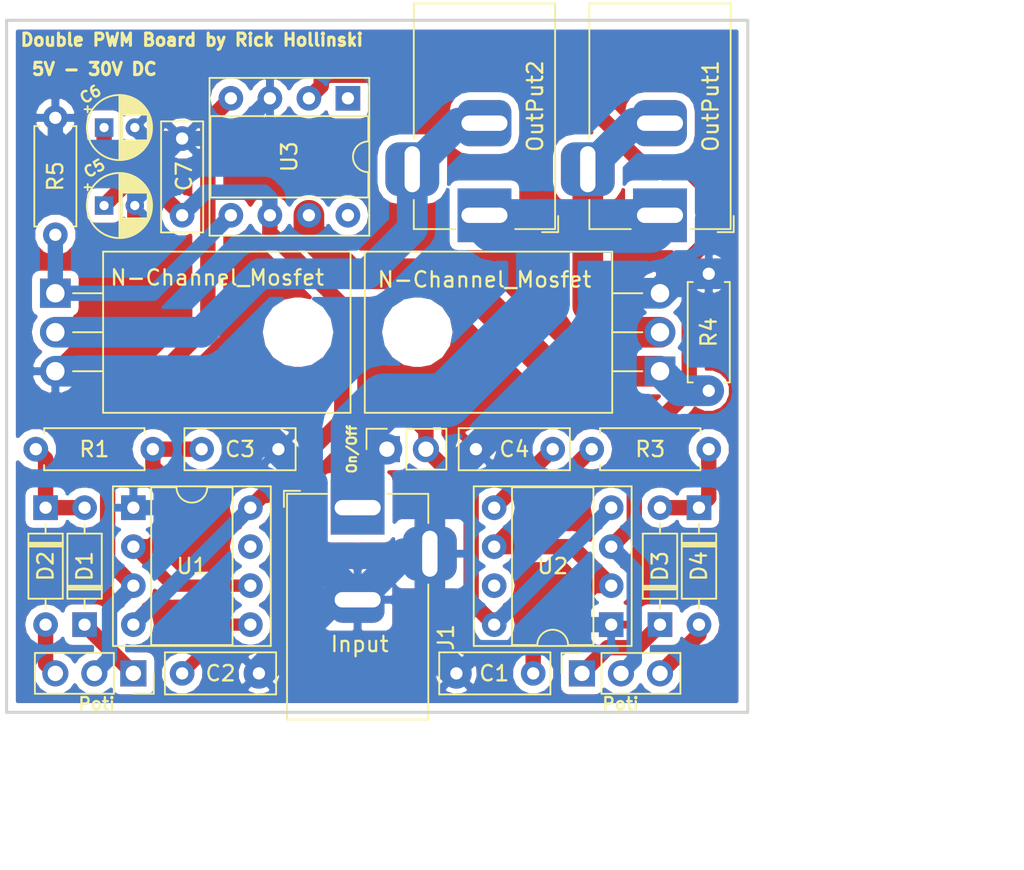
<source format=kicad_pcb>
(kicad_pcb (version 20171130) (host pcbnew "(5.0.0)")

  (general
    (thickness 1.6)
    (drawings 8)
    (tracks 166)
    (zones 0)
    (modules 26)
    (nets 20)
  )

  (page A4)
  (layers
    (0 F.Cu signal)
    (31 B.Cu signal)
    (32 B.Adhes user)
    (33 F.Adhes user)
    (34 B.Paste user)
    (35 F.Paste user)
    (36 B.SilkS user)
    (37 F.SilkS user)
    (38 B.Mask user)
    (39 F.Mask user)
    (40 Dwgs.User user)
    (41 Cmts.User user)
    (42 Eco1.User user)
    (43 Eco2.User user)
    (44 Edge.Cuts user)
    (45 Margin user)
    (46 B.CrtYd user)
    (47 F.CrtYd user)
    (48 B.Fab user)
    (49 F.Fab user)
  )

  (setup
    (last_trace_width 0.25)
    (user_trace_width 0.4)
    (user_trace_width 0.6)
    (user_trace_width 0.8)
    (user_trace_width 1)
    (user_trace_width 1.5)
    (user_trace_width 2)
    (user_trace_width 3.5)
    (trace_clearance 0.2)
    (zone_clearance 0.508)
    (zone_45_only no)
    (trace_min 0.2)
    (segment_width 0.2)
    (edge_width 0.15)
    (via_size 0.8)
    (via_drill 0.4)
    (via_min_size 0.4)
    (via_min_drill 0.3)
    (uvia_size 0.3)
    (uvia_drill 0.1)
    (uvias_allowed no)
    (uvia_min_size 0.2)
    (uvia_min_drill 0.1)
    (pcb_text_width 0.3)
    (pcb_text_size 1.5 1.5)
    (mod_edge_width 0.15)
    (mod_text_size 1 1)
    (mod_text_width 0.15)
    (pad_size 1.524 1.524)
    (pad_drill 0.762)
    (pad_to_mask_clearance 0.2)
    (aux_axis_origin 0 0)
    (visible_elements 7FFFFFFF)
    (pcbplotparams
      (layerselection 0x010fc_ffffffff)
      (usegerberextensions false)
      (usegerberattributes false)
      (usegerberadvancedattributes false)
      (creategerberjobfile false)
      (excludeedgelayer true)
      (linewidth 0.100000)
      (plotframeref false)
      (viasonmask false)
      (mode 1)
      (useauxorigin false)
      (hpglpennumber 1)
      (hpglpenspeed 20)
      (hpglpendiameter 15.000000)
      (psnegative false)
      (psa4output false)
      (plotreference true)
      (plotvalue true)
      (plotinvisibletext false)
      (padsonsilk false)
      (subtractmaskfromsilk false)
      (outputformat 1)
      (mirror false)
      (drillshape 0)
      (scaleselection 1)
      (outputdirectory "./Gerber"))
  )

  (net 0 "")
  (net 1 "Net-(C1-Pad1)")
  (net 2 GND)
  (net 3 "Net-(C2-Pad1)")
  (net 4 "Net-(C3-Pad1)")
  (net 5 "Net-(C4-Pad1)")
  (net 6 +12V)
  (net 7 "Net-(D1-Pad1)")
  (net 8 "Net-(D1-Pad2)")
  (net 9 "Net-(D2-Pad2)")
  (net 10 "Net-(D3-Pad2)")
  (net 11 "Net-(D3-Pad1)")
  (net 12 "Net-(D4-Pad2)")
  (net 13 PWM_S_1)
  (net 14 PWM_S_2)
  (net 15 "Net-(J4-Pad2)")
  (net 16 "Net-(J5-Pad2)")
  (net 17 VCC)
  (net 18 PWM_P_1)
  (net 19 PWM_P_2)

  (net_class Default "Dies ist die voreingestellte Netzklasse."
    (clearance 0.2)
    (trace_width 0.25)
    (via_dia 0.8)
    (via_drill 0.4)
    (uvia_dia 0.3)
    (uvia_drill 0.1)
    (add_net +12V)
    (add_net GND)
    (add_net "Net-(C1-Pad1)")
    (add_net "Net-(C2-Pad1)")
    (add_net "Net-(C3-Pad1)")
    (add_net "Net-(C4-Pad1)")
    (add_net "Net-(D1-Pad1)")
    (add_net "Net-(D1-Pad2)")
    (add_net "Net-(D2-Pad2)")
    (add_net "Net-(D3-Pad1)")
    (add_net "Net-(D3-Pad2)")
    (add_net "Net-(D4-Pad2)")
    (add_net "Net-(J4-Pad2)")
    (add_net "Net-(J5-Pad2)")
    (add_net PWM_P_1)
    (add_net PWM_P_2)
    (add_net PWM_S_1)
    (add_net PWM_S_2)
    (add_net VCC)
  )

  (module Capacitor_THT:C_Disc_D7.0mm_W2.5mm_P5.00mm (layer F.Cu) (tedit 5AE50EF0) (tstamp 5BF6E7CC)
    (at 155.575 104.775 180)
    (descr "C, Disc series, Radial, pin pitch=5.00mm, , diameter*width=7*2.5mm^2, Capacitor, http://cdn-reichelt.de/documents/datenblatt/B300/DS_KERKO_TC.pdf")
    (tags "C Disc series Radial pin pitch 5.00mm  diameter 7mm width 2.5mm Capacitor")
    (path /5BF3D94E)
    (fp_text reference C1 (at 2.54 0 180) (layer F.SilkS)
      (effects (font (size 1 1) (thickness 0.15)))
    )
    (fp_text value 100n (at 2.5 2.5 180) (layer F.Fab)
      (effects (font (size 1 1) (thickness 0.15)))
    )
    (fp_line (start -1 -1.25) (end -1 1.25) (layer F.Fab) (width 0.1))
    (fp_line (start -1 1.25) (end 6 1.25) (layer F.Fab) (width 0.1))
    (fp_line (start 6 1.25) (end 6 -1.25) (layer F.Fab) (width 0.1))
    (fp_line (start 6 -1.25) (end -1 -1.25) (layer F.Fab) (width 0.1))
    (fp_line (start -1.12 -1.37) (end 6.12 -1.37) (layer F.SilkS) (width 0.12))
    (fp_line (start -1.12 1.37) (end 6.12 1.37) (layer F.SilkS) (width 0.12))
    (fp_line (start -1.12 -1.37) (end -1.12 1.37) (layer F.SilkS) (width 0.12))
    (fp_line (start 6.12 -1.37) (end 6.12 1.37) (layer F.SilkS) (width 0.12))
    (fp_line (start -1.25 -1.5) (end -1.25 1.5) (layer F.CrtYd) (width 0.05))
    (fp_line (start -1.25 1.5) (end 6.25 1.5) (layer F.CrtYd) (width 0.05))
    (fp_line (start 6.25 1.5) (end 6.25 -1.5) (layer F.CrtYd) (width 0.05))
    (fp_line (start 6.25 -1.5) (end -1.25 -1.5) (layer F.CrtYd) (width 0.05))
    (fp_text user %R (at 2.5 0 180) (layer F.Fab)
      (effects (font (size 1 1) (thickness 0.15)))
    )
    (pad 1 thru_hole circle (at 0 0 180) (size 1.6 1.6) (drill 0.8) (layers *.Cu *.Mask)
      (net 1 "Net-(C1-Pad1)"))
    (pad 2 thru_hole circle (at 5 0 180) (size 1.6 1.6) (drill 0.8) (layers *.Cu *.Mask)
      (net 2 GND))
    (model ${KISYS3DMOD}/Capacitor_THT.3dshapes/C_Disc_D7.0mm_W2.5mm_P5.00mm.wrl
      (at (xyz 0 0 0))
      (scale (xyz 1 1 1))
      (rotate (xyz 0 0 0))
    )
  )

  (module Capacitor_THT:C_Disc_D7.0mm_W2.5mm_P5.00mm (layer F.Cu) (tedit 5AE50EF0) (tstamp 5BF6B8D7)
    (at 132.715 104.775)
    (descr "C, Disc series, Radial, pin pitch=5.00mm, , diameter*width=7*2.5mm^2, Capacitor, http://cdn-reichelt.de/documents/datenblatt/B300/DS_KERKO_TC.pdf")
    (tags "C Disc series Radial pin pitch 5.00mm  diameter 7mm width 2.5mm Capacitor")
    (path /5BEB1E58)
    (fp_text reference C2 (at 2.5 0) (layer F.SilkS)
      (effects (font (size 1 1) (thickness 0.15)))
    )
    (fp_text value 100n (at 2.5 2.5) (layer F.Fab)
      (effects (font (size 1 1) (thickness 0.15)))
    )
    (fp_line (start -1 -1.25) (end -1 1.25) (layer F.Fab) (width 0.1))
    (fp_line (start -1 1.25) (end 6 1.25) (layer F.Fab) (width 0.1))
    (fp_line (start 6 1.25) (end 6 -1.25) (layer F.Fab) (width 0.1))
    (fp_line (start 6 -1.25) (end -1 -1.25) (layer F.Fab) (width 0.1))
    (fp_line (start -1.12 -1.37) (end 6.12 -1.37) (layer F.SilkS) (width 0.12))
    (fp_line (start -1.12 1.37) (end 6.12 1.37) (layer F.SilkS) (width 0.12))
    (fp_line (start -1.12 -1.37) (end -1.12 1.37) (layer F.SilkS) (width 0.12))
    (fp_line (start 6.12 -1.37) (end 6.12 1.37) (layer F.SilkS) (width 0.12))
    (fp_line (start -1.25 -1.5) (end -1.25 1.5) (layer F.CrtYd) (width 0.05))
    (fp_line (start -1.25 1.5) (end 6.25 1.5) (layer F.CrtYd) (width 0.05))
    (fp_line (start 6.25 1.5) (end 6.25 -1.5) (layer F.CrtYd) (width 0.05))
    (fp_line (start 6.25 -1.5) (end -1.25 -1.5) (layer F.CrtYd) (width 0.05))
    (fp_text user %R (at 2.5 0) (layer F.Fab)
      (effects (font (size 1 1) (thickness 0.15)))
    )
    (pad 1 thru_hole circle (at 0 0) (size 1.6 1.6) (drill 0.8) (layers *.Cu *.Mask)
      (net 3 "Net-(C2-Pad1)"))
    (pad 2 thru_hole circle (at 5 0) (size 1.6 1.6) (drill 0.8) (layers *.Cu *.Mask)
      (net 2 GND))
    (model ${KISYS3DMOD}/Capacitor_THT.3dshapes/C_Disc_D7.0mm_W2.5mm_P5.00mm.wrl
      (at (xyz 0 0 0))
      (scale (xyz 1 1 1))
      (rotate (xyz 0 0 0))
    )
  )

  (module Capacitor_THT:C_Disc_D7.0mm_W2.5mm_P5.00mm (layer F.Cu) (tedit 5AE50EF0) (tstamp 5BF66680)
    (at 133.985 90.17)
    (descr "C, Disc series, Radial, pin pitch=5.00mm, , diameter*width=7*2.5mm^2, Capacitor, http://cdn-reichelt.de/documents/datenblatt/B300/DS_KERKO_TC.pdf")
    (tags "C Disc series Radial pin pitch 5.00mm  diameter 7mm width 2.5mm Capacitor")
    (path /5BF3D8AB)
    (fp_text reference C3 (at 2.5 0) (layer F.SilkS)
      (effects (font (size 1 1) (thickness 0.15)))
    )
    (fp_text value 100n (at 2.5 2.5) (layer F.Fab)
      (effects (font (size 1 1) (thickness 0.15)))
    )
    (fp_text user %R (at 2.5 0) (layer F.Fab)
      (effects (font (size 1 1) (thickness 0.15)))
    )
    (fp_line (start 6.25 -1.5) (end -1.25 -1.5) (layer F.CrtYd) (width 0.05))
    (fp_line (start 6.25 1.5) (end 6.25 -1.5) (layer F.CrtYd) (width 0.05))
    (fp_line (start -1.25 1.5) (end 6.25 1.5) (layer F.CrtYd) (width 0.05))
    (fp_line (start -1.25 -1.5) (end -1.25 1.5) (layer F.CrtYd) (width 0.05))
    (fp_line (start 6.12 -1.37) (end 6.12 1.37) (layer F.SilkS) (width 0.12))
    (fp_line (start -1.12 -1.37) (end -1.12 1.37) (layer F.SilkS) (width 0.12))
    (fp_line (start -1.12 1.37) (end 6.12 1.37) (layer F.SilkS) (width 0.12))
    (fp_line (start -1.12 -1.37) (end 6.12 -1.37) (layer F.SilkS) (width 0.12))
    (fp_line (start 6 -1.25) (end -1 -1.25) (layer F.Fab) (width 0.1))
    (fp_line (start 6 1.25) (end 6 -1.25) (layer F.Fab) (width 0.1))
    (fp_line (start -1 1.25) (end 6 1.25) (layer F.Fab) (width 0.1))
    (fp_line (start -1 -1.25) (end -1 1.25) (layer F.Fab) (width 0.1))
    (pad 2 thru_hole circle (at 5 0) (size 1.6 1.6) (drill 0.8) (layers *.Cu *.Mask)
      (net 2 GND))
    (pad 1 thru_hole circle (at 0 0) (size 1.6 1.6) (drill 0.8) (layers *.Cu *.Mask)
      (net 4 "Net-(C3-Pad1)"))
    (model ${KISYS3DMOD}/Capacitor_THT.3dshapes/C_Disc_D7.0mm_W2.5mm_P5.00mm.wrl
      (at (xyz 0 0 0))
      (scale (xyz 1 1 1))
      (rotate (xyz 0 0 0))
    )
  )

  (module Capacitor_THT:C_Disc_D7.0mm_W2.5mm_P5.00mm (layer F.Cu) (tedit 5AE50EF0) (tstamp 5BE8BF3F)
    (at 156.845 90.17 180)
    (descr "C, Disc series, Radial, pin pitch=5.00mm, , diameter*width=7*2.5mm^2, Capacitor, http://cdn-reichelt.de/documents/datenblatt/B300/DS_KERKO_TC.pdf")
    (tags "C Disc series Radial pin pitch 5.00mm  diameter 7mm width 2.5mm Capacitor")
    (path /5BEBA32F)
    (fp_text reference C4 (at 2.5 0 180) (layer F.SilkS)
      (effects (font (size 1 1) (thickness 0.15)))
    )
    (fp_text value 100n (at 2.5 2.5 180) (layer F.Fab)
      (effects (font (size 1 1) (thickness 0.15)))
    )
    (fp_line (start -1 -1.25) (end -1 1.25) (layer F.Fab) (width 0.1))
    (fp_line (start -1 1.25) (end 6 1.25) (layer F.Fab) (width 0.1))
    (fp_line (start 6 1.25) (end 6 -1.25) (layer F.Fab) (width 0.1))
    (fp_line (start 6 -1.25) (end -1 -1.25) (layer F.Fab) (width 0.1))
    (fp_line (start -1.12 -1.37) (end 6.12 -1.37) (layer F.SilkS) (width 0.12))
    (fp_line (start -1.12 1.37) (end 6.12 1.37) (layer F.SilkS) (width 0.12))
    (fp_line (start -1.12 -1.37) (end -1.12 1.37) (layer F.SilkS) (width 0.12))
    (fp_line (start 6.12 -1.37) (end 6.12 1.37) (layer F.SilkS) (width 0.12))
    (fp_line (start -1.25 -1.5) (end -1.25 1.5) (layer F.CrtYd) (width 0.05))
    (fp_line (start -1.25 1.5) (end 6.25 1.5) (layer F.CrtYd) (width 0.05))
    (fp_line (start 6.25 1.5) (end 6.25 -1.5) (layer F.CrtYd) (width 0.05))
    (fp_line (start 6.25 -1.5) (end -1.25 -1.5) (layer F.CrtYd) (width 0.05))
    (fp_text user %R (at 2.5 0 180) (layer F.Fab)
      (effects (font (size 1 1) (thickness 0.15)))
    )
    (pad 1 thru_hole circle (at 0 0 180) (size 1.6 1.6) (drill 0.8) (layers *.Cu *.Mask)
      (net 5 "Net-(C4-Pad1)"))
    (pad 2 thru_hole circle (at 5 0 180) (size 1.6 1.6) (drill 0.8) (layers *.Cu *.Mask)
      (net 2 GND))
    (model ${KISYS3DMOD}/Capacitor_THT.3dshapes/C_Disc_D7.0mm_W2.5mm_P5.00mm.wrl
      (at (xyz 0 0 0))
      (scale (xyz 1 1 1))
      (rotate (xyz 0 0 0))
    )
  )

  (module Capacitor_THT:CP_Radial_D4.0mm_P2.00mm (layer F.Cu) (tedit 5BE8C751) (tstamp 5BE8BFAB)
    (at 127.635 74.295)
    (descr "CP, Radial series, Radial, pin pitch=2.00mm, , diameter=4mm, Electrolytic Capacitor")
    (tags "CP Radial series Radial pin pitch 2.00mm  diameter 4mm Electrolytic Capacitor")
    (path /5BEC0895)
    (fp_text reference C5 (at -0.635 -2.413 30) (layer F.SilkS)
      (effects (font (size 0.7 0.7) (thickness 0.15)))
    )
    (fp_text value 10µ (at 1 3.25) (layer F.Fab)
      (effects (font (size 1 1) (thickness 0.15)))
    )
    (fp_text user %R (at 1 0) (layer F.Fab)
      (effects (font (size 0.8 0.8) (thickness 0.12)))
    )
    (fp_line (start -1.069801 -1.395) (end -1.069801 -0.995) (layer F.SilkS) (width 0.12))
    (fp_line (start -1.269801 -1.195) (end -0.869801 -1.195) (layer F.SilkS) (width 0.12))
    (fp_line (start 3.081 -0.37) (end 3.081 0.37) (layer F.SilkS) (width 0.12))
    (fp_line (start 3.041 -0.537) (end 3.041 0.537) (layer F.SilkS) (width 0.12))
    (fp_line (start 3.001 -0.664) (end 3.001 0.664) (layer F.SilkS) (width 0.12))
    (fp_line (start 2.961 -0.768) (end 2.961 0.768) (layer F.SilkS) (width 0.12))
    (fp_line (start 2.921 -0.859) (end 2.921 0.859) (layer F.SilkS) (width 0.12))
    (fp_line (start 2.881 -0.94) (end 2.881 0.94) (layer F.SilkS) (width 0.12))
    (fp_line (start 2.841 -1.013) (end 2.841 1.013) (layer F.SilkS) (width 0.12))
    (fp_line (start 2.801 0.84) (end 2.801 1.08) (layer F.SilkS) (width 0.12))
    (fp_line (start 2.801 -1.08) (end 2.801 -0.84) (layer F.SilkS) (width 0.12))
    (fp_line (start 2.761 0.84) (end 2.761 1.142) (layer F.SilkS) (width 0.12))
    (fp_line (start 2.761 -1.142) (end 2.761 -0.84) (layer F.SilkS) (width 0.12))
    (fp_line (start 2.721 0.84) (end 2.721 1.2) (layer F.SilkS) (width 0.12))
    (fp_line (start 2.721 -1.2) (end 2.721 -0.84) (layer F.SilkS) (width 0.12))
    (fp_line (start 2.681 0.84) (end 2.681 1.254) (layer F.SilkS) (width 0.12))
    (fp_line (start 2.681 -1.254) (end 2.681 -0.84) (layer F.SilkS) (width 0.12))
    (fp_line (start 2.641 0.84) (end 2.641 1.304) (layer F.SilkS) (width 0.12))
    (fp_line (start 2.641 -1.304) (end 2.641 -0.84) (layer F.SilkS) (width 0.12))
    (fp_line (start 2.601 0.84) (end 2.601 1.351) (layer F.SilkS) (width 0.12))
    (fp_line (start 2.601 -1.351) (end 2.601 -0.84) (layer F.SilkS) (width 0.12))
    (fp_line (start 2.561 0.84) (end 2.561 1.396) (layer F.SilkS) (width 0.12))
    (fp_line (start 2.561 -1.396) (end 2.561 -0.84) (layer F.SilkS) (width 0.12))
    (fp_line (start 2.521 0.84) (end 2.521 1.438) (layer F.SilkS) (width 0.12))
    (fp_line (start 2.521 -1.438) (end 2.521 -0.84) (layer F.SilkS) (width 0.12))
    (fp_line (start 2.481 0.84) (end 2.481 1.478) (layer F.SilkS) (width 0.12))
    (fp_line (start 2.481 -1.478) (end 2.481 -0.84) (layer F.SilkS) (width 0.12))
    (fp_line (start 2.441 0.84) (end 2.441 1.516) (layer F.SilkS) (width 0.12))
    (fp_line (start 2.441 -1.516) (end 2.441 -0.84) (layer F.SilkS) (width 0.12))
    (fp_line (start 2.401 0.84) (end 2.401 1.552) (layer F.SilkS) (width 0.12))
    (fp_line (start 2.401 -1.552) (end 2.401 -0.84) (layer F.SilkS) (width 0.12))
    (fp_line (start 2.361 0.84) (end 2.361 1.587) (layer F.SilkS) (width 0.12))
    (fp_line (start 2.361 -1.587) (end 2.361 -0.84) (layer F.SilkS) (width 0.12))
    (fp_line (start 2.321 0.84) (end 2.321 1.619) (layer F.SilkS) (width 0.12))
    (fp_line (start 2.321 -1.619) (end 2.321 -0.84) (layer F.SilkS) (width 0.12))
    (fp_line (start 2.281 0.84) (end 2.281 1.65) (layer F.SilkS) (width 0.12))
    (fp_line (start 2.281 -1.65) (end 2.281 -0.84) (layer F.SilkS) (width 0.12))
    (fp_line (start 2.241 0.84) (end 2.241 1.68) (layer F.SilkS) (width 0.12))
    (fp_line (start 2.241 -1.68) (end 2.241 -0.84) (layer F.SilkS) (width 0.12))
    (fp_line (start 2.201 0.84) (end 2.201 1.708) (layer F.SilkS) (width 0.12))
    (fp_line (start 2.201 -1.708) (end 2.201 -0.84) (layer F.SilkS) (width 0.12))
    (fp_line (start 2.161 0.84) (end 2.161 1.735) (layer F.SilkS) (width 0.12))
    (fp_line (start 2.161 -1.735) (end 2.161 -0.84) (layer F.SilkS) (width 0.12))
    (fp_line (start 2.121 0.84) (end 2.121 1.76) (layer F.SilkS) (width 0.12))
    (fp_line (start 2.121 -1.76) (end 2.121 -0.84) (layer F.SilkS) (width 0.12))
    (fp_line (start 2.081 0.84) (end 2.081 1.785) (layer F.SilkS) (width 0.12))
    (fp_line (start 2.081 -1.785) (end 2.081 -0.84) (layer F.SilkS) (width 0.12))
    (fp_line (start 2.041 0.84) (end 2.041 1.808) (layer F.SilkS) (width 0.12))
    (fp_line (start 2.041 -1.808) (end 2.041 -0.84) (layer F.SilkS) (width 0.12))
    (fp_line (start 2.001 0.84) (end 2.001 1.83) (layer F.SilkS) (width 0.12))
    (fp_line (start 2.001 -1.83) (end 2.001 -0.84) (layer F.SilkS) (width 0.12))
    (fp_line (start 1.961 0.84) (end 1.961 1.851) (layer F.SilkS) (width 0.12))
    (fp_line (start 1.961 -1.851) (end 1.961 -0.84) (layer F.SilkS) (width 0.12))
    (fp_line (start 1.921 0.84) (end 1.921 1.87) (layer F.SilkS) (width 0.12))
    (fp_line (start 1.921 -1.87) (end 1.921 -0.84) (layer F.SilkS) (width 0.12))
    (fp_line (start 1.881 0.84) (end 1.881 1.889) (layer F.SilkS) (width 0.12))
    (fp_line (start 1.881 -1.889) (end 1.881 -0.84) (layer F.SilkS) (width 0.12))
    (fp_line (start 1.841 0.84) (end 1.841 1.907) (layer F.SilkS) (width 0.12))
    (fp_line (start 1.841 -1.907) (end 1.841 -0.84) (layer F.SilkS) (width 0.12))
    (fp_line (start 1.801 0.84) (end 1.801 1.924) (layer F.SilkS) (width 0.12))
    (fp_line (start 1.801 -1.924) (end 1.801 -0.84) (layer F.SilkS) (width 0.12))
    (fp_line (start 1.761 0.84) (end 1.761 1.94) (layer F.SilkS) (width 0.12))
    (fp_line (start 1.761 -1.94) (end 1.761 -0.84) (layer F.SilkS) (width 0.12))
    (fp_line (start 1.721 0.84) (end 1.721 1.954) (layer F.SilkS) (width 0.12))
    (fp_line (start 1.721 -1.954) (end 1.721 -0.84) (layer F.SilkS) (width 0.12))
    (fp_line (start 1.68 0.84) (end 1.68 1.968) (layer F.SilkS) (width 0.12))
    (fp_line (start 1.68 -1.968) (end 1.68 -0.84) (layer F.SilkS) (width 0.12))
    (fp_line (start 1.64 0.84) (end 1.64 1.982) (layer F.SilkS) (width 0.12))
    (fp_line (start 1.64 -1.982) (end 1.64 -0.84) (layer F.SilkS) (width 0.12))
    (fp_line (start 1.6 0.84) (end 1.6 1.994) (layer F.SilkS) (width 0.12))
    (fp_line (start 1.6 -1.994) (end 1.6 -0.84) (layer F.SilkS) (width 0.12))
    (fp_line (start 1.56 0.84) (end 1.56 2.005) (layer F.SilkS) (width 0.12))
    (fp_line (start 1.56 -2.005) (end 1.56 -0.84) (layer F.SilkS) (width 0.12))
    (fp_line (start 1.52 0.84) (end 1.52 2.016) (layer F.SilkS) (width 0.12))
    (fp_line (start 1.52 -2.016) (end 1.52 -0.84) (layer F.SilkS) (width 0.12))
    (fp_line (start 1.48 0.84) (end 1.48 2.025) (layer F.SilkS) (width 0.12))
    (fp_line (start 1.48 -2.025) (end 1.48 -0.84) (layer F.SilkS) (width 0.12))
    (fp_line (start 1.44 0.84) (end 1.44 2.034) (layer F.SilkS) (width 0.12))
    (fp_line (start 1.44 -2.034) (end 1.44 -0.84) (layer F.SilkS) (width 0.12))
    (fp_line (start 1.4 0.84) (end 1.4 2.042) (layer F.SilkS) (width 0.12))
    (fp_line (start 1.4 -2.042) (end 1.4 -0.84) (layer F.SilkS) (width 0.12))
    (fp_line (start 1.36 0.84) (end 1.36 2.05) (layer F.SilkS) (width 0.12))
    (fp_line (start 1.36 -2.05) (end 1.36 -0.84) (layer F.SilkS) (width 0.12))
    (fp_line (start 1.32 0.84) (end 1.32 2.056) (layer F.SilkS) (width 0.12))
    (fp_line (start 1.32 -2.056) (end 1.32 -0.84) (layer F.SilkS) (width 0.12))
    (fp_line (start 1.28 0.84) (end 1.28 2.062) (layer F.SilkS) (width 0.12))
    (fp_line (start 1.28 -2.062) (end 1.28 -0.84) (layer F.SilkS) (width 0.12))
    (fp_line (start 1.24 0.84) (end 1.24 2.067) (layer F.SilkS) (width 0.12))
    (fp_line (start 1.24 -2.067) (end 1.24 -0.84) (layer F.SilkS) (width 0.12))
    (fp_line (start 1.2 0.84) (end 1.2 2.071) (layer F.SilkS) (width 0.12))
    (fp_line (start 1.2 -2.071) (end 1.2 -0.84) (layer F.SilkS) (width 0.12))
    (fp_line (start 1.16 -2.074) (end 1.16 2.074) (layer F.SilkS) (width 0.12))
    (fp_line (start 1.12 -2.077) (end 1.12 2.077) (layer F.SilkS) (width 0.12))
    (fp_line (start 1.08 -2.079) (end 1.08 2.079) (layer F.SilkS) (width 0.12))
    (fp_line (start 1.04 -2.08) (end 1.04 2.08) (layer F.SilkS) (width 0.12))
    (fp_line (start 1 -2.08) (end 1 2.08) (layer F.SilkS) (width 0.12))
    (fp_line (start -0.502554 -1.0675) (end -0.502554 -0.6675) (layer F.Fab) (width 0.1))
    (fp_line (start -0.702554 -0.8675) (end -0.302554 -0.8675) (layer F.Fab) (width 0.1))
    (fp_circle (center 1 0) (end 3.25 0) (layer F.CrtYd) (width 0.05))
    (fp_circle (center 1 0) (end 3.12 0) (layer F.SilkS) (width 0.12))
    (fp_circle (center 1 0) (end 3 0) (layer F.Fab) (width 0.1))
    (pad 2 thru_hole circle (at 2 0) (size 1.2 1.2) (drill 0.6) (layers *.Cu *.Mask)
      (net 2 GND))
    (pad 1 thru_hole rect (at 0 0) (size 1.2 1.2) (drill 0.6) (layers *.Cu *.Mask)
      (net 17 VCC))
    (model ${KISYS3DMOD}/Capacitor_THT.3dshapes/CP_Radial_D4.0mm_P2.00mm.wrl
      (at (xyz 0 0 0))
      (scale (xyz 1 1 1))
      (rotate (xyz 0 0 0))
    )
  )

  (module Capacitor_THT:CP_Radial_D4.0mm_P2.00mm (layer F.Cu) (tedit 5BE8C761) (tstamp 5BE8C017)
    (at 127.635 69.215)
    (descr "CP, Radial series, Radial, pin pitch=2.00mm, , diameter=4mm, Electrolytic Capacitor")
    (tags "CP Radial series Radial pin pitch 2.00mm  diameter 4mm Electrolytic Capacitor")
    (path /5BEBF384)
    (fp_text reference C6 (at -0.889 -2.159 30) (layer F.SilkS)
      (effects (font (size 0.7 0.7) (thickness 0.15)))
    )
    (fp_text value 10µ (at 1 3.25) (layer F.Fab)
      (effects (font (size 1 1) (thickness 0.15)))
    )
    (fp_circle (center 1 0) (end 3 0) (layer F.Fab) (width 0.1))
    (fp_circle (center 1 0) (end 3.12 0) (layer F.SilkS) (width 0.12))
    (fp_circle (center 1 0) (end 3.25 0) (layer F.CrtYd) (width 0.05))
    (fp_line (start -0.702554 -0.8675) (end -0.302554 -0.8675) (layer F.Fab) (width 0.1))
    (fp_line (start -0.502554 -1.0675) (end -0.502554 -0.6675) (layer F.Fab) (width 0.1))
    (fp_line (start 1 -2.08) (end 1 2.08) (layer F.SilkS) (width 0.12))
    (fp_line (start 1.04 -2.08) (end 1.04 2.08) (layer F.SilkS) (width 0.12))
    (fp_line (start 1.08 -2.079) (end 1.08 2.079) (layer F.SilkS) (width 0.12))
    (fp_line (start 1.12 -2.077) (end 1.12 2.077) (layer F.SilkS) (width 0.12))
    (fp_line (start 1.16 -2.074) (end 1.16 2.074) (layer F.SilkS) (width 0.12))
    (fp_line (start 1.2 -2.071) (end 1.2 -0.84) (layer F.SilkS) (width 0.12))
    (fp_line (start 1.2 0.84) (end 1.2 2.071) (layer F.SilkS) (width 0.12))
    (fp_line (start 1.24 -2.067) (end 1.24 -0.84) (layer F.SilkS) (width 0.12))
    (fp_line (start 1.24 0.84) (end 1.24 2.067) (layer F.SilkS) (width 0.12))
    (fp_line (start 1.28 -2.062) (end 1.28 -0.84) (layer F.SilkS) (width 0.12))
    (fp_line (start 1.28 0.84) (end 1.28 2.062) (layer F.SilkS) (width 0.12))
    (fp_line (start 1.32 -2.056) (end 1.32 -0.84) (layer F.SilkS) (width 0.12))
    (fp_line (start 1.32 0.84) (end 1.32 2.056) (layer F.SilkS) (width 0.12))
    (fp_line (start 1.36 -2.05) (end 1.36 -0.84) (layer F.SilkS) (width 0.12))
    (fp_line (start 1.36 0.84) (end 1.36 2.05) (layer F.SilkS) (width 0.12))
    (fp_line (start 1.4 -2.042) (end 1.4 -0.84) (layer F.SilkS) (width 0.12))
    (fp_line (start 1.4 0.84) (end 1.4 2.042) (layer F.SilkS) (width 0.12))
    (fp_line (start 1.44 -2.034) (end 1.44 -0.84) (layer F.SilkS) (width 0.12))
    (fp_line (start 1.44 0.84) (end 1.44 2.034) (layer F.SilkS) (width 0.12))
    (fp_line (start 1.48 -2.025) (end 1.48 -0.84) (layer F.SilkS) (width 0.12))
    (fp_line (start 1.48 0.84) (end 1.48 2.025) (layer F.SilkS) (width 0.12))
    (fp_line (start 1.52 -2.016) (end 1.52 -0.84) (layer F.SilkS) (width 0.12))
    (fp_line (start 1.52 0.84) (end 1.52 2.016) (layer F.SilkS) (width 0.12))
    (fp_line (start 1.56 -2.005) (end 1.56 -0.84) (layer F.SilkS) (width 0.12))
    (fp_line (start 1.56 0.84) (end 1.56 2.005) (layer F.SilkS) (width 0.12))
    (fp_line (start 1.6 -1.994) (end 1.6 -0.84) (layer F.SilkS) (width 0.12))
    (fp_line (start 1.6 0.84) (end 1.6 1.994) (layer F.SilkS) (width 0.12))
    (fp_line (start 1.64 -1.982) (end 1.64 -0.84) (layer F.SilkS) (width 0.12))
    (fp_line (start 1.64 0.84) (end 1.64 1.982) (layer F.SilkS) (width 0.12))
    (fp_line (start 1.68 -1.968) (end 1.68 -0.84) (layer F.SilkS) (width 0.12))
    (fp_line (start 1.68 0.84) (end 1.68 1.968) (layer F.SilkS) (width 0.12))
    (fp_line (start 1.721 -1.954) (end 1.721 -0.84) (layer F.SilkS) (width 0.12))
    (fp_line (start 1.721 0.84) (end 1.721 1.954) (layer F.SilkS) (width 0.12))
    (fp_line (start 1.761 -1.94) (end 1.761 -0.84) (layer F.SilkS) (width 0.12))
    (fp_line (start 1.761 0.84) (end 1.761 1.94) (layer F.SilkS) (width 0.12))
    (fp_line (start 1.801 -1.924) (end 1.801 -0.84) (layer F.SilkS) (width 0.12))
    (fp_line (start 1.801 0.84) (end 1.801 1.924) (layer F.SilkS) (width 0.12))
    (fp_line (start 1.841 -1.907) (end 1.841 -0.84) (layer F.SilkS) (width 0.12))
    (fp_line (start 1.841 0.84) (end 1.841 1.907) (layer F.SilkS) (width 0.12))
    (fp_line (start 1.881 -1.889) (end 1.881 -0.84) (layer F.SilkS) (width 0.12))
    (fp_line (start 1.881 0.84) (end 1.881 1.889) (layer F.SilkS) (width 0.12))
    (fp_line (start 1.921 -1.87) (end 1.921 -0.84) (layer F.SilkS) (width 0.12))
    (fp_line (start 1.921 0.84) (end 1.921 1.87) (layer F.SilkS) (width 0.12))
    (fp_line (start 1.961 -1.851) (end 1.961 -0.84) (layer F.SilkS) (width 0.12))
    (fp_line (start 1.961 0.84) (end 1.961 1.851) (layer F.SilkS) (width 0.12))
    (fp_line (start 2.001 -1.83) (end 2.001 -0.84) (layer F.SilkS) (width 0.12))
    (fp_line (start 2.001 0.84) (end 2.001 1.83) (layer F.SilkS) (width 0.12))
    (fp_line (start 2.041 -1.808) (end 2.041 -0.84) (layer F.SilkS) (width 0.12))
    (fp_line (start 2.041 0.84) (end 2.041 1.808) (layer F.SilkS) (width 0.12))
    (fp_line (start 2.081 -1.785) (end 2.081 -0.84) (layer F.SilkS) (width 0.12))
    (fp_line (start 2.081 0.84) (end 2.081 1.785) (layer F.SilkS) (width 0.12))
    (fp_line (start 2.121 -1.76) (end 2.121 -0.84) (layer F.SilkS) (width 0.12))
    (fp_line (start 2.121 0.84) (end 2.121 1.76) (layer F.SilkS) (width 0.12))
    (fp_line (start 2.161 -1.735) (end 2.161 -0.84) (layer F.SilkS) (width 0.12))
    (fp_line (start 2.161 0.84) (end 2.161 1.735) (layer F.SilkS) (width 0.12))
    (fp_line (start 2.201 -1.708) (end 2.201 -0.84) (layer F.SilkS) (width 0.12))
    (fp_line (start 2.201 0.84) (end 2.201 1.708) (layer F.SilkS) (width 0.12))
    (fp_line (start 2.241 -1.68) (end 2.241 -0.84) (layer F.SilkS) (width 0.12))
    (fp_line (start 2.241 0.84) (end 2.241 1.68) (layer F.SilkS) (width 0.12))
    (fp_line (start 2.281 -1.65) (end 2.281 -0.84) (layer F.SilkS) (width 0.12))
    (fp_line (start 2.281 0.84) (end 2.281 1.65) (layer F.SilkS) (width 0.12))
    (fp_line (start 2.321 -1.619) (end 2.321 -0.84) (layer F.SilkS) (width 0.12))
    (fp_line (start 2.321 0.84) (end 2.321 1.619) (layer F.SilkS) (width 0.12))
    (fp_line (start 2.361 -1.587) (end 2.361 -0.84) (layer F.SilkS) (width 0.12))
    (fp_line (start 2.361 0.84) (end 2.361 1.587) (layer F.SilkS) (width 0.12))
    (fp_line (start 2.401 -1.552) (end 2.401 -0.84) (layer F.SilkS) (width 0.12))
    (fp_line (start 2.401 0.84) (end 2.401 1.552) (layer F.SilkS) (width 0.12))
    (fp_line (start 2.441 -1.516) (end 2.441 -0.84) (layer F.SilkS) (width 0.12))
    (fp_line (start 2.441 0.84) (end 2.441 1.516) (layer F.SilkS) (width 0.12))
    (fp_line (start 2.481 -1.478) (end 2.481 -0.84) (layer F.SilkS) (width 0.12))
    (fp_line (start 2.481 0.84) (end 2.481 1.478) (layer F.SilkS) (width 0.12))
    (fp_line (start 2.521 -1.438) (end 2.521 -0.84) (layer F.SilkS) (width 0.12))
    (fp_line (start 2.521 0.84) (end 2.521 1.438) (layer F.SilkS) (width 0.12))
    (fp_line (start 2.561 -1.396) (end 2.561 -0.84) (layer F.SilkS) (width 0.12))
    (fp_line (start 2.561 0.84) (end 2.561 1.396) (layer F.SilkS) (width 0.12))
    (fp_line (start 2.601 -1.351) (end 2.601 -0.84) (layer F.SilkS) (width 0.12))
    (fp_line (start 2.601 0.84) (end 2.601 1.351) (layer F.SilkS) (width 0.12))
    (fp_line (start 2.641 -1.304) (end 2.641 -0.84) (layer F.SilkS) (width 0.12))
    (fp_line (start 2.641 0.84) (end 2.641 1.304) (layer F.SilkS) (width 0.12))
    (fp_line (start 2.681 -1.254) (end 2.681 -0.84) (layer F.SilkS) (width 0.12))
    (fp_line (start 2.681 0.84) (end 2.681 1.254) (layer F.SilkS) (width 0.12))
    (fp_line (start 2.721 -1.2) (end 2.721 -0.84) (layer F.SilkS) (width 0.12))
    (fp_line (start 2.721 0.84) (end 2.721 1.2) (layer F.SilkS) (width 0.12))
    (fp_line (start 2.761 -1.142) (end 2.761 -0.84) (layer F.SilkS) (width 0.12))
    (fp_line (start 2.761 0.84) (end 2.761 1.142) (layer F.SilkS) (width 0.12))
    (fp_line (start 2.801 -1.08) (end 2.801 -0.84) (layer F.SilkS) (width 0.12))
    (fp_line (start 2.801 0.84) (end 2.801 1.08) (layer F.SilkS) (width 0.12))
    (fp_line (start 2.841 -1.013) (end 2.841 1.013) (layer F.SilkS) (width 0.12))
    (fp_line (start 2.881 -0.94) (end 2.881 0.94) (layer F.SilkS) (width 0.12))
    (fp_line (start 2.921 -0.859) (end 2.921 0.859) (layer F.SilkS) (width 0.12))
    (fp_line (start 2.961 -0.768) (end 2.961 0.768) (layer F.SilkS) (width 0.12))
    (fp_line (start 3.001 -0.664) (end 3.001 0.664) (layer F.SilkS) (width 0.12))
    (fp_line (start 3.041 -0.537) (end 3.041 0.537) (layer F.SilkS) (width 0.12))
    (fp_line (start 3.081 -0.37) (end 3.081 0.37) (layer F.SilkS) (width 0.12))
    (fp_line (start -1.269801 -1.195) (end -0.869801 -1.195) (layer F.SilkS) (width 0.12))
    (fp_line (start -1.069801 -1.395) (end -1.069801 -0.995) (layer F.SilkS) (width 0.12))
    (fp_text user %R (at 1 0) (layer F.Fab)
      (effects (font (size 0.8 0.8) (thickness 0.12)))
    )
    (pad 1 thru_hole rect (at 0 0) (size 1.2 1.2) (drill 0.6) (layers *.Cu *.Mask)
      (net 17 VCC))
    (pad 2 thru_hole circle (at 2 0) (size 1.2 1.2) (drill 0.6) (layers *.Cu *.Mask)
      (net 2 GND))
    (model ${KISYS3DMOD}/Capacitor_THT.3dshapes/CP_Radial_D4.0mm_P2.00mm.wrl
      (at (xyz 0 0 0))
      (scale (xyz 1 1 1))
      (rotate (xyz 0 0 0))
    )
  )

  (module Capacitor_THT:C_Disc_D7.0mm_W2.5mm_P5.00mm (layer F.Cu) (tedit 5AE50EF0) (tstamp 5BE8C02A)
    (at 132.715 74.93 90)
    (descr "C, Disc series, Radial, pin pitch=5.00mm, , diameter*width=7*2.5mm^2, Capacitor, http://cdn-reichelt.de/documents/datenblatt/B300/DS_KERKO_TC.pdf")
    (tags "C Disc series Radial pin pitch 5.00mm  diameter 7mm width 2.5mm Capacitor")
    (path /5BEBF2EA)
    (fp_text reference C7 (at 2.54 0.127 90) (layer F.SilkS)
      (effects (font (size 1 1) (thickness 0.15)))
    )
    (fp_text value 100n (at 2.5 2.5 90) (layer F.Fab)
      (effects (font (size 1 1) (thickness 0.15)))
    )
    (fp_text user %R (at 2.5 0 90) (layer F.Fab)
      (effects (font (size 1 1) (thickness 0.15)))
    )
    (fp_line (start 6.25 -1.5) (end -1.25 -1.5) (layer F.CrtYd) (width 0.05))
    (fp_line (start 6.25 1.5) (end 6.25 -1.5) (layer F.CrtYd) (width 0.05))
    (fp_line (start -1.25 1.5) (end 6.25 1.5) (layer F.CrtYd) (width 0.05))
    (fp_line (start -1.25 -1.5) (end -1.25 1.5) (layer F.CrtYd) (width 0.05))
    (fp_line (start 6.12 -1.37) (end 6.12 1.37) (layer F.SilkS) (width 0.12))
    (fp_line (start -1.12 -1.37) (end -1.12 1.37) (layer F.SilkS) (width 0.12))
    (fp_line (start -1.12 1.37) (end 6.12 1.37) (layer F.SilkS) (width 0.12))
    (fp_line (start -1.12 -1.37) (end 6.12 -1.37) (layer F.SilkS) (width 0.12))
    (fp_line (start 6 -1.25) (end -1 -1.25) (layer F.Fab) (width 0.1))
    (fp_line (start 6 1.25) (end 6 -1.25) (layer F.Fab) (width 0.1))
    (fp_line (start -1 1.25) (end 6 1.25) (layer F.Fab) (width 0.1))
    (fp_line (start -1 -1.25) (end -1 1.25) (layer F.Fab) (width 0.1))
    (pad 2 thru_hole circle (at 5 0 90) (size 1.6 1.6) (drill 0.8) (layers *.Cu *.Mask)
      (net 2 GND))
    (pad 1 thru_hole circle (at 0 0 90) (size 1.6 1.6) (drill 0.8) (layers *.Cu *.Mask)
      (net 17 VCC))
    (model ${KISYS3DMOD}/Capacitor_THT.3dshapes/C_Disc_D7.0mm_W2.5mm_P5.00mm.wrl
      (at (xyz 0 0 0))
      (scale (xyz 1 1 1))
      (rotate (xyz 0 0 0))
    )
  )

  (module Diode_THT:D_DO-35_SOD27_P7.62mm_Horizontal (layer F.Cu) (tedit 5BE8C58E) (tstamp 5BE8C049)
    (at 126.365 101.6 90)
    (descr "Diode, DO-35_SOD27 series, Axial, Horizontal, pin pitch=7.62mm, , length*diameter=4*2mm^2, , http://www.diodes.com/_files/packages/DO-35.pdf")
    (tags "Diode DO-35_SOD27 series Axial Horizontal pin pitch 7.62mm  length 4mm diameter 2mm")
    (path /5BEB4CC4)
    (fp_text reference D1 (at 3.81 0 90) (layer F.SilkS)
      (effects (font (size 1 1) (thickness 0.15)))
    )
    (fp_text value D (at 3.81 2.12 90) (layer F.Fab)
      (effects (font (size 1 1) (thickness 0.15)))
    )
    (fp_line (start 1.81 -1) (end 1.81 1) (layer F.Fab) (width 0.1))
    (fp_line (start 1.81 1) (end 5.81 1) (layer F.Fab) (width 0.1))
    (fp_line (start 5.81 1) (end 5.81 -1) (layer F.Fab) (width 0.1))
    (fp_line (start 5.81 -1) (end 1.81 -1) (layer F.Fab) (width 0.1))
    (fp_line (start 0 0) (end 1.81 0) (layer F.Fab) (width 0.1))
    (fp_line (start 7.62 0) (end 5.81 0) (layer F.Fab) (width 0.1))
    (fp_line (start 2.41 -1) (end 2.41 1) (layer F.Fab) (width 0.1))
    (fp_line (start 2.51 -1) (end 2.51 1) (layer F.Fab) (width 0.1))
    (fp_line (start 2.31 -1) (end 2.31 1) (layer F.Fab) (width 0.1))
    (fp_line (start 1.69 -1.12) (end 1.69 1.12) (layer F.SilkS) (width 0.12))
    (fp_line (start 1.69 1.12) (end 5.93 1.12) (layer F.SilkS) (width 0.12))
    (fp_line (start 5.93 1.12) (end 5.93 -1.12) (layer F.SilkS) (width 0.12))
    (fp_line (start 5.93 -1.12) (end 1.69 -1.12) (layer F.SilkS) (width 0.12))
    (fp_line (start 1.04 0) (end 1.69 0) (layer F.SilkS) (width 0.12))
    (fp_line (start 6.58 0) (end 5.93 0) (layer F.SilkS) (width 0.12))
    (fp_line (start 2.41 -1.12) (end 2.41 1.12) (layer F.SilkS) (width 0.12))
    (fp_line (start 2.53 -1.12) (end 2.53 1.12) (layer F.SilkS) (width 0.12))
    (fp_line (start 2.29 -1.12) (end 2.29 1.12) (layer F.SilkS) (width 0.12))
    (fp_line (start -1.05 -1.25) (end -1.05 1.25) (layer F.CrtYd) (width 0.05))
    (fp_line (start -1.05 1.25) (end 8.67 1.25) (layer F.CrtYd) (width 0.05))
    (fp_line (start 8.67 1.25) (end 8.67 -1.25) (layer F.CrtYd) (width 0.05))
    (fp_line (start 8.67 -1.25) (end -1.05 -1.25) (layer F.CrtYd) (width 0.05))
    (fp_text user %R (at 4.11 0 90) (layer F.Fab)
      (effects (font (size 0.8 0.8) (thickness 0.12)))
    )
    (fp_text user K (at 0 -1.8 90) (layer F.Fab)
      (effects (font (size 1 1) (thickness 0.15)))
    )
    (fp_text user K (at 0 -1.8 90) (layer F.SilkS) hide
      (effects (font (size 1 1) (thickness 0.15)))
    )
    (pad 1 thru_hole rect (at 0 0 90) (size 1.6 1.6) (drill 0.8) (layers *.Cu *.Mask)
      (net 7 "Net-(D1-Pad1)"))
    (pad 2 thru_hole oval (at 7.62 0 90) (size 1.6 1.6) (drill 0.8) (layers *.Cu *.Mask)
      (net 8 "Net-(D1-Pad2)"))
    (model ${KISYS3DMOD}/Diode_THT.3dshapes/D_DO-35_SOD27_P7.62mm_Horizontal.wrl
      (at (xyz 0 0 0))
      (scale (xyz 1 1 1))
      (rotate (xyz 0 0 0))
    )
  )

  (module Diode_THT:D_DO-35_SOD27_P7.62mm_Horizontal (layer F.Cu) (tedit 5BE8C587) (tstamp 5BE8C068)
    (at 123.825 93.98 270)
    (descr "Diode, DO-35_SOD27 series, Axial, Horizontal, pin pitch=7.62mm, , length*diameter=4*2mm^2, , http://www.diodes.com/_files/packages/DO-35.pdf")
    (tags "Diode DO-35_SOD27 series Axial Horizontal pin pitch 7.62mm  length 4mm diameter 2mm")
    (path /5BEB2FA3)
    (fp_text reference D2 (at 3.81 0 270) (layer F.SilkS)
      (effects (font (size 1 1) (thickness 0.15)))
    )
    (fp_text value D (at 3.81 2.12 270) (layer F.Fab)
      (effects (font (size 1 1) (thickness 0.15)))
    )
    (fp_text user K (at 0 -1.8 270) (layer F.SilkS) hide
      (effects (font (size 1 1) (thickness 0.15)))
    )
    (fp_text user K (at 0 -1.8 270) (layer F.Fab)
      (effects (font (size 1 1) (thickness 0.15)))
    )
    (fp_text user %R (at 4.11 0 270) (layer F.Fab)
      (effects (font (size 0.8 0.8) (thickness 0.12)))
    )
    (fp_line (start 8.67 -1.25) (end -1.05 -1.25) (layer F.CrtYd) (width 0.05))
    (fp_line (start 8.67 1.25) (end 8.67 -1.25) (layer F.CrtYd) (width 0.05))
    (fp_line (start -1.05 1.25) (end 8.67 1.25) (layer F.CrtYd) (width 0.05))
    (fp_line (start -1.05 -1.25) (end -1.05 1.25) (layer F.CrtYd) (width 0.05))
    (fp_line (start 2.29 -1.12) (end 2.29 1.12) (layer F.SilkS) (width 0.12))
    (fp_line (start 2.53 -1.12) (end 2.53 1.12) (layer F.SilkS) (width 0.12))
    (fp_line (start 2.41 -1.12) (end 2.41 1.12) (layer F.SilkS) (width 0.12))
    (fp_line (start 6.58 0) (end 5.93 0) (layer F.SilkS) (width 0.12))
    (fp_line (start 1.04 0) (end 1.69 0) (layer F.SilkS) (width 0.12))
    (fp_line (start 5.93 -1.12) (end 1.69 -1.12) (layer F.SilkS) (width 0.12))
    (fp_line (start 5.93 1.12) (end 5.93 -1.12) (layer F.SilkS) (width 0.12))
    (fp_line (start 1.69 1.12) (end 5.93 1.12) (layer F.SilkS) (width 0.12))
    (fp_line (start 1.69 -1.12) (end 1.69 1.12) (layer F.SilkS) (width 0.12))
    (fp_line (start 2.31 -1) (end 2.31 1) (layer F.Fab) (width 0.1))
    (fp_line (start 2.51 -1) (end 2.51 1) (layer F.Fab) (width 0.1))
    (fp_line (start 2.41 -1) (end 2.41 1) (layer F.Fab) (width 0.1))
    (fp_line (start 7.62 0) (end 5.81 0) (layer F.Fab) (width 0.1))
    (fp_line (start 0 0) (end 1.81 0) (layer F.Fab) (width 0.1))
    (fp_line (start 5.81 -1) (end 1.81 -1) (layer F.Fab) (width 0.1))
    (fp_line (start 5.81 1) (end 5.81 -1) (layer F.Fab) (width 0.1))
    (fp_line (start 1.81 1) (end 5.81 1) (layer F.Fab) (width 0.1))
    (fp_line (start 1.81 -1) (end 1.81 1) (layer F.Fab) (width 0.1))
    (pad 2 thru_hole oval (at 7.62 0 270) (size 1.6 1.6) (drill 0.8) (layers *.Cu *.Mask)
      (net 9 "Net-(D2-Pad2)"))
    (pad 1 thru_hole rect (at 0 0 270) (size 1.6 1.6) (drill 0.8) (layers *.Cu *.Mask)
      (net 8 "Net-(D1-Pad2)"))
    (model ${KISYS3DMOD}/Diode_THT.3dshapes/D_DO-35_SOD27_P7.62mm_Horizontal.wrl
      (at (xyz 0 0 0))
      (scale (xyz 1 1 1))
      (rotate (xyz 0 0 0))
    )
  )

  (module Diode_THT:D_DO-35_SOD27_P7.62mm_Horizontal (layer F.Cu) (tedit 5BE8C57C) (tstamp 5BE8C087)
    (at 163.83 101.6 90)
    (descr "Diode, DO-35_SOD27 series, Axial, Horizontal, pin pitch=7.62mm, , length*diameter=4*2mm^2, , http://www.diodes.com/_files/packages/DO-35.pdf")
    (tags "Diode DO-35_SOD27 series Axial Horizontal pin pitch 7.62mm  length 4mm diameter 2mm")
    (path /5BEBA35D)
    (fp_text reference D3 (at 3.81 0 90) (layer F.SilkS)
      (effects (font (size 1 1) (thickness 0.15)))
    )
    (fp_text value D (at 3.81 2.12 90) (layer F.Fab)
      (effects (font (size 1 1) (thickness 0.15)))
    )
    (fp_text user K (at 0 -1.8 90) (layer F.SilkS) hide
      (effects (font (size 1 1) (thickness 0.15)))
    )
    (fp_text user K (at 0 -1.8 90) (layer F.Fab)
      (effects (font (size 1 1) (thickness 0.15)))
    )
    (fp_text user %R (at 4.11 0 90) (layer F.Fab)
      (effects (font (size 0.8 0.8) (thickness 0.12)))
    )
    (fp_line (start 8.67 -1.25) (end -1.05 -1.25) (layer F.CrtYd) (width 0.05))
    (fp_line (start 8.67 1.25) (end 8.67 -1.25) (layer F.CrtYd) (width 0.05))
    (fp_line (start -1.05 1.25) (end 8.67 1.25) (layer F.CrtYd) (width 0.05))
    (fp_line (start -1.05 -1.25) (end -1.05 1.25) (layer F.CrtYd) (width 0.05))
    (fp_line (start 2.29 -1.12) (end 2.29 1.12) (layer F.SilkS) (width 0.12))
    (fp_line (start 2.53 -1.12) (end 2.53 1.12) (layer F.SilkS) (width 0.12))
    (fp_line (start 2.41 -1.12) (end 2.41 1.12) (layer F.SilkS) (width 0.12))
    (fp_line (start 6.58 0) (end 5.93 0) (layer F.SilkS) (width 0.12))
    (fp_line (start 1.04 0) (end 1.69 0) (layer F.SilkS) (width 0.12))
    (fp_line (start 5.93 -1.12) (end 1.69 -1.12) (layer F.SilkS) (width 0.12))
    (fp_line (start 5.93 1.12) (end 5.93 -1.12) (layer F.SilkS) (width 0.12))
    (fp_line (start 1.69 1.12) (end 5.93 1.12) (layer F.SilkS) (width 0.12))
    (fp_line (start 1.69 -1.12) (end 1.69 1.12) (layer F.SilkS) (width 0.12))
    (fp_line (start 2.31 -1) (end 2.31 1) (layer F.Fab) (width 0.1))
    (fp_line (start 2.51 -1) (end 2.51 1) (layer F.Fab) (width 0.1))
    (fp_line (start 2.41 -1) (end 2.41 1) (layer F.Fab) (width 0.1))
    (fp_line (start 7.62 0) (end 5.81 0) (layer F.Fab) (width 0.1))
    (fp_line (start 0 0) (end 1.81 0) (layer F.Fab) (width 0.1))
    (fp_line (start 5.81 -1) (end 1.81 -1) (layer F.Fab) (width 0.1))
    (fp_line (start 5.81 1) (end 5.81 -1) (layer F.Fab) (width 0.1))
    (fp_line (start 1.81 1) (end 5.81 1) (layer F.Fab) (width 0.1))
    (fp_line (start 1.81 -1) (end 1.81 1) (layer F.Fab) (width 0.1))
    (pad 2 thru_hole oval (at 7.62 0 90) (size 1.6 1.6) (drill 0.8) (layers *.Cu *.Mask)
      (net 10 "Net-(D3-Pad2)"))
    (pad 1 thru_hole rect (at 0 0 90) (size 1.6 1.6) (drill 0.8) (layers *.Cu *.Mask)
      (net 11 "Net-(D3-Pad1)"))
    (model ${KISYS3DMOD}/Diode_THT.3dshapes/D_DO-35_SOD27_P7.62mm_Horizontal.wrl
      (at (xyz 0 0 0))
      (scale (xyz 1 1 1))
      (rotate (xyz 0 0 0))
    )
  )

  (module Diode_THT:D_DO-35_SOD27_P7.62mm_Horizontal (layer F.Cu) (tedit 5BE8C5AE) (tstamp 5BE8C0A6)
    (at 166.37 93.98 270)
    (descr "Diode, DO-35_SOD27 series, Axial, Horizontal, pin pitch=7.62mm, , length*diameter=4*2mm^2, , http://www.diodes.com/_files/packages/DO-35.pdf")
    (tags "Diode DO-35_SOD27 series Axial Horizontal pin pitch 7.62mm  length 4mm diameter 2mm")
    (path /5BEBA34B)
    (fp_text reference D4 (at 3.81 0 270) (layer F.SilkS)
      (effects (font (size 1 1) (thickness 0.15)))
    )
    (fp_text value D (at 3.81 2.12 270) (layer F.Fab)
      (effects (font (size 1 1) (thickness 0.15)))
    )
    (fp_line (start 1.81 -1) (end 1.81 1) (layer F.Fab) (width 0.1))
    (fp_line (start 1.81 1) (end 5.81 1) (layer F.Fab) (width 0.1))
    (fp_line (start 5.81 1) (end 5.81 -1) (layer F.Fab) (width 0.1))
    (fp_line (start 5.81 -1) (end 1.81 -1) (layer F.Fab) (width 0.1))
    (fp_line (start 0 0) (end 1.81 0) (layer F.Fab) (width 0.1))
    (fp_line (start 7.62 0) (end 5.81 0) (layer F.Fab) (width 0.1))
    (fp_line (start 2.41 -1) (end 2.41 1) (layer F.Fab) (width 0.1))
    (fp_line (start 2.51 -1) (end 2.51 1) (layer F.Fab) (width 0.1))
    (fp_line (start 2.31 -1) (end 2.31 1) (layer F.Fab) (width 0.1))
    (fp_line (start 1.69 -1.12) (end 1.69 1.12) (layer F.SilkS) (width 0.12))
    (fp_line (start 1.69 1.12) (end 5.93 1.12) (layer F.SilkS) (width 0.12))
    (fp_line (start 5.93 1.12) (end 5.93 -1.12) (layer F.SilkS) (width 0.12))
    (fp_line (start 5.93 -1.12) (end 1.69 -1.12) (layer F.SilkS) (width 0.12))
    (fp_line (start 1.04 0) (end 1.69 0) (layer F.SilkS) (width 0.12))
    (fp_line (start 6.58 0) (end 5.93 0) (layer F.SilkS) (width 0.12))
    (fp_line (start 2.41 -1.12) (end 2.41 1.12) (layer F.SilkS) (width 0.12))
    (fp_line (start 2.53 -1.12) (end 2.53 1.12) (layer F.SilkS) (width 0.12))
    (fp_line (start 2.29 -1.12) (end 2.29 1.12) (layer F.SilkS) (width 0.12))
    (fp_line (start -1.05 -1.25) (end -1.05 1.25) (layer F.CrtYd) (width 0.05))
    (fp_line (start -1.05 1.25) (end 8.67 1.25) (layer F.CrtYd) (width 0.05))
    (fp_line (start 8.67 1.25) (end 8.67 -1.25) (layer F.CrtYd) (width 0.05))
    (fp_line (start 8.67 -1.25) (end -1.05 -1.25) (layer F.CrtYd) (width 0.05))
    (fp_text user %R (at 4.11 0 270) (layer F.Fab)
      (effects (font (size 0.8 0.8) (thickness 0.12)))
    )
    (fp_text user K (at 0 -1.8 270) (layer F.Fab) hide
      (effects (font (size 1 1) (thickness 0.15)))
    )
    (fp_text user K (at 0 -1.8 270) (layer F.SilkS) hide
      (effects (font (size 1 1) (thickness 0.15)))
    )
    (pad 1 thru_hole rect (at 0 0 270) (size 1.6 1.6) (drill 0.8) (layers *.Cu *.Mask)
      (net 10 "Net-(D3-Pad2)"))
    (pad 2 thru_hole oval (at 7.62 0 270) (size 1.6 1.6) (drill 0.8) (layers *.Cu *.Mask)
      (net 12 "Net-(D4-Pad2)"))
    (model ${KISYS3DMOD}/Diode_THT.3dshapes/D_DO-35_SOD27_P7.62mm_Horizontal.wrl
      (at (xyz 0 0 0))
      (scale (xyz 1 1 1))
      (rotate (xyz 0 0 0))
    )
  )

  (module Connector_BarrelJack:BarrelJack_Horizontal (layer F.Cu) (tedit 5BE8C7E9) (tstamp 5BF81CC5)
    (at 144.145 93.98 90)
    (descr "DC Barrel Jack")
    (tags "Power Jack")
    (path /5BEAF82E)
    (fp_text reference J1 (at -8.45 5.75 90) (layer F.SilkS)
      (effects (font (size 1 1) (thickness 0.15)))
    )
    (fp_text value Input (at -8.89 0.127 180) (layer F.SilkS)
      (effects (font (size 1 1) (thickness 0.15)))
    )
    (fp_text user %R (at -3 -2.95 90) (layer F.Fab)
      (effects (font (size 1 1) (thickness 0.15)))
    )
    (fp_line (start -0.003213 -4.505425) (end 0.8 -3.75) (layer F.Fab) (width 0.1))
    (fp_line (start 1.1 -3.75) (end 1.1 -4.8) (layer F.SilkS) (width 0.12))
    (fp_line (start 0.05 -4.8) (end 1.1 -4.8) (layer F.SilkS) (width 0.12))
    (fp_line (start 1 -4.5) (end 1 -4.75) (layer F.CrtYd) (width 0.05))
    (fp_line (start 1 -4.75) (end -14 -4.75) (layer F.CrtYd) (width 0.05))
    (fp_line (start 1 -4.5) (end 1 -2) (layer F.CrtYd) (width 0.05))
    (fp_line (start 1 -2) (end 2 -2) (layer F.CrtYd) (width 0.05))
    (fp_line (start 2 -2) (end 2 2) (layer F.CrtYd) (width 0.05))
    (fp_line (start 2 2) (end 1 2) (layer F.CrtYd) (width 0.05))
    (fp_line (start 1 2) (end 1 4.75) (layer F.CrtYd) (width 0.05))
    (fp_line (start 1 4.75) (end -1 4.75) (layer F.CrtYd) (width 0.05))
    (fp_line (start -1 4.75) (end -1 6.75) (layer F.CrtYd) (width 0.05))
    (fp_line (start -1 6.75) (end -5 6.75) (layer F.CrtYd) (width 0.05))
    (fp_line (start -5 6.75) (end -5 4.75) (layer F.CrtYd) (width 0.05))
    (fp_line (start -5 4.75) (end -14 4.75) (layer F.CrtYd) (width 0.05))
    (fp_line (start -14 4.75) (end -14 -4.75) (layer F.CrtYd) (width 0.05))
    (fp_line (start -5 4.6) (end -13.8 4.6) (layer F.SilkS) (width 0.12))
    (fp_line (start -13.8 4.6) (end -13.8 -4.6) (layer F.SilkS) (width 0.12))
    (fp_line (start 0.9 1.9) (end 0.9 4.6) (layer F.SilkS) (width 0.12))
    (fp_line (start 0.9 4.6) (end -1 4.6) (layer F.SilkS) (width 0.12))
    (fp_line (start -13.8 -4.6) (end 0.9 -4.6) (layer F.SilkS) (width 0.12))
    (fp_line (start 0.9 -4.6) (end 0.9 -2) (layer F.SilkS) (width 0.12))
    (fp_line (start -10.2 -4.5) (end -10.2 4.5) (layer F.Fab) (width 0.1))
    (fp_line (start -13.7 -4.5) (end -13.7 4.5) (layer F.Fab) (width 0.1))
    (fp_line (start -13.7 4.5) (end 0.8 4.5) (layer F.Fab) (width 0.1))
    (fp_line (start 0.8 4.5) (end 0.8 -3.75) (layer F.Fab) (width 0.1))
    (fp_line (start 0 -4.5) (end -13.7 -4.5) (layer F.Fab) (width 0.1))
    (pad 1 thru_hole rect (at 0 0 90) (size 3.5 3.5) (drill oval 1 3) (layers *.Cu *.Mask)
      (net 6 +12V))
    (pad 2 thru_hole roundrect (at -6 0 90) (size 3 3.5) (drill oval 1 3) (layers *.Cu *.Mask) (roundrect_rratio 0.25)
      (net 2 GND))
    (pad 3 thru_hole roundrect (at -3 4.7 90) (size 3.5 3.5) (drill oval 3 1) (layers *.Cu *.Mask) (roundrect_rratio 0.25)
      (net 2 GND))
    (model ${KISYS3DMOD}/Connector_BarrelJack.3dshapes/BarrelJack_Horizontal.wrl
      (at (xyz 0 0 0))
      (scale (xyz 1 1 1))
      (rotate (xyz 0 0 0))
    )
  )

  (module Connector_PinSocket_2.54mm:PinSocket_1x03_P2.54mm_Vertical (layer F.Cu) (tedit 5BE8C60C) (tstamp 5BF82A4C)
    (at 129.54 104.775 270)
    (descr "Through hole straight socket strip, 1x03, 2.54mm pitch, single row (from Kicad 4.0.7), script generated")
    (tags "Through hole socket strip THT 1x03 2.54mm single row")
    (path /5BEAFA79)
    (fp_text reference J2 (at 2.54 1.905) (layer F.SilkS) hide
      (effects (font (size 1 1) (thickness 0.15)))
    )
    (fp_text value Poti (at 1.9812 2.3876) (layer F.SilkS)
      (effects (font (size 0.8 0.8) (thickness 0.15)))
    )
    (fp_text user %R (at 0 2.54) (layer F.Fab)
      (effects (font (size 1 1) (thickness 0.15)))
    )
    (fp_line (start -1.8 6.85) (end -1.8 -1.8) (layer F.CrtYd) (width 0.05))
    (fp_line (start 1.75 6.85) (end -1.8 6.85) (layer F.CrtYd) (width 0.05))
    (fp_line (start 1.75 -1.8) (end 1.75 6.85) (layer F.CrtYd) (width 0.05))
    (fp_line (start -1.8 -1.8) (end 1.75 -1.8) (layer F.CrtYd) (width 0.05))
    (fp_line (start 0 -1.33) (end 1.33 -1.33) (layer F.SilkS) (width 0.12))
    (fp_line (start 1.33 -1.33) (end 1.33 0) (layer F.SilkS) (width 0.12))
    (fp_line (start 1.33 1.27) (end 1.33 6.41) (layer F.SilkS) (width 0.12))
    (fp_line (start -1.33 6.41) (end 1.33 6.41) (layer F.SilkS) (width 0.12))
    (fp_line (start -1.33 1.27) (end -1.33 6.41) (layer F.SilkS) (width 0.12))
    (fp_line (start -1.33 1.27) (end 1.33 1.27) (layer F.SilkS) (width 0.12))
    (fp_line (start -1.27 6.35) (end -1.27 -1.27) (layer F.Fab) (width 0.1))
    (fp_line (start 1.27 6.35) (end -1.27 6.35) (layer F.Fab) (width 0.1))
    (fp_line (start 1.27 -0.635) (end 1.27 6.35) (layer F.Fab) (width 0.1))
    (fp_line (start 0.635 -1.27) (end 1.27 -0.635) (layer F.Fab) (width 0.1))
    (fp_line (start -1.27 -1.27) (end 0.635 -1.27) (layer F.Fab) (width 0.1))
    (pad 3 thru_hole oval (at 0 5.08 270) (size 1.7 1.7) (drill 1) (layers *.Cu *.Mask)
      (net 9 "Net-(D2-Pad2)"))
    (pad 2 thru_hole oval (at 0 2.54 270) (size 1.7 1.7) (drill 1) (layers *.Cu *.Mask)
      (net 14 PWM_S_2))
    (pad 1 thru_hole rect (at 0 0 270) (size 1.7 1.7) (drill 1) (layers *.Cu *.Mask)
      (net 7 "Net-(D1-Pad1)"))
    (model ${KISYS3DMOD}/Connector_PinSocket_2.54mm.3dshapes/PinSocket_1x03_P2.54mm_Vertical.wrl
      (at (xyz 0 0 0))
      (scale (xyz 1 1 1))
      (rotate (xyz 0 0 0))
    )
  )

  (module Connector_PinSocket_2.54mm:PinSocket_1x03_P2.54mm_Vertical (layer F.Cu) (tedit 5BE8C630) (tstamp 5BE8C0F7)
    (at 158.75 104.775 90)
    (descr "Through hole straight socket strip, 1x03, 2.54mm pitch, single row (from Kicad 4.0.7), script generated")
    (tags "Through hole socket strip THT 1x03 2.54mm single row")
    (path /5BEBA316)
    (fp_text reference J3 (at 0 7.62 270) (layer F.SilkS) hide
      (effects (font (size 1 1) (thickness 0.15)))
    )
    (fp_text value Poti (at -1.9812 2.5146 180) (layer F.SilkS)
      (effects (font (size 0.8 0.8) (thickness 0.15)))
    )
    (fp_line (start -1.27 -1.27) (end 0.635 -1.27) (layer F.Fab) (width 0.1))
    (fp_line (start 0.635 -1.27) (end 1.27 -0.635) (layer F.Fab) (width 0.1))
    (fp_line (start 1.27 -0.635) (end 1.27 6.35) (layer F.Fab) (width 0.1))
    (fp_line (start 1.27 6.35) (end -1.27 6.35) (layer F.Fab) (width 0.1))
    (fp_line (start -1.27 6.35) (end -1.27 -1.27) (layer F.Fab) (width 0.1))
    (fp_line (start -1.33 1.27) (end 1.33 1.27) (layer F.SilkS) (width 0.12))
    (fp_line (start -1.33 1.27) (end -1.33 6.41) (layer F.SilkS) (width 0.12))
    (fp_line (start -1.33 6.41) (end 1.33 6.41) (layer F.SilkS) (width 0.12))
    (fp_line (start 1.33 1.27) (end 1.33 6.41) (layer F.SilkS) (width 0.12))
    (fp_line (start 1.33 -1.33) (end 1.33 0) (layer F.SilkS) (width 0.12))
    (fp_line (start 0 -1.33) (end 1.33 -1.33) (layer F.SilkS) (width 0.12))
    (fp_line (start -1.8 -1.8) (end 1.75 -1.8) (layer F.CrtYd) (width 0.05))
    (fp_line (start 1.75 -1.8) (end 1.75 6.85) (layer F.CrtYd) (width 0.05))
    (fp_line (start 1.75 6.85) (end -1.8 6.85) (layer F.CrtYd) (width 0.05))
    (fp_line (start -1.8 6.85) (end -1.8 -1.8) (layer F.CrtYd) (width 0.05))
    (fp_text user %R (at 0 2.54 180) (layer F.Fab)
      (effects (font (size 1 1) (thickness 0.15)))
    )
    (pad 1 thru_hole rect (at 0 0 90) (size 1.7 1.7) (drill 1) (layers *.Cu *.Mask)
      (net 11 "Net-(D3-Pad1)"))
    (pad 2 thru_hole oval (at 0 2.54 90) (size 1.7 1.7) (drill 1) (layers *.Cu *.Mask)
      (net 13 PWM_S_1))
    (pad 3 thru_hole oval (at 0 5.08 90) (size 1.7 1.7) (drill 1) (layers *.Cu *.Mask)
      (net 12 "Net-(D4-Pad2)"))
    (model ${KISYS3DMOD}/Connector_PinSocket_2.54mm.3dshapes/PinSocket_1x03_P2.54mm_Vertical.wrl
      (at (xyz 0 0 0))
      (scale (xyz 1 1 1))
      (rotate (xyz 0 0 0))
    )
  )

  (module Connector_BarrelJack:BarrelJack_Horizontal (layer F.Cu) (tedit 5BE8C777) (tstamp 5BF6F8E7)
    (at 163.83 74.93 270)
    (descr "DC Barrel Jack")
    (tags "Power Jack")
    (path /5BEAF935)
    (fp_text reference J4 (at -8.45 5.75 270) (layer F.SilkS) hide
      (effects (font (size 1 1) (thickness 0.15)))
    )
    (fp_text value OutPut1 (at -7.112 -3.302 270) (layer F.SilkS)
      (effects (font (size 1 1) (thickness 0.15)))
    )
    (fp_text user %R (at -3 -2.95 270) (layer F.Fab)
      (effects (font (size 1 1) (thickness 0.15)))
    )
    (fp_line (start -0.003213 -4.505425) (end 0.8 -3.75) (layer F.Fab) (width 0.1))
    (fp_line (start 1.1 -3.75) (end 1.1 -4.8) (layer F.SilkS) (width 0.12))
    (fp_line (start 0.05 -4.8) (end 1.1 -4.8) (layer F.SilkS) (width 0.12))
    (fp_line (start 1 -4.5) (end 1 -4.75) (layer F.CrtYd) (width 0.05))
    (fp_line (start 1 -4.75) (end -14 -4.75) (layer F.CrtYd) (width 0.05))
    (fp_line (start 1 -4.5) (end 1 -2) (layer F.CrtYd) (width 0.05))
    (fp_line (start 1 -2) (end 2 -2) (layer F.CrtYd) (width 0.05))
    (fp_line (start 2 -2) (end 2 2) (layer F.CrtYd) (width 0.05))
    (fp_line (start 2 2) (end 1 2) (layer F.CrtYd) (width 0.05))
    (fp_line (start 1 2) (end 1 4.75) (layer F.CrtYd) (width 0.05))
    (fp_line (start 1 4.75) (end -1 4.75) (layer F.CrtYd) (width 0.05))
    (fp_line (start -1 4.75) (end -1 6.75) (layer F.CrtYd) (width 0.05))
    (fp_line (start -1 6.75) (end -5 6.75) (layer F.CrtYd) (width 0.05))
    (fp_line (start -5 6.75) (end -5 4.75) (layer F.CrtYd) (width 0.05))
    (fp_line (start -5 4.75) (end -14 4.75) (layer F.CrtYd) (width 0.05))
    (fp_line (start -14 4.75) (end -14 -4.75) (layer F.CrtYd) (width 0.05))
    (fp_line (start -5 4.6) (end -13.8 4.6) (layer F.SilkS) (width 0.12))
    (fp_line (start -13.8 4.6) (end -13.8 -4.6) (layer F.SilkS) (width 0.12))
    (fp_line (start 0.9 1.9) (end 0.9 4.6) (layer F.SilkS) (width 0.12))
    (fp_line (start 0.9 4.6) (end -1 4.6) (layer F.SilkS) (width 0.12))
    (fp_line (start -13.8 -4.6) (end 0.9 -4.6) (layer F.SilkS) (width 0.12))
    (fp_line (start 0.9 -4.6) (end 0.9 -2) (layer F.SilkS) (width 0.12))
    (fp_line (start -10.2 -4.5) (end -10.2 4.5) (layer F.Fab) (width 0.1))
    (fp_line (start -13.7 -4.5) (end -13.7 4.5) (layer F.Fab) (width 0.1))
    (fp_line (start -13.7 4.5) (end 0.8 4.5) (layer F.Fab) (width 0.1))
    (fp_line (start 0.8 4.5) (end 0.8 -3.75) (layer F.Fab) (width 0.1))
    (fp_line (start 0 -4.5) (end -13.7 -4.5) (layer F.Fab) (width 0.1))
    (pad 1 thru_hole rect (at 0 0 270) (size 3.5 3.5) (drill oval 1 3) (layers *.Cu *.Mask)
      (net 6 +12V))
    (pad 2 thru_hole roundrect (at -6 0 270) (size 3 3.5) (drill oval 1 3) (layers *.Cu *.Mask) (roundrect_rratio 0.25)
      (net 15 "Net-(J4-Pad2)"))
    (pad 3 thru_hole roundrect (at -3 4.7 270) (size 3.5 3.5) (drill oval 3 1) (layers *.Cu *.Mask) (roundrect_rratio 0.25)
      (net 15 "Net-(J4-Pad2)"))
    (model ${KISYS3DMOD}/Connector_BarrelJack.3dshapes/BarrelJack_Horizontal.wrl
      (at (xyz 0 0 0))
      (scale (xyz 1 1 1))
      (rotate (xyz 0 0 0))
    )
  )

  (module Connector_BarrelJack:BarrelJack_Horizontal (layer F.Cu) (tedit 5BE8C77F) (tstamp 5BE8C13D)
    (at 152.4 74.93 270)
    (descr "DC Barrel Jack")
    (tags "Power Jack")
    (path /5BF047EE)
    (fp_text reference J5 (at -8.45 5.75 270) (layer F.SilkS) hide
      (effects (font (size 1 1) (thickness 0.15)))
    )
    (fp_text value OutPut2 (at -7.112 -3.302 270) (layer F.SilkS)
      (effects (font (size 1 1) (thickness 0.15)))
    )
    (fp_line (start 0 -4.5) (end -13.7 -4.5) (layer F.Fab) (width 0.1))
    (fp_line (start 0.8 4.5) (end 0.8 -3.75) (layer F.Fab) (width 0.1))
    (fp_line (start -13.7 4.5) (end 0.8 4.5) (layer F.Fab) (width 0.1))
    (fp_line (start -13.7 -4.5) (end -13.7 4.5) (layer F.Fab) (width 0.1))
    (fp_line (start -10.2 -4.5) (end -10.2 4.5) (layer F.Fab) (width 0.1))
    (fp_line (start 0.9 -4.6) (end 0.9 -2) (layer F.SilkS) (width 0.12))
    (fp_line (start -13.8 -4.6) (end 0.9 -4.6) (layer F.SilkS) (width 0.12))
    (fp_line (start 0.9 4.6) (end -1 4.6) (layer F.SilkS) (width 0.12))
    (fp_line (start 0.9 1.9) (end 0.9 4.6) (layer F.SilkS) (width 0.12))
    (fp_line (start -13.8 4.6) (end -13.8 -4.6) (layer F.SilkS) (width 0.12))
    (fp_line (start -5 4.6) (end -13.8 4.6) (layer F.SilkS) (width 0.12))
    (fp_line (start -14 4.75) (end -14 -4.75) (layer F.CrtYd) (width 0.05))
    (fp_line (start -5 4.75) (end -14 4.75) (layer F.CrtYd) (width 0.05))
    (fp_line (start -5 6.75) (end -5 4.75) (layer F.CrtYd) (width 0.05))
    (fp_line (start -1 6.75) (end -5 6.75) (layer F.CrtYd) (width 0.05))
    (fp_line (start -1 4.75) (end -1 6.75) (layer F.CrtYd) (width 0.05))
    (fp_line (start 1 4.75) (end -1 4.75) (layer F.CrtYd) (width 0.05))
    (fp_line (start 1 2) (end 1 4.75) (layer F.CrtYd) (width 0.05))
    (fp_line (start 2 2) (end 1 2) (layer F.CrtYd) (width 0.05))
    (fp_line (start 2 -2) (end 2 2) (layer F.CrtYd) (width 0.05))
    (fp_line (start 1 -2) (end 2 -2) (layer F.CrtYd) (width 0.05))
    (fp_line (start 1 -4.5) (end 1 -2) (layer F.CrtYd) (width 0.05))
    (fp_line (start 1 -4.75) (end -14 -4.75) (layer F.CrtYd) (width 0.05))
    (fp_line (start 1 -4.5) (end 1 -4.75) (layer F.CrtYd) (width 0.05))
    (fp_line (start 0.05 -4.8) (end 1.1 -4.8) (layer F.SilkS) (width 0.12))
    (fp_line (start 1.1 -3.75) (end 1.1 -4.8) (layer F.SilkS) (width 0.12))
    (fp_line (start -0.003213 -4.505425) (end 0.8 -3.75) (layer F.Fab) (width 0.1))
    (fp_text user %R (at -3 -2.95 270) (layer F.Fab)
      (effects (font (size 1 1) (thickness 0.15)))
    )
    (pad 3 thru_hole roundrect (at -3 4.7 270) (size 3.5 3.5) (drill oval 3 1) (layers *.Cu *.Mask) (roundrect_rratio 0.25)
      (net 16 "Net-(J5-Pad2)"))
    (pad 2 thru_hole roundrect (at -6 0 270) (size 3 3.5) (drill oval 1 3) (layers *.Cu *.Mask) (roundrect_rratio 0.25)
      (net 16 "Net-(J5-Pad2)"))
    (pad 1 thru_hole rect (at 0 0 270) (size 3.5 3.5) (drill oval 1 3) (layers *.Cu *.Mask)
      (net 6 +12V))
    (model ${KISYS3DMOD}/Connector_BarrelJack.3dshapes/BarrelJack_Horizontal.wrl
      (at (xyz 0 0 0))
      (scale (xyz 1 1 1))
      (rotate (xyz 0 0 0))
    )
  )

  (module Connector_PinSocket_2.54mm:PinSocket_1x02_P2.54mm_Vertical (layer F.Cu) (tedit 5BE8C7B9) (tstamp 5BE8C153)
    (at 146.05 90.17 90)
    (descr "Through hole straight socket strip, 1x02, 2.54mm pitch, single row (from Kicad 4.0.7), script generated")
    (tags "Through hole socket strip THT 1x02 2.54mm single row")
    (path /5BF22355)
    (fp_text reference J6 (at 0 -1.905 90) (layer F.SilkS) hide
      (effects (font (size 1 1) (thickness 0.15)))
    )
    (fp_text value On/Off (at 0 -2.286 270) (layer F.SilkS)
      (effects (font (size 0.6 0.6) (thickness 0.15)))
    )
    (fp_line (start -1.27 -1.27) (end 0.635 -1.27) (layer F.Fab) (width 0.1))
    (fp_line (start 0.635 -1.27) (end 1.27 -0.635) (layer F.Fab) (width 0.1))
    (fp_line (start 1.27 -0.635) (end 1.27 3.81) (layer F.Fab) (width 0.1))
    (fp_line (start 1.27 3.81) (end -1.27 3.81) (layer F.Fab) (width 0.1))
    (fp_line (start -1.27 3.81) (end -1.27 -1.27) (layer F.Fab) (width 0.1))
    (fp_line (start -1.33 1.27) (end 1.33 1.27) (layer F.SilkS) (width 0.12))
    (fp_line (start -1.33 1.27) (end -1.33 3.87) (layer F.SilkS) (width 0.12))
    (fp_line (start -1.33 3.87) (end 1.33 3.87) (layer F.SilkS) (width 0.12))
    (fp_line (start 1.33 1.27) (end 1.33 3.87) (layer F.SilkS) (width 0.12))
    (fp_line (start 1.33 -1.33) (end 1.33 0) (layer F.SilkS) (width 0.12))
    (fp_line (start 0 -1.33) (end 1.33 -1.33) (layer F.SilkS) (width 0.12))
    (fp_line (start -1.8 -1.8) (end 1.75 -1.8) (layer F.CrtYd) (width 0.05))
    (fp_line (start 1.75 -1.8) (end 1.75 4.3) (layer F.CrtYd) (width 0.05))
    (fp_line (start 1.75 4.3) (end -1.8 4.3) (layer F.CrtYd) (width 0.05))
    (fp_line (start -1.8 4.3) (end -1.8 -1.8) (layer F.CrtYd) (width 0.05))
    (fp_text user %R (at -0.254 -2.032 180) (layer F.Fab)
      (effects (font (size 1 1) (thickness 0.15)))
    )
    (pad 1 thru_hole rect (at 0 0 90) (size 1.7 1.7) (drill 1) (layers *.Cu *.Mask)
      (net 6 +12V))
    (pad 2 thru_hole oval (at 0 2.54 90) (size 1.7 1.7) (drill 1) (layers *.Cu *.Mask)
      (net 17 VCC))
    (model ${KISYS3DMOD}/Connector_PinSocket_2.54mm.3dshapes/PinSocket_1x02_P2.54mm_Vertical.wrl
      (at (xyz 0 0 0))
      (scale (xyz 1 1 1))
      (rotate (xyz 0 0 0))
    )
  )

  (module Package_DIP:DIP-8_W7.62mm_Socket (layer F.Cu) (tedit 5A02E8C5) (tstamp 5BE8C207)
    (at 129.54 93.98)
    (descr "8-lead though-hole mounted DIP package, row spacing 7.62 mm (300 mils), Socket")
    (tags "THT DIP DIL PDIP 2.54mm 7.62mm 300mil Socket")
    (path /5BEAF8AB)
    (fp_text reference U1 (at 3.81 3.81) (layer F.SilkS)
      (effects (font (size 1 1) (thickness 0.15)))
    )
    (fp_text value LMC555xN (at 3.81 9.95) (layer F.Fab)
      (effects (font (size 1 1) (thickness 0.15)))
    )
    (fp_arc (start 3.81 -1.33) (end 2.81 -1.33) (angle -180) (layer F.SilkS) (width 0.12))
    (fp_line (start 1.635 -1.27) (end 6.985 -1.27) (layer F.Fab) (width 0.1))
    (fp_line (start 6.985 -1.27) (end 6.985 8.89) (layer F.Fab) (width 0.1))
    (fp_line (start 6.985 8.89) (end 0.635 8.89) (layer F.Fab) (width 0.1))
    (fp_line (start 0.635 8.89) (end 0.635 -0.27) (layer F.Fab) (width 0.1))
    (fp_line (start 0.635 -0.27) (end 1.635 -1.27) (layer F.Fab) (width 0.1))
    (fp_line (start -1.27 -1.33) (end -1.27 8.95) (layer F.Fab) (width 0.1))
    (fp_line (start -1.27 8.95) (end 8.89 8.95) (layer F.Fab) (width 0.1))
    (fp_line (start 8.89 8.95) (end 8.89 -1.33) (layer F.Fab) (width 0.1))
    (fp_line (start 8.89 -1.33) (end -1.27 -1.33) (layer F.Fab) (width 0.1))
    (fp_line (start 2.81 -1.33) (end 1.16 -1.33) (layer F.SilkS) (width 0.12))
    (fp_line (start 1.16 -1.33) (end 1.16 8.95) (layer F.SilkS) (width 0.12))
    (fp_line (start 1.16 8.95) (end 6.46 8.95) (layer F.SilkS) (width 0.12))
    (fp_line (start 6.46 8.95) (end 6.46 -1.33) (layer F.SilkS) (width 0.12))
    (fp_line (start 6.46 -1.33) (end 4.81 -1.33) (layer F.SilkS) (width 0.12))
    (fp_line (start -1.33 -1.39) (end -1.33 9.01) (layer F.SilkS) (width 0.12))
    (fp_line (start -1.33 9.01) (end 8.95 9.01) (layer F.SilkS) (width 0.12))
    (fp_line (start 8.95 9.01) (end 8.95 -1.39) (layer F.SilkS) (width 0.12))
    (fp_line (start 8.95 -1.39) (end -1.33 -1.39) (layer F.SilkS) (width 0.12))
    (fp_line (start -1.55 -1.6) (end -1.55 9.2) (layer F.CrtYd) (width 0.05))
    (fp_line (start -1.55 9.2) (end 9.15 9.2) (layer F.CrtYd) (width 0.05))
    (fp_line (start 9.15 9.2) (end 9.15 -1.6) (layer F.CrtYd) (width 0.05))
    (fp_line (start 9.15 -1.6) (end -1.55 -1.6) (layer F.CrtYd) (width 0.05))
    (fp_text user %R (at 3.81 3.81) (layer F.Fab)
      (effects (font (size 1 1) (thickness 0.15)))
    )
    (pad 1 thru_hole rect (at 0 0) (size 1.6 1.6) (drill 0.8) (layers *.Cu *.Mask)
      (net 2 GND))
    (pad 5 thru_hole oval (at 7.62 7.62) (size 1.6 1.6) (drill 0.8) (layers *.Cu *.Mask)
      (net 3 "Net-(C2-Pad1)"))
    (pad 2 thru_hole oval (at 0 2.54) (size 1.6 1.6) (drill 0.8) (layers *.Cu *.Mask)
      (net 4 "Net-(C3-Pad1)"))
    (pad 6 thru_hole oval (at 7.62 5.08) (size 1.6 1.6) (drill 0.8) (layers *.Cu *.Mask)
      (net 4 "Net-(C3-Pad1)"))
    (pad 3 thru_hole oval (at 0 5.08) (size 1.6 1.6) (drill 0.8) (layers *.Cu *.Mask)
      (net 14 PWM_S_2))
    (pad 7 thru_hole oval (at 7.62 2.54) (size 1.6 1.6) (drill 0.8) (layers *.Cu *.Mask))
    (pad 4 thru_hole oval (at 0 7.62) (size 1.6 1.6) (drill 0.8) (layers *.Cu *.Mask)
      (net 17 VCC))
    (pad 8 thru_hole oval (at 7.62 0) (size 1.6 1.6) (drill 0.8) (layers *.Cu *.Mask)
      (net 17 VCC))
    (model ${KISYS3DMOD}/Package_DIP.3dshapes/DIP-8_W7.62mm_Socket.wrl
      (at (xyz 0 0 0))
      (scale (xyz 1 1 1))
      (rotate (xyz 0 0 0))
    )
  )

  (module Package_DIP:DIP-8_W7.62mm_Socket (layer F.Cu) (tedit 5A02E8C5) (tstamp 5BE8C22B)
    (at 160.655 101.6 180)
    (descr "8-lead though-hole mounted DIP package, row spacing 7.62 mm (300 mils), Socket")
    (tags "THT DIP DIL PDIP 2.54mm 7.62mm 300mil Socket")
    (path /5BEBA310)
    (fp_text reference U2 (at 3.81 3.81 180) (layer F.SilkS)
      (effects (font (size 1 1) (thickness 0.15)))
    )
    (fp_text value LMC555xN (at 3.81 9.95 180) (layer F.Fab)
      (effects (font (size 1 1) (thickness 0.15)))
    )
    (fp_arc (start 3.81 -1.33) (end 2.81 -1.33) (angle -180) (layer F.SilkS) (width 0.12))
    (fp_line (start 1.635 -1.27) (end 6.985 -1.27) (layer F.Fab) (width 0.1))
    (fp_line (start 6.985 -1.27) (end 6.985 8.89) (layer F.Fab) (width 0.1))
    (fp_line (start 6.985 8.89) (end 0.635 8.89) (layer F.Fab) (width 0.1))
    (fp_line (start 0.635 8.89) (end 0.635 -0.27) (layer F.Fab) (width 0.1))
    (fp_line (start 0.635 -0.27) (end 1.635 -1.27) (layer F.Fab) (width 0.1))
    (fp_line (start -1.27 -1.33) (end -1.27 8.95) (layer F.Fab) (width 0.1))
    (fp_line (start -1.27 8.95) (end 8.89 8.95) (layer F.Fab) (width 0.1))
    (fp_line (start 8.89 8.95) (end 8.89 -1.33) (layer F.Fab) (width 0.1))
    (fp_line (start 8.89 -1.33) (end -1.27 -1.33) (layer F.Fab) (width 0.1))
    (fp_line (start 2.81 -1.33) (end 1.16 -1.33) (layer F.SilkS) (width 0.12))
    (fp_line (start 1.16 -1.33) (end 1.16 8.95) (layer F.SilkS) (width 0.12))
    (fp_line (start 1.16 8.95) (end 6.46 8.95) (layer F.SilkS) (width 0.12))
    (fp_line (start 6.46 8.95) (end 6.46 -1.33) (layer F.SilkS) (width 0.12))
    (fp_line (start 6.46 -1.33) (end 4.81 -1.33) (layer F.SilkS) (width 0.12))
    (fp_line (start -1.33 -1.39) (end -1.33 9.01) (layer F.SilkS) (width 0.12))
    (fp_line (start -1.33 9.01) (end 8.95 9.01) (layer F.SilkS) (width 0.12))
    (fp_line (start 8.95 9.01) (end 8.95 -1.39) (layer F.SilkS) (width 0.12))
    (fp_line (start 8.95 -1.39) (end -1.33 -1.39) (layer F.SilkS) (width 0.12))
    (fp_line (start -1.55 -1.6) (end -1.55 9.2) (layer F.CrtYd) (width 0.05))
    (fp_line (start -1.55 9.2) (end 9.15 9.2) (layer F.CrtYd) (width 0.05))
    (fp_line (start 9.15 9.2) (end 9.15 -1.6) (layer F.CrtYd) (width 0.05))
    (fp_line (start 9.15 -1.6) (end -1.55 -1.6) (layer F.CrtYd) (width 0.05))
    (fp_text user %R (at 3.81 3.81 180) (layer F.Fab)
      (effects (font (size 1 1) (thickness 0.15)))
    )
    (pad 1 thru_hole rect (at 0 0 180) (size 1.6 1.6) (drill 0.8) (layers *.Cu *.Mask)
      (net 2 GND))
    (pad 5 thru_hole oval (at 7.62 7.62 180) (size 1.6 1.6) (drill 0.8) (layers *.Cu *.Mask)
      (net 5 "Net-(C4-Pad1)"))
    (pad 2 thru_hole oval (at 0 2.54 180) (size 1.6 1.6) (drill 0.8) (layers *.Cu *.Mask)
      (net 1 "Net-(C1-Pad1)"))
    (pad 6 thru_hole oval (at 7.62 5.08 180) (size 1.6 1.6) (drill 0.8) (layers *.Cu *.Mask)
      (net 1 "Net-(C1-Pad1)"))
    (pad 3 thru_hole oval (at 0 5.08 180) (size 1.6 1.6) (drill 0.8) (layers *.Cu *.Mask)
      (net 13 PWM_S_1))
    (pad 7 thru_hole oval (at 7.62 2.54 180) (size 1.6 1.6) (drill 0.8) (layers *.Cu *.Mask))
    (pad 4 thru_hole oval (at 0 7.62 180) (size 1.6 1.6) (drill 0.8) (layers *.Cu *.Mask)
      (net 17 VCC))
    (pad 8 thru_hole oval (at 7.62 0 180) (size 1.6 1.6) (drill 0.8) (layers *.Cu *.Mask)
      (net 17 VCC))
    (model ${KISYS3DMOD}/Package_DIP.3dshapes/DIP-8_W7.62mm_Socket.wrl
      (at (xyz 0 0 0))
      (scale (xyz 1 1 1))
      (rotate (xyz 0 0 0))
    )
  )

  (module Package_DIP:DIP-8_W7.62mm_Socket (layer F.Cu) (tedit 5A02E8C5) (tstamp 5BE8C24F)
    (at 143.51 67.31 270)
    (descr "8-lead though-hole mounted DIP package, row spacing 7.62 mm (300 mils), Socket")
    (tags "THT DIP DIL PDIP 2.54mm 7.62mm 300mil Socket")
    (path /5BEAFBB9)
    (fp_text reference U3 (at 3.81 3.81 270) (layer F.SilkS)
      (effects (font (size 1 1) (thickness 0.15)))
    )
    (fp_text value TC4426CPA (at 3.81 9.95 270) (layer F.Fab)
      (effects (font (size 1 1) (thickness 0.15)))
    )
    (fp_text user %R (at 3.81 3.81 270) (layer F.Fab)
      (effects (font (size 1 1) (thickness 0.15)))
    )
    (fp_line (start 9.15 -1.6) (end -1.55 -1.6) (layer F.CrtYd) (width 0.05))
    (fp_line (start 9.15 9.2) (end 9.15 -1.6) (layer F.CrtYd) (width 0.05))
    (fp_line (start -1.55 9.2) (end 9.15 9.2) (layer F.CrtYd) (width 0.05))
    (fp_line (start -1.55 -1.6) (end -1.55 9.2) (layer F.CrtYd) (width 0.05))
    (fp_line (start 8.95 -1.39) (end -1.33 -1.39) (layer F.SilkS) (width 0.12))
    (fp_line (start 8.95 9.01) (end 8.95 -1.39) (layer F.SilkS) (width 0.12))
    (fp_line (start -1.33 9.01) (end 8.95 9.01) (layer F.SilkS) (width 0.12))
    (fp_line (start -1.33 -1.39) (end -1.33 9.01) (layer F.SilkS) (width 0.12))
    (fp_line (start 6.46 -1.33) (end 4.81 -1.33) (layer F.SilkS) (width 0.12))
    (fp_line (start 6.46 8.95) (end 6.46 -1.33) (layer F.SilkS) (width 0.12))
    (fp_line (start 1.16 8.95) (end 6.46 8.95) (layer F.SilkS) (width 0.12))
    (fp_line (start 1.16 -1.33) (end 1.16 8.95) (layer F.SilkS) (width 0.12))
    (fp_line (start 2.81 -1.33) (end 1.16 -1.33) (layer F.SilkS) (width 0.12))
    (fp_line (start 8.89 -1.33) (end -1.27 -1.33) (layer F.Fab) (width 0.1))
    (fp_line (start 8.89 8.95) (end 8.89 -1.33) (layer F.Fab) (width 0.1))
    (fp_line (start -1.27 8.95) (end 8.89 8.95) (layer F.Fab) (width 0.1))
    (fp_line (start -1.27 -1.33) (end -1.27 8.95) (layer F.Fab) (width 0.1))
    (fp_line (start 0.635 -0.27) (end 1.635 -1.27) (layer F.Fab) (width 0.1))
    (fp_line (start 0.635 8.89) (end 0.635 -0.27) (layer F.Fab) (width 0.1))
    (fp_line (start 6.985 8.89) (end 0.635 8.89) (layer F.Fab) (width 0.1))
    (fp_line (start 6.985 -1.27) (end 6.985 8.89) (layer F.Fab) (width 0.1))
    (fp_line (start 1.635 -1.27) (end 6.985 -1.27) (layer F.Fab) (width 0.1))
    (fp_arc (start 3.81 -1.33) (end 2.81 -1.33) (angle -180) (layer F.SilkS) (width 0.12))
    (pad 8 thru_hole oval (at 7.62 0 270) (size 1.6 1.6) (drill 0.8) (layers *.Cu *.Mask))
    (pad 4 thru_hole oval (at 0 7.62 270) (size 1.6 1.6) (drill 0.8) (layers *.Cu *.Mask)
      (net 14 PWM_S_2))
    (pad 7 thru_hole oval (at 7.62 2.54 270) (size 1.6 1.6) (drill 0.8) (layers *.Cu *.Mask)
      (net 18 PWM_P_1))
    (pad 3 thru_hole oval (at 0 5.08 270) (size 1.6 1.6) (drill 0.8) (layers *.Cu *.Mask)
      (net 2 GND))
    (pad 6 thru_hole oval (at 7.62 5.08 270) (size 1.6 1.6) (drill 0.8) (layers *.Cu *.Mask)
      (net 17 VCC))
    (pad 2 thru_hole oval (at 0 2.54 270) (size 1.6 1.6) (drill 0.8) (layers *.Cu *.Mask)
      (net 13 PWM_S_1))
    (pad 5 thru_hole oval (at 7.62 7.62 270) (size 1.6 1.6) (drill 0.8) (layers *.Cu *.Mask)
      (net 19 PWM_P_2))
    (pad 1 thru_hole rect (at 0 0 270) (size 1.6 1.6) (drill 0.8) (layers *.Cu *.Mask))
    (model ${KISYS3DMOD}/Package_DIP.3dshapes/DIP-8_W7.62mm_Socket.wrl
      (at (xyz 0 0 0))
      (scale (xyz 1 1 1))
      (rotate (xyz 0 0 0))
    )
  )

  (module Package_TO_SOT_THT:TO-220F-3_Horizontal_TabDown (layer F.Cu) (tedit 5BE8C6F7) (tstamp 5BF7F930)
    (at 163.83 85.09 90)
    (descr "TO-220F-3, Horizontal, RM 2.54mm, see http://www.st.com/resource/en/datasheet/stp20nm60.pdf")
    (tags "TO-220F-3 Horizontal RM 2.54mm")
    (path /5BEAFCB9)
    (fp_text reference Q2 (at 2.54 -20.22 90) (layer F.SilkS) hide
      (effects (font (size 1 1) (thickness 0.15)))
    )
    (fp_text value N-Channel_Mosfet (at 5.969 -11.43 180) (layer F.SilkS)
      (effects (font (size 1 1) (thickness 0.15)))
    )
    (fp_text user %R (at 2.54 -20.22 90) (layer F.Fab)
      (effects (font (size 1 1) (thickness 0.15)))
    )
    (fp_line (start 7.92 -19.35) (end -2.84 -19.35) (layer F.CrtYd) (width 0.05))
    (fp_line (start 7.92 1.25) (end 7.92 -19.35) (layer F.CrtYd) (width 0.05))
    (fp_line (start -2.84 1.25) (end 7.92 1.25) (layer F.CrtYd) (width 0.05))
    (fp_line (start -2.84 -19.35) (end -2.84 1.25) (layer F.CrtYd) (width 0.05))
    (fp_line (start 5.08 -3.11) (end 5.08 -1.15) (layer F.SilkS) (width 0.12))
    (fp_line (start 2.54 -3.11) (end 2.54 -1.15) (layer F.SilkS) (width 0.12))
    (fp_line (start 0 -3.11) (end 0 -1.15) (layer F.SilkS) (width 0.12))
    (fp_line (start 7.79 -19.22) (end 7.79 -3.11) (layer F.SilkS) (width 0.12))
    (fp_line (start -2.71 -19.22) (end -2.71 -3.11) (layer F.SilkS) (width 0.12))
    (fp_line (start -2.71 -19.22) (end 7.79 -19.22) (layer F.SilkS) (width 0.12))
    (fp_line (start -2.71 -3.11) (end 7.79 -3.11) (layer F.SilkS) (width 0.12))
    (fp_line (start 5.08 -3.23) (end 5.08 0) (layer F.Fab) (width 0.1))
    (fp_line (start 2.54 -3.23) (end 2.54 0) (layer F.Fab) (width 0.1))
    (fp_line (start 0 -3.23) (end 0 0) (layer F.Fab) (width 0.1))
    (fp_line (start 7.67 -3.23) (end -2.59 -3.23) (layer F.Fab) (width 0.1))
    (fp_line (start 7.67 -12.42) (end 7.67 -3.23) (layer F.Fab) (width 0.1))
    (fp_line (start -2.59 -12.42) (end 7.67 -12.42) (layer F.Fab) (width 0.1))
    (fp_line (start -2.59 -3.23) (end -2.59 -12.42) (layer F.Fab) (width 0.1))
    (fp_line (start 7.67 -12.42) (end -2.59 -12.42) (layer F.Fab) (width 0.1))
    (fp_line (start 7.67 -19.1) (end 7.67 -12.42) (layer F.Fab) (width 0.1))
    (fp_line (start -2.59 -19.1) (end 7.67 -19.1) (layer F.Fab) (width 0.1))
    (fp_line (start -2.59 -12.42) (end -2.59 -19.1) (layer F.Fab) (width 0.1))
    (fp_circle (center 2.54 -15.8) (end 4.39 -15.8) (layer F.Fab) (width 0.1))
    (pad 3 thru_hole oval (at 5.08 0 90) (size 1.905 2) (drill 1.2) (layers *.Cu *.Mask)
      (net 2 GND))
    (pad 2 thru_hole oval (at 2.54 0 90) (size 1.905 2) (drill 1.2) (layers *.Cu *.Mask)
      (net 15 "Net-(J4-Pad2)"))
    (pad 1 thru_hole rect (at 0 0 90) (size 1.905 2) (drill 1.2) (layers *.Cu *.Mask)
      (net 18 PWM_P_1))
    (pad "" np_thru_hole oval (at 2.54 -15.8 90) (size 3.5 3.5) (drill 3.5) (layers *.Cu *.Mask))
    (model ${KISYS3DMOD}/Package_TO_SOT_THT.3dshapes/TO-220F-3_Horizontal_TabDown.wrl
      (at (xyz 0 0 0))
      (scale (xyz 1 1 1))
      (rotate (xyz 0 0 0))
    )
  )

  (module Package_TO_SOT_THT:TO-220F-3_Horizontal_TabDown (layer F.Cu) (tedit 5BE8C6DA) (tstamp 5BF65D4A)
    (at 124.46 80.01 270)
    (descr "TO-220F-3, Horizontal, RM 2.54mm, see http://www.st.com/resource/en/datasheet/stp20nm60.pdf")
    (tags "TO-220F-3 Horizontal RM 2.54mm")
    (path /5BF047F4)
    (fp_text reference Q3 (at 2.54 -20.22 270) (layer F.SilkS) hide
      (effects (font (size 1 1) (thickness 0.15)))
    )
    (fp_text value N-Channel_Mosfet (at -1.016 -10.541) (layer F.SilkS)
      (effects (font (size 1 1) (thickness 0.15)))
    )
    (fp_circle (center 2.54 -15.8) (end 4.39 -15.8) (layer F.Fab) (width 0.1))
    (fp_line (start -2.59 -12.42) (end -2.59 -19.1) (layer F.Fab) (width 0.1))
    (fp_line (start -2.59 -19.1) (end 7.67 -19.1) (layer F.Fab) (width 0.1))
    (fp_line (start 7.67 -19.1) (end 7.67 -12.42) (layer F.Fab) (width 0.1))
    (fp_line (start 7.67 -12.42) (end -2.59 -12.42) (layer F.Fab) (width 0.1))
    (fp_line (start -2.59 -3.23) (end -2.59 -12.42) (layer F.Fab) (width 0.1))
    (fp_line (start -2.59 -12.42) (end 7.67 -12.42) (layer F.Fab) (width 0.1))
    (fp_line (start 7.67 -12.42) (end 7.67 -3.23) (layer F.Fab) (width 0.1))
    (fp_line (start 7.67 -3.23) (end -2.59 -3.23) (layer F.Fab) (width 0.1))
    (fp_line (start 0 -3.23) (end 0 0) (layer F.Fab) (width 0.1))
    (fp_line (start 2.54 -3.23) (end 2.54 0) (layer F.Fab) (width 0.1))
    (fp_line (start 5.08 -3.23) (end 5.08 0) (layer F.Fab) (width 0.1))
    (fp_line (start -2.71 -3.11) (end 7.79 -3.11) (layer F.SilkS) (width 0.12))
    (fp_line (start -2.71 -19.22) (end 7.79 -19.22) (layer F.SilkS) (width 0.12))
    (fp_line (start -2.71 -19.22) (end -2.71 -3.11) (layer F.SilkS) (width 0.12))
    (fp_line (start 7.79 -19.22) (end 7.79 -3.11) (layer F.SilkS) (width 0.12))
    (fp_line (start 0 -3.11) (end 0 -1.15) (layer F.SilkS) (width 0.12))
    (fp_line (start 2.54 -3.11) (end 2.54 -1.15) (layer F.SilkS) (width 0.12))
    (fp_line (start 5.08 -3.11) (end 5.08 -1.15) (layer F.SilkS) (width 0.12))
    (fp_line (start -2.84 -19.35) (end -2.84 1.25) (layer F.CrtYd) (width 0.05))
    (fp_line (start -2.84 1.25) (end 7.92 1.25) (layer F.CrtYd) (width 0.05))
    (fp_line (start 7.92 1.25) (end 7.92 -19.35) (layer F.CrtYd) (width 0.05))
    (fp_line (start 7.92 -19.35) (end -2.84 -19.35) (layer F.CrtYd) (width 0.05))
    (fp_text user %R (at 2.54 -20.22 270) (layer F.Fab)
      (effects (font (size 1 1) (thickness 0.15)))
    )
    (pad "" np_thru_hole oval (at 2.54 -15.8 270) (size 3.5 3.5) (drill 3.5) (layers *.Cu *.Mask))
    (pad 1 thru_hole rect (at 0 0 270) (size 1.905 2) (drill 1.2) (layers *.Cu *.Mask)
      (net 19 PWM_P_2))
    (pad 2 thru_hole oval (at 2.54 0 270) (size 1.905 2) (drill 1.2) (layers *.Cu *.Mask)
      (net 16 "Net-(J5-Pad2)"))
    (pad 3 thru_hole oval (at 5.08 0 270) (size 1.905 2) (drill 1.2) (layers *.Cu *.Mask)
      (net 2 GND))
    (model ${KISYS3DMOD}/Package_TO_SOT_THT.3dshapes/TO-220F-3_Horizontal_TabDown.wrl
      (at (xyz 0 0 0))
      (scale (xyz 1 1 1))
      (rotate (xyz 0 0 0))
    )
  )

  (module Resistor_THT:R_Axial_DIN0207_L6.3mm_D2.5mm_P7.62mm_Horizontal (layer F.Cu) (tedit 5AE5139B) (tstamp 5BF6C50F)
    (at 167.005 86.36 90)
    (descr "Resistor, Axial_DIN0207 series, Axial, Horizontal, pin pitch=7.62mm, 0.25W = 1/4W, length*diameter=6.3*2.5mm^2, http://cdn-reichelt.de/documents/datenblatt/B400/1_4W%23YAG.pdf")
    (tags "Resistor Axial_DIN0207 series Axial Horizontal pin pitch 7.62mm 0.25W = 1/4W length 6.3mm diameter 2.5mm")
    (path /5BEE6130)
    (fp_text reference R4 (at 3.81 0 90) (layer F.SilkS)
      (effects (font (size 1 1) (thickness 0.15)))
    )
    (fp_text value 10K (at 3.81 2.37 90) (layer F.Fab)
      (effects (font (size 1 1) (thickness 0.15)))
    )
    (fp_text user %R (at 3.81 0 90) (layer F.Fab)
      (effects (font (size 1 1) (thickness 0.15)))
    )
    (fp_line (start 8.67 -1.5) (end -1.05 -1.5) (layer F.CrtYd) (width 0.05))
    (fp_line (start 8.67 1.5) (end 8.67 -1.5) (layer F.CrtYd) (width 0.05))
    (fp_line (start -1.05 1.5) (end 8.67 1.5) (layer F.CrtYd) (width 0.05))
    (fp_line (start -1.05 -1.5) (end -1.05 1.5) (layer F.CrtYd) (width 0.05))
    (fp_line (start 7.08 1.37) (end 7.08 1.04) (layer F.SilkS) (width 0.12))
    (fp_line (start 0.54 1.37) (end 7.08 1.37) (layer F.SilkS) (width 0.12))
    (fp_line (start 0.54 1.04) (end 0.54 1.37) (layer F.SilkS) (width 0.12))
    (fp_line (start 7.08 -1.37) (end 7.08 -1.04) (layer F.SilkS) (width 0.12))
    (fp_line (start 0.54 -1.37) (end 7.08 -1.37) (layer F.SilkS) (width 0.12))
    (fp_line (start 0.54 -1.04) (end 0.54 -1.37) (layer F.SilkS) (width 0.12))
    (fp_line (start 7.62 0) (end 6.96 0) (layer F.Fab) (width 0.1))
    (fp_line (start 0 0) (end 0.66 0) (layer F.Fab) (width 0.1))
    (fp_line (start 6.96 -1.25) (end 0.66 -1.25) (layer F.Fab) (width 0.1))
    (fp_line (start 6.96 1.25) (end 6.96 -1.25) (layer F.Fab) (width 0.1))
    (fp_line (start 0.66 1.25) (end 6.96 1.25) (layer F.Fab) (width 0.1))
    (fp_line (start 0.66 -1.25) (end 0.66 1.25) (layer F.Fab) (width 0.1))
    (pad 2 thru_hole oval (at 7.62 0 90) (size 1.6 1.6) (drill 0.8) (layers *.Cu *.Mask)
      (net 2 GND))
    (pad 1 thru_hole circle (at 0 0 90) (size 1.6 1.6) (drill 0.8) (layers *.Cu *.Mask)
      (net 18 PWM_P_1))
    (model ${KISYS3DMOD}/Resistor_THT.3dshapes/R_Axial_DIN0207_L6.3mm_D2.5mm_P7.62mm_Horizontal.wrl
      (at (xyz 0 0 0))
      (scale (xyz 1 1 1))
      (rotate (xyz 0 0 0))
    )
  )

  (module Resistor_THT:R_Axial_DIN0207_L6.3mm_D2.5mm_P7.62mm_Horizontal (layer F.Cu) (tedit 5AE5139B) (tstamp 5BF6A09A)
    (at 124.46 76.2 90)
    (descr "Resistor, Axial_DIN0207 series, Axial, Horizontal, pin pitch=7.62mm, 0.25W = 1/4W, length*diameter=6.3*2.5mm^2, http://cdn-reichelt.de/documents/datenblatt/B400/1_4W%23YAG.pdf")
    (tags "Resistor Axial_DIN0207 series Axial Horizontal pin pitch 7.62mm 0.25W = 1/4W length 6.3mm diameter 2.5mm")
    (path /5BF04803)
    (fp_text reference R5 (at 3.81 0 90) (layer F.SilkS)
      (effects (font (size 1 1) (thickness 0.15)))
    )
    (fp_text value 10K (at 3.81 2.37 90) (layer F.Fab)
      (effects (font (size 1 1) (thickness 0.15)))
    )
    (fp_line (start 0.66 -1.25) (end 0.66 1.25) (layer F.Fab) (width 0.1))
    (fp_line (start 0.66 1.25) (end 6.96 1.25) (layer F.Fab) (width 0.1))
    (fp_line (start 6.96 1.25) (end 6.96 -1.25) (layer F.Fab) (width 0.1))
    (fp_line (start 6.96 -1.25) (end 0.66 -1.25) (layer F.Fab) (width 0.1))
    (fp_line (start 0 0) (end 0.66 0) (layer F.Fab) (width 0.1))
    (fp_line (start 7.62 0) (end 6.96 0) (layer F.Fab) (width 0.1))
    (fp_line (start 0.54 -1.04) (end 0.54 -1.37) (layer F.SilkS) (width 0.12))
    (fp_line (start 0.54 -1.37) (end 7.08 -1.37) (layer F.SilkS) (width 0.12))
    (fp_line (start 7.08 -1.37) (end 7.08 -1.04) (layer F.SilkS) (width 0.12))
    (fp_line (start 0.54 1.04) (end 0.54 1.37) (layer F.SilkS) (width 0.12))
    (fp_line (start 0.54 1.37) (end 7.08 1.37) (layer F.SilkS) (width 0.12))
    (fp_line (start 7.08 1.37) (end 7.08 1.04) (layer F.SilkS) (width 0.12))
    (fp_line (start -1.05 -1.5) (end -1.05 1.5) (layer F.CrtYd) (width 0.05))
    (fp_line (start -1.05 1.5) (end 8.67 1.5) (layer F.CrtYd) (width 0.05))
    (fp_line (start 8.67 1.5) (end 8.67 -1.5) (layer F.CrtYd) (width 0.05))
    (fp_line (start 8.67 -1.5) (end -1.05 -1.5) (layer F.CrtYd) (width 0.05))
    (fp_text user %R (at 3.81 0 90) (layer F.Fab)
      (effects (font (size 1 1) (thickness 0.15)))
    )
    (pad 1 thru_hole circle (at 0 0 90) (size 1.6 1.6) (drill 0.8) (layers *.Cu *.Mask)
      (net 19 PWM_P_2))
    (pad 2 thru_hole oval (at 7.62 0 90) (size 1.6 1.6) (drill 0.8) (layers *.Cu *.Mask)
      (net 2 GND))
    (model ${KISYS3DMOD}/Resistor_THT.3dshapes/R_Axial_DIN0207_L6.3mm_D2.5mm_P7.62mm_Horizontal.wrl
      (at (xyz 0 0 0))
      (scale (xyz 1 1 1))
      (rotate (xyz 0 0 0))
    )
  )

  (module Resistor_THT:R_Axial_DIN0207_L6.3mm_D2.5mm_P7.62mm_Horizontal (layer F.Cu) (tedit 5AE5139B) (tstamp 5BF6D14E)
    (at 123.19 90.17)
    (descr "Resistor, Axial_DIN0207 series, Axial, Horizontal, pin pitch=7.62mm, 0.25W = 1/4W, length*diameter=6.3*2.5mm^2, http://cdn-reichelt.de/documents/datenblatt/B400/1_4W%23YAG.pdf")
    (tags "Resistor Axial_DIN0207 series Axial Horizontal pin pitch 7.62mm 0.25W = 1/4W length 6.3mm diameter 2.5mm")
    (path /5BEB596B)
    (fp_text reference R1 (at 3.81 0) (layer F.SilkS)
      (effects (font (size 1 1) (thickness 0.15)))
    )
    (fp_text value 10K (at 3.81 2.37) (layer F.Fab)
      (effects (font (size 1 1) (thickness 0.15)))
    )
    (fp_text user %R (at 3.81 0) (layer F.Fab)
      (effects (font (size 1 1) (thickness 0.15)))
    )
    (fp_line (start 8.67 -1.5) (end -1.05 -1.5) (layer F.CrtYd) (width 0.05))
    (fp_line (start 8.67 1.5) (end 8.67 -1.5) (layer F.CrtYd) (width 0.05))
    (fp_line (start -1.05 1.5) (end 8.67 1.5) (layer F.CrtYd) (width 0.05))
    (fp_line (start -1.05 -1.5) (end -1.05 1.5) (layer F.CrtYd) (width 0.05))
    (fp_line (start 7.08 1.37) (end 7.08 1.04) (layer F.SilkS) (width 0.12))
    (fp_line (start 0.54 1.37) (end 7.08 1.37) (layer F.SilkS) (width 0.12))
    (fp_line (start 0.54 1.04) (end 0.54 1.37) (layer F.SilkS) (width 0.12))
    (fp_line (start 7.08 -1.37) (end 7.08 -1.04) (layer F.SilkS) (width 0.12))
    (fp_line (start 0.54 -1.37) (end 7.08 -1.37) (layer F.SilkS) (width 0.12))
    (fp_line (start 0.54 -1.04) (end 0.54 -1.37) (layer F.SilkS) (width 0.12))
    (fp_line (start 7.62 0) (end 6.96 0) (layer F.Fab) (width 0.1))
    (fp_line (start 0 0) (end 0.66 0) (layer F.Fab) (width 0.1))
    (fp_line (start 6.96 -1.25) (end 0.66 -1.25) (layer F.Fab) (width 0.1))
    (fp_line (start 6.96 1.25) (end 6.96 -1.25) (layer F.Fab) (width 0.1))
    (fp_line (start 0.66 1.25) (end 6.96 1.25) (layer F.Fab) (width 0.1))
    (fp_line (start 0.66 -1.25) (end 0.66 1.25) (layer F.Fab) (width 0.1))
    (pad 2 thru_hole oval (at 7.62 0) (size 1.6 1.6) (drill 0.8) (layers *.Cu *.Mask)
      (net 4 "Net-(C3-Pad1)"))
    (pad 1 thru_hole circle (at 0 0) (size 1.6 1.6) (drill 0.8) (layers *.Cu *.Mask)
      (net 8 "Net-(D1-Pad2)"))
    (model ${KISYS3DMOD}/Resistor_THT.3dshapes/R_Axial_DIN0207_L6.3mm_D2.5mm_P7.62mm_Horizontal.wrl
      (at (xyz 0 0 0))
      (scale (xyz 1 1 1))
      (rotate (xyz 0 0 0))
    )
  )

  (module Resistor_THT:R_Axial_DIN0207_L6.3mm_D2.5mm_P7.62mm_Horizontal (layer F.Cu) (tedit 5AE5139B) (tstamp 5BF6C57D)
    (at 167.005 90.17 180)
    (descr "Resistor, Axial_DIN0207 series, Axial, Horizontal, pin pitch=7.62mm, 0.25W = 1/4W, length*diameter=6.3*2.5mm^2, http://cdn-reichelt.de/documents/datenblatt/B400/1_4W%23YAG.pdf")
    (tags "Resistor Axial_DIN0207 series Axial Horizontal pin pitch 7.62mm 0.25W = 1/4W length 6.3mm diameter 2.5mm")
    (path /5BEBA363)
    (fp_text reference R3 (at 3.81 0 180) (layer F.SilkS)
      (effects (font (size 1 1) (thickness 0.15)))
    )
    (fp_text value 10K (at 3.81 2.37 180) (layer F.Fab)
      (effects (font (size 1 1) (thickness 0.15)))
    )
    (fp_line (start 0.66 -1.25) (end 0.66 1.25) (layer F.Fab) (width 0.1))
    (fp_line (start 0.66 1.25) (end 6.96 1.25) (layer F.Fab) (width 0.1))
    (fp_line (start 6.96 1.25) (end 6.96 -1.25) (layer F.Fab) (width 0.1))
    (fp_line (start 6.96 -1.25) (end 0.66 -1.25) (layer F.Fab) (width 0.1))
    (fp_line (start 0 0) (end 0.66 0) (layer F.Fab) (width 0.1))
    (fp_line (start 7.62 0) (end 6.96 0) (layer F.Fab) (width 0.1))
    (fp_line (start 0.54 -1.04) (end 0.54 -1.37) (layer F.SilkS) (width 0.12))
    (fp_line (start 0.54 -1.37) (end 7.08 -1.37) (layer F.SilkS) (width 0.12))
    (fp_line (start 7.08 -1.37) (end 7.08 -1.04) (layer F.SilkS) (width 0.12))
    (fp_line (start 0.54 1.04) (end 0.54 1.37) (layer F.SilkS) (width 0.12))
    (fp_line (start 0.54 1.37) (end 7.08 1.37) (layer F.SilkS) (width 0.12))
    (fp_line (start 7.08 1.37) (end 7.08 1.04) (layer F.SilkS) (width 0.12))
    (fp_line (start -1.05 -1.5) (end -1.05 1.5) (layer F.CrtYd) (width 0.05))
    (fp_line (start -1.05 1.5) (end 8.67 1.5) (layer F.CrtYd) (width 0.05))
    (fp_line (start 8.67 1.5) (end 8.67 -1.5) (layer F.CrtYd) (width 0.05))
    (fp_line (start 8.67 -1.5) (end -1.05 -1.5) (layer F.CrtYd) (width 0.05))
    (fp_text user %R (at 3.81 0 180) (layer F.Fab)
      (effects (font (size 1 1) (thickness 0.15)))
    )
    (pad 1 thru_hole circle (at 0 0 180) (size 1.6 1.6) (drill 0.8) (layers *.Cu *.Mask)
      (net 10 "Net-(D3-Pad2)"))
    (pad 2 thru_hole oval (at 7.62 0 180) (size 1.6 1.6) (drill 0.8) (layers *.Cu *.Mask)
      (net 1 "Net-(C1-Pad1)"))
    (model ${KISYS3DMOD}/Resistor_THT.3dshapes/R_Axial_DIN0207_L6.3mm_D2.5mm_P7.62mm_Horizontal.wrl
      (at (xyz 0 0 0))
      (scale (xyz 1 1 1))
      (rotate (xyz 0 0 0))
    )
  )

  (dimension 48.26 (width 0.3) (layer Dwgs.User)
    (gr_text "48,260 mm" (at 145.415 118.94) (layer Dwgs.User)
      (effects (font (size 1.5 1.5) (thickness 0.3)))
    )
    (feature1 (pts (xy 121.285 107.315) (xy 121.285 117.426421)))
    (feature2 (pts (xy 169.545 107.315) (xy 169.545 117.426421)))
    (crossbar (pts (xy 169.545 116.84) (xy 121.285 116.84)))
    (arrow1a (pts (xy 121.285 116.84) (xy 122.411504 116.253579)))
    (arrow1b (pts (xy 121.285 116.84) (xy 122.411504 117.426421)))
    (arrow2a (pts (xy 169.545 116.84) (xy 168.418496 116.253579)))
    (arrow2b (pts (xy 169.545 116.84) (xy 168.418496 117.426421)))
  )
  (dimension 45.085 (width 0.3) (layer Dwgs.User)
    (gr_text "45,085 mm" (at 185.615 84.7725 270) (layer Dwgs.User)
      (effects (font (size 1.5 1.5) (thickness 0.3)))
    )
    (feature1 (pts (xy 169.545 107.315) (xy 184.101421 107.315)))
    (feature2 (pts (xy 169.545 62.23) (xy 184.101421 62.23)))
    (crossbar (pts (xy 183.515 62.23) (xy 183.515 107.315)))
    (arrow1a (pts (xy 183.515 107.315) (xy 182.928579 106.188496)))
    (arrow1b (pts (xy 183.515 107.315) (xy 184.101421 106.188496)))
    (arrow2a (pts (xy 183.515 62.23) (xy 182.928579 63.356504)))
    (arrow2b (pts (xy 183.515 62.23) (xy 184.101421 63.356504)))
  )
  (gr_text "5V - 30V DC" (at 127 65.405) (layer F.SilkS) (tstamp 5BF83861)
    (effects (font (size 0.8 0.8) (thickness 0.2)))
  )
  (gr_text "Double PWM Board by Rick Hollinski" (at 133.35 63.5) (layer F.SilkS) (tstamp 5BF83765)
    (effects (font (size 0.8 0.8) (thickness 0.2)))
  )
  (gr_line (start 121.285 107.315) (end 121.285 62.23) (layer Edge.Cuts) (width 0.2))
  (gr_line (start 169.545 62.23) (end 121.285 62.23) (layer Edge.Cuts) (width 0.2))
  (gr_line (start 169.545 107.315) (end 169.545 62.23) (layer Edge.Cuts) (width 0.2))
  (gr_line (start 121.285 107.315) (end 169.545 107.315) (layer Edge.Cuts) (width 0.2))

  (segment (start 159.385 90.17) (end 153.035 96.52) (width 1) (layer F.Cu) (net 1))
  (segment (start 158.115 96.52) (end 160.655 99.06) (width 1) (layer F.Cu) (net 1))
  (segment (start 153.035 96.52) (end 158.115 96.52) (width 1) (layer F.Cu) (net 1))
  (segment (start 155.575 103.64363) (end 155.575 104.775) (width 1) (layer F.Cu) (net 1))
  (segment (start 155.575 103.00863) (end 155.575 103.64363) (width 1) (layer F.Cu) (net 1))
  (segment (start 160.655 99.06) (end 159.52363 99.06) (width 1) (layer F.Cu) (net 1))
  (segment (start 159.52363 99.06) (end 155.575 103.00863) (width 1) (layer F.Cu) (net 1))
  (segment (start 147.145 96.98) (end 144.145 99.98) (width 2) (layer B.Cu) (net 2))
  (segment (start 148.845 96.98) (end 147.145 96.98) (width 2) (layer B.Cu) (net 2))
  (segment (start 148.845 103.045) (end 150.575 104.775) (width 2) (layer B.Cu) (net 2))
  (segment (start 148.845 96.98) (end 148.845 103.045) (width 2) (layer B.Cu) (net 2))
  (segment (start 142.51 99.98) (end 137.715 104.775) (width 2) (layer B.Cu) (net 2))
  (segment (start 144.145 99.98) (end 142.51 99.98) (width 2) (layer B.Cu) (net 2))
  (segment (start 139.784999 90.969999) (end 138.985 90.17) (width 2) (layer B.Cu) (net 2))
  (segment (start 141.194999 92.379999) (end 139.784999 90.969999) (width 2) (layer B.Cu) (net 2))
  (segment (start 144.145 99.98) (end 141.194999 97.029999) (width 2) (layer B.Cu) (net 2))
  (segment (start 141.194999 97.029999) (end 141.194999 92.379999) (width 2) (layer B.Cu) (net 2))
  (segment (start 133.905 85.09) (end 124.46 85.09) (width 2) (layer B.Cu) (net 2))
  (segment (start 138.985 90.17) (end 133.905 85.09) (width 2) (layer B.Cu) (net 2))
  (segment (start 165.1 78.74) (end 163.83 80.01) (width 2) (layer B.Cu) (net 2))
  (segment (start 167.64 78.74) (end 165.1 78.74) (width 2) (layer B.Cu) (net 2))
  (segment (start 162.005 80.01) (end 151.845 90.17) (width 2) (layer B.Cu) (net 2))
  (segment (start 163.83 80.01) (end 162.005 80.01) (width 2) (layer B.Cu) (net 2))
  (segment (start 148.845 93.17) (end 148.845 96.98) (width 2) (layer B.Cu) (net 2))
  (segment (start 151.845 90.17) (end 148.845 93.17) (width 2) (layer B.Cu) (net 2))
  (segment (start 131.34 93.98) (end 129.54 93.98) (width 1) (layer B.Cu) (net 2))
  (segment (start 134.04363 93.98) (end 131.34 93.98) (width 1) (layer B.Cu) (net 2))
  (segment (start 138.985 90.17) (end 137.85363 90.17) (width 1) (layer B.Cu) (net 2))
  (segment (start 137.85363 90.17) (end 134.04363 93.98) (width 1) (layer B.Cu) (net 2))
  (segment (start 151.374999 103.975001) (end 150.575 104.775) (width 1) (layer B.Cu) (net 2))
  (segment (start 152.249999 103.100001) (end 151.374999 103.975001) (width 1) (layer B.Cu) (net 2))
  (segment (start 157.354999 103.100001) (end 152.249999 103.100001) (width 1) (layer B.Cu) (net 2))
  (segment (start 160.655 101.6) (end 158.855 101.6) (width 1) (layer B.Cu) (net 2))
  (segment (start 158.855 101.6) (end 157.354999 103.100001) (width 1) (layer B.Cu) (net 2))
  (segment (start 135.81 69.93) (end 132.715 69.93) (width 1) (layer B.Cu) (net 2))
  (segment (start 138.43 67.31) (end 135.81 69.93) (width 1) (layer B.Cu) (net 2))
  (segment (start 130.35 69.93) (end 129.635 69.215) (width 1) (layer B.Cu) (net 2))
  (segment (start 132.715 69.93) (end 130.35 69.93) (width 1) (layer B.Cu) (net 2))
  (segment (start 131.58363 69.93) (end 132.715 69.93) (width 1) (layer B.Cu) (net 2))
  (segment (start 130.998629 70.515001) (end 131.58363 69.93) (width 1) (layer B.Cu) (net 2))
  (segment (start 125.263631 70.515001) (end 130.998629 70.515001) (width 1) (layer B.Cu) (net 2))
  (segment (start 124.46 68.58) (end 124.46 69.71137) (width 1) (layer B.Cu) (net 2))
  (segment (start 124.46 69.71137) (end 125.263631 70.515001) (width 1) (layer B.Cu) (net 2))
  (segment (start 129.635 73.01) (end 132.715 69.93) (width 1) (layer B.Cu) (net 2))
  (segment (start 129.635 74.295) (end 129.635 73.01) (width 1) (layer B.Cu) (net 2))
  (segment (start 124.5075 85.09) (end 124.46 85.09) (width 1) (layer F.Cu) (net 2))
  (segment (start 129.635 74.295) (end 129.635 79.9625) (width 1) (layer F.Cu) (net 2))
  (segment (start 129.635 79.9625) (end 124.5075 85.09) (width 1) (layer F.Cu) (net 2))
  (segment (start 135.89 101.6) (end 132.715 104.775) (width 0.8) (layer F.Cu) (net 3))
  (segment (start 137.16 101.6) (end 135.89 101.6) (width 0.8) (layer F.Cu) (net 3))
  (segment (start 132.08 99.06) (end 129.54 96.52) (width 0.8) (layer F.Cu) (net 4))
  (segment (start 137.16 99.06) (end 132.08 99.06) (width 0.8) (layer F.Cu) (net 4))
  (segment (start 130.81 90.17) (end 133.985 90.17) (width 1) (layer F.Cu) (net 4))
  (segment (start 130.67137 96.52) (end 129.54 96.52) (width 1) (layer F.Cu) (net 4))
  (segment (start 131.445 95.74637) (end 130.67137 96.52) (width 1) (layer F.Cu) (net 4))
  (segment (start 131.445 91.93637) (end 131.445 95.74637) (width 1) (layer F.Cu) (net 4))
  (segment (start 130.81 90.17) (end 130.81 91.30137) (width 1) (layer F.Cu) (net 4))
  (segment (start 130.81 91.30137) (end 131.445 91.93637) (width 1) (layer F.Cu) (net 4))
  (segment (start 156.845 90.17) (end 153.035 93.98) (width 1) (layer F.Cu) (net 5))
  (segment (start 153.10001 75.63001) (end 152.4 74.93) (width 3.5) (layer B.Cu) (net 6))
  (segment (start 163.83 74.93) (end 163.12999 75.63001) (width 3.5) (layer B.Cu) (net 6))
  (segment (start 144.145 93.98) (end 144.145 88.73) (width 3.5) (layer B.Cu) (net 6))
  (segment (start 163.12999 75.63001) (end 156.21 75.63001) (width 3.5) (layer B.Cu) (net 6))
  (segment (start 156.21 75.63001) (end 153.10001 75.63001) (width 3.5) (layer B.Cu) (net 6))
  (segment (start 145.585 90.17) (end 144.145 88.73) (width 2) (layer B.Cu) (net 6))
  (segment (start 146.05 90.17) (end 145.585 90.17) (width 2) (layer B.Cu) (net 6))
  (segment (start 156.21 80.645) (end 156.21 75.63001) (width 3.5) (layer B.Cu) (net 6))
  (segment (start 149.86 86.995) (end 156.21 80.645) (width 3.5) (layer B.Cu) (net 6))
  (segment (start 144.145 88.73) (end 145.88 86.995) (width 3.5) (layer B.Cu) (net 6))
  (segment (start 145.88 86.995) (end 149.86 86.995) (width 3.5) (layer B.Cu) (net 6))
  (segment (start 126.365 101.6) (end 129.54 104.775) (width 1) (layer F.Cu) (net 7))
  (segment (start 126.365 93.98) (end 123.825 93.98) (width 1) (layer F.Cu) (net 8))
  (segment (start 123.825 90.805) (end 123.19 90.17) (width 1) (layer F.Cu) (net 8))
  (segment (start 123.825 93.98) (end 123.825 90.805) (width 1) (layer F.Cu) (net 8))
  (segment (start 123.825 104.14) (end 124.46 104.775) (width 1) (layer F.Cu) (net 9))
  (segment (start 123.825 101.6) (end 123.825 104.14) (width 1) (layer F.Cu) (net 9))
  (segment (start 163.83 93.98) (end 166.37 93.98) (width 1) (layer F.Cu) (net 10))
  (segment (start 167.005 93.345) (end 166.37 93.98) (width 1) (layer F.Cu) (net 10))
  (segment (start 167.005 90.17) (end 167.005 93.345) (width 1) (layer F.Cu) (net 10))
  (segment (start 160.424999 103.100001) (end 158.75 104.775) (width 1) (layer F.Cu) (net 11))
  (segment (start 163.83 101.6) (end 162.329999 103.100001) (width 1) (layer F.Cu) (net 11))
  (segment (start 162.329999 103.100001) (end 160.424999 103.100001) (width 1) (layer F.Cu) (net 11))
  (segment (start 166.37 102.235) (end 166.37 101.6) (width 1) (layer F.Cu) (net 12))
  (segment (start 163.83 104.775) (end 166.37 102.235) (width 1) (layer F.Cu) (net 12))
  (segment (start 162.139999 103.925001) (end 161.29 104.775) (width 1) (layer B.Cu) (net 13))
  (segment (start 162.155001 103.909999) (end 162.139999 103.925001) (width 1) (layer B.Cu) (net 13))
  (segment (start 160.655 96.52) (end 162.155001 98.020001) (width 1) (layer B.Cu) (net 13))
  (segment (start 162.155001 98.020001) (end 162.155001 103.909999) (width 1) (layer B.Cu) (net 13))
  (segment (start 162.155001 95.019999) (end 162.155001 89.939999) (width 1) (layer F.Cu) (net 13))
  (segment (start 160.655 96.52) (end 162.155001 95.019999) (width 1) (layer F.Cu) (net 13))
  (segment (start 162.155001 89.939999) (end 165.1 86.995) (width 1) (layer F.Cu) (net 13))
  (segment (start 142.149999 65.809999) (end 157.249999 65.809999) (width 1) (layer F.Cu) (net 13))
  (segment (start 141.769999 66.189999) (end 142.149999 65.809999) (width 1) (layer F.Cu) (net 13))
  (segment (start 140.97 67.31) (end 141.769999 66.510001) (width 1) (layer F.Cu) (net 13))
  (segment (start 141.769999 66.510001) (end 141.769999 66.189999) (width 1) (layer F.Cu) (net 13))
  (segment (start 161.37999 70.280616) (end 162.854374 71.755) (width 1) (layer F.Cu) (net 13))
  (segment (start 157.249999 65.809999) (end 161.37999 69.93999) (width 1) (layer F.Cu) (net 13))
  (segment (start 161.37999 69.93999) (end 161.37999 70.280616) (width 1) (layer F.Cu) (net 13))
  (segment (start 165.415002 71.755) (end 167.005 73.344998) (width 1) (layer F.Cu) (net 13))
  (segment (start 162.854374 71.755) (end 165.415002 71.755) (width 1) (layer F.Cu) (net 13))
  (segment (start 165.504999 79.460001) (end 165.735 79.690002) (width 1) (layer F.Cu) (net 13))
  (segment (start 165.504999 78.015003) (end 165.504999 79.460001) (width 1) (layer F.Cu) (net 13))
  (segment (start 167.005 73.344998) (end 167.005 76.515002) (width 1) (layer F.Cu) (net 13))
  (segment (start 167.005 76.515002) (end 165.504999 78.015003) (width 1) (layer F.Cu) (net 13))
  (segment (start 165.735 79.690002) (end 165.735 85.409998) (width 1) (layer F.Cu) (net 13))
  (segment (start 165.604999 86.490001) (end 165.1 86.995) (width 0.8) (layer F.Cu) (net 13))
  (segment (start 165.735 85.409998) (end 165.604999 85.539999) (width 0.8) (layer F.Cu) (net 13))
  (segment (start 165.604999 85.539999) (end 165.604999 86.490001) (width 0.8) (layer F.Cu) (net 13))
  (segment (start 127.849999 103.925001) (end 127 104.775) (width 1) (layer B.Cu) (net 14))
  (segment (start 127.989999 103.785001) (end 127.849999 103.925001) (width 1) (layer B.Cu) (net 14))
  (segment (start 129.54 99.06) (end 127.989999 100.610001) (width 1) (layer B.Cu) (net 14))
  (segment (start 127.989999 100.610001) (end 127.989999 103.785001) (width 1) (layer B.Cu) (net 14))
  (segment (start 134.389999 68.810001) (end 134.389999 82.145001) (width 1) (layer F.Cu) (net 14))
  (segment (start 135.89 67.31) (end 134.389999 68.810001) (width 1) (layer F.Cu) (net 14))
  (segment (start 128.740001 98.260001) (end 129.54 99.06) (width 1) (layer F.Cu) (net 14))
  (segment (start 127.865001 97.385001) (end 128.740001 98.260001) (width 1) (layer F.Cu) (net 14))
  (segment (start 134.389999 82.145001) (end 127.865001 88.669999) (width 1) (layer F.Cu) (net 14))
  (segment (start 127.865001 88.669999) (end 127.865001 97.385001) (width 1) (layer F.Cu) (net 14))
  (segment (start 160.83 82.55) (end 163.83 82.55) (width 2) (layer F.Cu) (net 15))
  (segment (start 159.13 71.93) (end 159.13 80.85) (width 2) (layer F.Cu) (net 15))
  (segment (start 159.13 80.85) (end 160.83 82.55) (width 2) (layer F.Cu) (net 15))
  (segment (start 162.13 68.93) (end 159.13 71.93) (width 2) (layer B.Cu) (net 15))
  (segment (start 163.83 68.93) (end 162.13 68.93) (width 2) (layer B.Cu) (net 15))
  (segment (start 150.7 68.93) (end 147.7 71.93) (width 2) (layer B.Cu) (net 16))
  (segment (start 152.4 68.93) (end 150.7 68.93) (width 2) (layer B.Cu) (net 16))
  (segment (start 133.985 82.55) (end 124.46 82.55) (width 2) (layer B.Cu) (net 16))
  (segment (start 137.795 78.74) (end 133.985 82.55) (width 2) (layer B.Cu) (net 16))
  (segment (start 144.78 78.74) (end 137.795 78.74) (width 2) (layer B.Cu) (net 16))
  (segment (start 147.7 71.93) (end 147.7 75.82) (width 2) (layer B.Cu) (net 16))
  (segment (start 147.7 75.82) (end 144.78 78.74) (width 2) (layer B.Cu) (net 16))
  (segment (start 137.16 93.98) (end 129.54 101.6) (width 1) (layer B.Cu) (net 17))
  (segment (start 148.59 88.967919) (end 147.887081 88.265) (width 1) (layer F.Cu) (net 17))
  (segment (start 148.59 90.17) (end 148.59 88.967919) (width 1) (layer F.Cu) (net 17))
  (segment (start 137.959999 93.180001) (end 137.16 93.98) (width 1) (layer F.Cu) (net 17))
  (segment (start 138.195001 93.180001) (end 137.959999 93.180001) (width 1) (layer F.Cu) (net 17))
  (segment (start 147.887081 88.265) (end 143.110002 88.265) (width 1) (layer F.Cu) (net 17))
  (segment (start 143.110002 88.265) (end 138.195001 93.180001) (width 1) (layer F.Cu) (net 17))
  (segment (start 160.655 93.98) (end 153.035 101.6) (width 1) (layer B.Cu) (net 17))
  (segment (start 149.439999 91.019999) (end 148.59 90.17) (width 1) (layer F.Cu) (net 17))
  (segment (start 151.534999 93.114999) (end 149.439999 91.019999) (width 1) (layer F.Cu) (net 17))
  (segment (start 153.035 101.6) (end 151.534999 100.099999) (width 1) (layer F.Cu) (net 17))
  (segment (start 151.534999 100.099999) (end 151.534999 93.114999) (width 1) (layer F.Cu) (net 17))
  (segment (start 143.110002 80.741372) (end 143.110002 88.265) (width 1) (layer F.Cu) (net 17))
  (segment (start 138.43 74.93) (end 138.43 76.06137) (width 1) (layer F.Cu) (net 17))
  (segment (start 138.43 76.06137) (end 143.110002 80.741372) (width 1) (layer F.Cu) (net 17))
  (segment (start 127.635 70.815) (end 127.635 69.215) (width 1) (layer F.Cu) (net 17))
  (segment (start 129.814999 72.994999) (end 127.635 70.815) (width 1) (layer F.Cu) (net 17))
  (segment (start 128.935001 72.994999) (end 127.635 74.295) (width 1) (layer F.Cu) (net 17))
  (segment (start 129.814999 72.994999) (end 128.935001 72.994999) (width 1) (layer F.Cu) (net 17))
  (segment (start 133.514999 74.130001) (end 132.715 74.93) (width 1) (layer B.Cu) (net 17))
  (segment (start 134.215001 73.429999) (end 133.514999 74.130001) (width 1) (layer B.Cu) (net 17))
  (segment (start 138.061369 73.429999) (end 134.215001 73.429999) (width 1) (layer B.Cu) (net 17))
  (segment (start 138.43 74.93) (end 138.43 73.79863) (width 1) (layer B.Cu) (net 17))
  (segment (start 138.43 73.79863) (end 138.061369 73.429999) (width 1) (layer B.Cu) (net 17))
  (segment (start 130.779999 72.994999) (end 129.814999 72.994999) (width 1) (layer F.Cu) (net 17))
  (segment (start 132.715 74.93) (end 130.779999 72.994999) (width 1) (layer F.Cu) (net 17))
  (segment (start 140.97 76.06137) (end 140.97 74.93) (width 2) (layer F.Cu) (net 18))
  (segment (start 143.64863 78.74) (end 140.97 76.06137) (width 2) (layer F.Cu) (net 18))
  (segment (start 150.495 78.74) (end 143.64863 78.74) (width 2) (layer F.Cu) (net 18))
  (segment (start 163.83 85.09) (end 156.845 85.09) (width 2) (layer F.Cu) (net 18))
  (segment (start 156.845 85.09) (end 150.495 78.74) (width 2) (layer F.Cu) (net 18))
  (segment (start 165.1 86.36) (end 163.83 85.09) (width 2) (layer B.Cu) (net 18))
  (segment (start 167.005 86.36) (end 165.1 86.36) (width 2) (layer B.Cu) (net 18))
  (segment (start 124.46 76.2) (end 124.46 80.01) (width 1) (layer B.Cu) (net 19))
  (segment (start 130.81 80.01) (end 124.46 80.01) (width 1) (layer B.Cu) (net 19))
  (segment (start 135.89 74.93) (end 130.81 80.01) (width 1) (layer B.Cu) (net 19))

  (zone (net 2) (net_name GND) (layer F.Cu) (tstamp 0) (hatch edge 0.508)
    (connect_pads (clearance 0.508))
    (min_thickness 0.254)
    (fill yes (arc_segments 16) (thermal_gap 0.508) (thermal_bridge_width 0.508))
    (polygon
      (pts
        (xy 121.285 62.23) (xy 169.545 62.23) (xy 169.545 107.315) (xy 121.285 107.315)
      )
    )
    (filled_polygon
      (pts
        (xy 168.81 106.58) (xy 122.02 106.58) (xy 122.02 91.029396) (xy 122.377138 91.386534) (xy 122.690001 91.516126)
        (xy 122.69 92.640132) (xy 122.567191 92.722191) (xy 122.426843 92.932235) (xy 122.37756 93.18) (xy 122.37756 94.78)
        (xy 122.426843 95.027765) (xy 122.567191 95.237809) (xy 122.777235 95.378157) (xy 123.025 95.42744) (xy 124.625 95.42744)
        (xy 124.872765 95.378157) (xy 125.082809 95.237809) (xy 125.164868 95.115) (xy 125.480717 95.115) (xy 125.805091 95.33174)
        (xy 126.223667 95.415) (xy 126.506333 95.415) (xy 126.730002 95.370509) (xy 126.730002 97.273213) (xy 126.707766 97.385001)
        (xy 126.795855 97.827855) (xy 126.795856 97.827856) (xy 127.046713 98.20329) (xy 127.14148 98.266612) (xy 128.016477 99.141609)
        (xy 128.01648 99.141611) (xy 128.112151 99.237282) (xy 128.18826 99.619909) (xy 128.505423 100.094577) (xy 128.857758 100.33)
        (xy 128.505423 100.565423) (xy 128.18826 101.040091) (xy 128.076887 101.6) (xy 128.103395 101.733263) (xy 127.81244 101.442309)
        (xy 127.81244 100.8) (xy 127.763157 100.552235) (xy 127.622809 100.342191) (xy 127.412765 100.201843) (xy 127.165 100.15256)
        (xy 125.565 100.15256) (xy 125.317235 100.201843) (xy 125.107191 100.342191) (xy 124.966843 100.552235) (xy 124.940215 100.686106)
        (xy 124.859577 100.565423) (xy 124.384909 100.24826) (xy 123.966333 100.165) (xy 123.683667 100.165) (xy 123.265091 100.24826)
        (xy 122.790423 100.565423) (xy 122.47326 101.040091) (xy 122.361887 101.6) (xy 122.47326 102.159909) (xy 122.69 102.484284)
        (xy 122.690001 104.028212) (xy 122.667765 104.14) (xy 122.755854 104.582854) (xy 122.755855 104.582855) (xy 122.972047 104.906409)
        (xy 123.061161 105.354418) (xy 123.389375 105.845625) (xy 123.880582 106.173839) (xy 124.313744 106.26) (xy 124.606256 106.26)
        (xy 125.039418 106.173839) (xy 125.530625 105.845625) (xy 125.73 105.547239) (xy 125.929375 105.845625) (xy 126.420582 106.173839)
        (xy 126.853744 106.26) (xy 127.146256 106.26) (xy 127.579418 106.173839) (xy 128.070625 105.845625) (xy 128.082816 105.827381)
        (xy 128.091843 105.872765) (xy 128.232191 106.082809) (xy 128.442235 106.223157) (xy 128.69 106.27244) (xy 130.39 106.27244)
        (xy 130.637765 106.223157) (xy 130.847809 106.082809) (xy 130.988157 105.872765) (xy 131.03744 105.625) (xy 131.03744 103.925)
        (xy 130.988157 103.677235) (xy 130.847809 103.467191) (xy 130.637765 103.326843) (xy 130.39 103.27756) (xy 129.647692 103.27756)
        (xy 129.405132 103.035) (xy 129.681333 103.035) (xy 130.099909 102.95174) (xy 130.574577 102.634577) (xy 130.89174 102.159909)
        (xy 131.003113 101.6) (xy 130.89174 101.040091) (xy 130.574577 100.565423) (xy 130.222242 100.33) (xy 130.574577 100.094577)
        (xy 130.89174 99.619909) (xy 130.938935 99.382646) (xy 131.276065 99.719776) (xy 131.333807 99.806193) (xy 131.676163 100.034948)
        (xy 131.978065 100.095) (xy 131.97807 100.095) (xy 132.079999 100.115275) (xy 132.181929 100.095) (xy 136.126056 100.095)
        (xy 136.477758 100.33) (xy 136.126056 100.565) (xy 135.991934 100.565) (xy 135.889999 100.544724) (xy 135.788065 100.565)
        (xy 135.486163 100.625052) (xy 135.143807 100.853807) (xy 135.086065 100.940224) (xy 132.68629 103.34) (xy 132.429561 103.34)
        (xy 131.902138 103.558466) (xy 131.498466 103.962138) (xy 131.28 104.489561) (xy 131.28 105.060439) (xy 131.498466 105.587862)
        (xy 131.902138 105.991534) (xy 132.429561 106.21) (xy 133.000439 106.21) (xy 133.527862 105.991534) (xy 133.736651 105.782745)
        (xy 136.886861 105.782745) (xy 136.960995 106.028864) (xy 137.498223 106.221965) (xy 138.068454 106.194778) (xy 138.469005 106.028864)
        (xy 138.543139 105.782745) (xy 149.746861 105.782745) (xy 149.820995 106.028864) (xy 150.358223 106.221965) (xy 150.928454 106.194778)
        (xy 151.329005 106.028864) (xy 151.403139 105.782745) (xy 150.575 104.954605) (xy 149.746861 105.782745) (xy 138.543139 105.782745)
        (xy 137.715 104.954605) (xy 136.886861 105.782745) (xy 133.736651 105.782745) (xy 133.931534 105.587862) (xy 134.15 105.060439)
        (xy 134.15 104.80371) (xy 134.395487 104.558223) (xy 136.268035 104.558223) (xy 136.295222 105.128454) (xy 136.461136 105.529005)
        (xy 136.707255 105.603139) (xy 137.535395 104.775) (xy 137.894605 104.775) (xy 138.722745 105.603139) (xy 138.968864 105.529005)
        (xy 139.161965 104.991777) (xy 139.141295 104.558223) (xy 149.128035 104.558223) (xy 149.155222 105.128454) (xy 149.321136 105.529005)
        (xy 149.567255 105.603139) (xy 150.395395 104.775) (xy 150.754605 104.775) (xy 151.582745 105.603139) (xy 151.828864 105.529005)
        (xy 152.021965 104.991777) (xy 151.994778 104.421546) (xy 151.828864 104.020995) (xy 151.582745 103.946861) (xy 150.754605 104.775)
        (xy 150.395395 104.775) (xy 149.567255 103.946861) (xy 149.321136 104.020995) (xy 149.128035 104.558223) (xy 139.141295 104.558223)
        (xy 139.134778 104.421546) (xy 138.968864 104.020995) (xy 138.722745 103.946861) (xy 137.894605 104.775) (xy 137.535395 104.775)
        (xy 136.707255 103.946861) (xy 136.461136 104.020995) (xy 136.268035 104.558223) (xy 134.395487 104.558223) (xy 135.186455 103.767255)
        (xy 136.886861 103.767255) (xy 137.715 104.595395) (xy 138.543139 103.767255) (xy 149.746861 103.767255) (xy 150.575 104.595395)
        (xy 151.403139 103.767255) (xy 151.329005 103.521136) (xy 150.791777 103.328035) (xy 150.221546 103.355222) (xy 149.820995 103.521136)
        (xy 149.746861 103.767255) (xy 138.543139 103.767255) (xy 138.469005 103.521136) (xy 137.931777 103.328035) (xy 137.361546 103.355222)
        (xy 136.960995 103.521136) (xy 136.886861 103.767255) (xy 135.186455 103.767255) (xy 136.241544 102.712167) (xy 136.600091 102.95174)
        (xy 137.018667 103.035) (xy 137.301333 103.035) (xy 137.719909 102.95174) (xy 138.194577 102.634577) (xy 138.51174 102.159909)
        (xy 138.623113 101.6) (xy 138.51174 101.040091) (xy 138.194577 100.565423) (xy 137.842242 100.33) (xy 137.938398 100.26575)
        (xy 141.76 100.26575) (xy 141.76 101.606309) (xy 141.856673 101.839698) (xy 142.035301 102.018327) (xy 142.26869 102.115)
        (xy 143.85925 102.115) (xy 144.018 101.95625) (xy 144.018 100.107) (xy 144.272 100.107) (xy 144.272 101.95625)
        (xy 144.43075 102.115) (xy 146.02131 102.115) (xy 146.254699 102.018327) (xy 146.433327 101.839698) (xy 146.53 101.606309)
        (xy 146.53 100.26575) (xy 146.37125 100.107) (xy 144.272 100.107) (xy 144.018 100.107) (xy 141.91875 100.107)
        (xy 141.76 100.26575) (xy 137.938398 100.26575) (xy 138.194577 100.094577) (xy 138.51174 99.619909) (xy 138.623113 99.06)
        (xy 138.51174 98.500091) (xy 138.413919 98.353691) (xy 141.76 98.353691) (xy 141.76 99.69425) (xy 141.91875 99.853)
        (xy 144.018 99.853) (xy 144.018 98.00375) (xy 144.272 98.00375) (xy 144.272 99.853) (xy 146.37125 99.853)
        (xy 146.53 99.69425) (xy 146.53 99.025304) (xy 146.556673 99.089698) (xy 146.735301 99.268327) (xy 146.96869 99.365)
        (xy 148.55925 99.365) (xy 148.718 99.20625) (xy 148.718 97.107) (xy 146.61875 97.107) (xy 146.46 97.26575)
        (xy 146.46 98.184696) (xy 146.433327 98.120302) (xy 146.254699 97.941673) (xy 146.02131 97.845) (xy 144.43075 97.845)
        (xy 144.272 98.00375) (xy 144.018 98.00375) (xy 143.85925 97.845) (xy 142.26869 97.845) (xy 142.035301 97.941673)
        (xy 141.856673 98.120302) (xy 141.76 98.353691) (xy 138.413919 98.353691) (xy 138.194577 98.025423) (xy 137.842242 97.79)
        (xy 138.194577 97.554577) (xy 138.51174 97.079909) (xy 138.623113 96.52) (xy 138.51174 95.960091) (xy 138.194577 95.485423)
        (xy 137.842242 95.25) (xy 138.194577 95.014577) (xy 138.51174 94.539909) (xy 138.566763 94.263288) (xy 138.637856 94.249147)
        (xy 139.01329 93.99829) (xy 139.076614 93.903519) (xy 143.580134 89.4) (xy 144.55256 89.4) (xy 144.55256 91.02)
        (xy 144.601843 91.267765) (xy 144.742191 91.477809) (xy 144.898961 91.58256) (xy 142.395 91.58256) (xy 142.147235 91.631843)
        (xy 141.937191 91.772191) (xy 141.796843 91.982235) (xy 141.74756 92.23) (xy 141.74756 95.73) (xy 141.796843 95.977765)
        (xy 141.937191 96.187809) (xy 142.147235 96.328157) (xy 142.395 96.37744) (xy 145.895 96.37744) (xy 146.142765 96.328157)
        (xy 146.352809 96.187809) (xy 146.46 96.027388) (xy 146.46 96.69425) (xy 146.61875 96.853) (xy 148.718 96.853)
        (xy 148.718 94.75375) (xy 148.55925 94.595) (xy 146.96869 94.595) (xy 146.735301 94.691673) (xy 146.556673 94.870302)
        (xy 146.54244 94.904663) (xy 146.54244 92.23) (xy 146.493157 91.982235) (xy 146.352809 91.772191) (xy 146.196039 91.66744)
        (xy 146.9 91.66744) (xy 147.147765 91.618157) (xy 147.357809 91.477809) (xy 147.498157 91.267765) (xy 147.507184 91.222381)
        (xy 147.519375 91.240625) (xy 148.010582 91.568839) (xy 148.443744 91.655) (xy 148.469868 91.655) (xy 148.716475 91.901607)
        (xy 148.716478 91.901609) (xy 150.4 93.585132) (xy 150.4 94.595) (xy 149.13075 94.595) (xy 148.972 94.75375)
        (xy 148.972 96.853) (xy 148.992 96.853) (xy 148.992 97.107) (xy 148.972 97.107) (xy 148.972 99.20625)
        (xy 149.13075 99.365) (xy 150.399999 99.365) (xy 150.399999 99.988216) (xy 150.377764 100.099999) (xy 150.399999 100.211781)
        (xy 150.465853 100.542853) (xy 150.71671 100.918288) (xy 150.811481 100.981612) (xy 151.607151 101.777282) (xy 151.68326 102.159909)
        (xy 152.000423 102.634577) (xy 152.475091 102.95174) (xy 152.893667 103.035) (xy 153.176333 103.035) (xy 153.594909 102.95174)
        (xy 154.069577 102.634577) (xy 154.38674 102.159909) (xy 154.498113 101.6) (xy 154.38674 101.040091) (xy 154.069577 100.565423)
        (xy 153.717242 100.33) (xy 154.069577 100.094577) (xy 154.38674 99.619909) (xy 154.498113 99.06) (xy 154.38674 98.500091)
        (xy 154.069577 98.025423) (xy 153.717242 97.79) (xy 153.919283 97.655) (xy 157.644869 97.655) (xy 158.484183 98.494315)
        (xy 154.851482 102.127017) (xy 154.756711 102.190341) (xy 154.558895 102.486395) (xy 154.505854 102.565776) (xy 154.417765 103.00863)
        (xy 154.44 103.120413) (xy 154.44 103.880604) (xy 154.358466 103.962138) (xy 154.14 104.489561) (xy 154.14 105.060439)
        (xy 154.358466 105.587862) (xy 154.762138 105.991534) (xy 155.289561 106.21) (xy 155.860439 106.21) (xy 156.387862 105.991534)
        (xy 156.791534 105.587862) (xy 157.01 105.060439) (xy 157.01 104.489561) (xy 156.791534 103.962138) (xy 156.754396 103.925)
        (xy 157.25256 103.925) (xy 157.25256 105.625) (xy 157.301843 105.872765) (xy 157.442191 106.082809) (xy 157.652235 106.223157)
        (xy 157.9 106.27244) (xy 159.6 106.27244) (xy 159.847765 106.223157) (xy 160.057809 106.082809) (xy 160.198157 105.872765)
        (xy 160.207184 105.827381) (xy 160.219375 105.845625) (xy 160.710582 106.173839) (xy 161.143744 106.26) (xy 161.436256 106.26)
        (xy 161.869418 106.173839) (xy 162.360625 105.845625) (xy 162.56 105.547239) (xy 162.759375 105.845625) (xy 163.250582 106.173839)
        (xy 163.683744 106.26) (xy 163.976256 106.26) (xy 164.409418 106.173839) (xy 164.900625 105.845625) (xy 165.228839 105.354418)
        (xy 165.321487 104.888645) (xy 167.093521 103.11661) (xy 167.188289 103.053289) (xy 167.439146 102.677855) (xy 167.466056 102.542567)
        (xy 167.72174 102.159909) (xy 167.833113 101.6) (xy 167.72174 101.040091) (xy 167.404577 100.565423) (xy 166.929909 100.24826)
        (xy 166.511333 100.165) (xy 166.228667 100.165) (xy 165.810091 100.24826) (xy 165.335423 100.565423) (xy 165.254785 100.686106)
        (xy 165.228157 100.552235) (xy 165.087809 100.342191) (xy 164.877765 100.201843) (xy 164.63 100.15256) (xy 163.03 100.15256)
        (xy 162.782235 100.201843) (xy 162.572191 100.342191) (xy 162.431843 100.552235) (xy 162.38256 100.8) (xy 162.38256 101.442308)
        (xy 162.014559 101.810309) (xy 161.93125 101.727) (xy 160.782 101.727) (xy 160.782 101.747) (xy 160.528 101.747)
        (xy 160.528 101.727) (xy 159.37875 101.727) (xy 159.22 101.88575) (xy 159.22 102.52631) (xy 159.270834 102.649034)
        (xy 158.642309 103.27756) (xy 157.9 103.27756) (xy 157.652235 103.326843) (xy 157.442191 103.467191) (xy 157.301843 103.677235)
        (xy 157.25256 103.925) (xy 156.754396 103.925) (xy 156.71 103.880604) (xy 156.71 103.478761) (xy 159.22 100.968762)
        (xy 159.22 101.31425) (xy 159.37875 101.473) (xy 160.528 101.473) (xy 160.528 101.453) (xy 160.782 101.453)
        (xy 160.782 101.473) (xy 161.93125 101.473) (xy 162.09 101.31425) (xy 162.09 100.67369) (xy 161.993327 100.440301)
        (xy 161.814698 100.261673) (xy 161.583082 100.165735) (xy 161.689577 100.094577) (xy 162.00674 99.619909) (xy 162.118113 99.06)
        (xy 162.00674 98.500091) (xy 161.689577 98.025423) (xy 161.337242 97.79) (xy 161.689577 97.554577) (xy 162.00674 97.079909)
        (xy 162.082849 96.697282) (xy 162.878522 95.90161) (xy 162.97329 95.838288) (xy 163.224147 95.462854) (xy 163.252557 95.320024)
        (xy 163.270091 95.33174) (xy 163.688667 95.415) (xy 163.971333 95.415) (xy 164.389909 95.33174) (xy 164.714283 95.115)
        (xy 165.030132 95.115) (xy 165.112191 95.237809) (xy 165.322235 95.378157) (xy 165.57 95.42744) (xy 167.17 95.42744)
        (xy 167.417765 95.378157) (xy 167.627809 95.237809) (xy 167.768157 95.027765) (xy 167.81744 94.78) (xy 167.81744 94.167197)
        (xy 167.823289 94.163289) (xy 168.074146 93.787855) (xy 168.14 93.456783) (xy 168.162235 93.345) (xy 168.14 93.233217)
        (xy 168.14 91.064396) (xy 168.221534 90.982862) (xy 168.44 90.455439) (xy 168.44 89.884561) (xy 168.221534 89.357138)
        (xy 167.817862 88.953466) (xy 167.290439 88.735) (xy 166.719561 88.735) (xy 166.192138 88.953466) (xy 165.788466 89.357138)
        (xy 165.57 89.884561) (xy 165.57 90.455439) (xy 165.788466 90.982862) (xy 165.87 91.064396) (xy 165.870001 92.53256)
        (xy 165.57 92.53256) (xy 165.322235 92.581843) (xy 165.112191 92.722191) (xy 165.030132 92.845) (xy 164.714283 92.845)
        (xy 164.389909 92.62826) (xy 163.971333 92.545) (xy 163.688667 92.545) (xy 163.290001 92.6243) (xy 163.290001 90.41013)
        (xy 165.981609 87.718524) (xy 166.122808 87.507204) (xy 166.192138 87.576534) (xy 166.719561 87.795) (xy 167.290439 87.795)
        (xy 167.817862 87.576534) (xy 168.221534 87.172862) (xy 168.44 86.645439) (xy 168.44 86.074561) (xy 168.221534 85.547138)
        (xy 167.817862 85.143466) (xy 167.290439 84.925) (xy 166.87 84.925) (xy 166.87 80.01431) (xy 166.878 80.009915)
        (xy 166.878 79.761566) (xy 166.892235 79.690002) (xy 166.878 79.618438) (xy 166.878 78.867) (xy 167.132 78.867)
        (xy 167.132 80.009915) (xy 167.354039 80.131904) (xy 167.742423 79.971041) (xy 168.157389 79.595134) (xy 168.396914 79.089041)
        (xy 168.275629 78.867) (xy 167.132 78.867) (xy 166.878 78.867) (xy 166.858 78.867) (xy 166.858 78.613)
        (xy 166.878 78.613) (xy 166.878 78.593) (xy 167.132 78.593) (xy 167.132 78.613) (xy 168.275629 78.613)
        (xy 168.396914 78.390959) (xy 168.157389 77.884866) (xy 167.742423 77.508959) (xy 167.65315 77.471984) (xy 167.728521 77.396613)
        (xy 167.823289 77.333291) (xy 168.074146 76.957857) (xy 168.14 76.626785) (xy 168.162235 76.515002) (xy 168.14 76.403219)
        (xy 168.14 73.456781) (xy 168.162235 73.344998) (xy 168.074146 72.902143) (xy 168.009237 72.805) (xy 167.823289 72.526709)
        (xy 167.728521 72.463387) (xy 166.296615 71.031482) (xy 166.233291 70.936711) (xy 165.857857 70.685854) (xy 165.80682 70.675702)
        (xy 165.818139 70.668139) (xy 166.121066 70.214777) (xy 166.22744 69.68) (xy 166.22744 68.18) (xy 166.121066 67.645223)
        (xy 165.818139 67.191861) (xy 165.364777 66.888934) (xy 164.83 66.78256) (xy 162.83 66.78256) (xy 162.295223 66.888934)
        (xy 161.841861 67.191861) (xy 161.538934 67.645223) (xy 161.43256 68.18) (xy 161.43256 68.387428) (xy 158.131612 65.086481)
        (xy 158.068288 64.99171) (xy 157.692854 64.740853) (xy 157.361782 64.674999) (xy 157.249999 64.652764) (xy 157.138216 64.674999)
        (xy 142.261781 64.674999) (xy 142.149998 64.652764) (xy 141.889479 64.704584) (xy 141.707144 64.740853) (xy 141.33171 64.99171)
        (xy 141.268386 65.086481) (xy 141.046479 65.308388) (xy 140.951711 65.37171) (xy 140.700853 65.747144) (xy 140.669108 65.906738)
        (xy 140.410091 65.95826) (xy 139.935423 66.275423) (xy 139.679053 66.659108) (xy 139.582389 66.454866) (xy 139.167423 66.078959)
        (xy 138.779039 65.918096) (xy 138.557 66.040085) (xy 138.557 67.183) (xy 138.577 67.183) (xy 138.577 67.437)
        (xy 138.557 67.437) (xy 138.557 68.579915) (xy 138.779039 68.701904) (xy 139.167423 68.541041) (xy 139.582389 68.165134)
        (xy 139.679053 67.960892) (xy 139.935423 68.344577) (xy 140.410091 68.66174) (xy 140.828667 68.745) (xy 141.111333 68.745)
        (xy 141.529909 68.66174) (xy 142.004577 68.344577) (xy 142.085215 68.223894) (xy 142.111843 68.357765) (xy 142.252191 68.567809)
        (xy 142.462235 68.708157) (xy 142.71 68.75744) (xy 144.31 68.75744) (xy 144.557765 68.708157) (xy 144.767809 68.567809)
        (xy 144.908157 68.357765) (xy 144.95744 68.11) (xy 144.95744 66.944999) (xy 150.781316 66.944999) (xy 150.411861 67.191861)
        (xy 150.108934 67.645223) (xy 150.00256 68.18) (xy 150.00256 69.68) (xy 150.108934 70.214777) (xy 150.411861 70.668139)
        (xy 150.865223 70.971066) (xy 151.4 71.07744) (xy 153.4 71.07744) (xy 153.934777 70.971066) (xy 154.388139 70.668139)
        (xy 154.691066 70.214777) (xy 154.79744 69.68) (xy 154.79744 68.18) (xy 154.691066 67.645223) (xy 154.388139 67.191861)
        (xy 154.018684 66.944999) (xy 156.779868 66.944999) (xy 159.367428 69.53256) (xy 158.255 69.53256) (xy 157.672387 69.648449)
        (xy 157.178472 69.978472) (xy 156.848449 70.472387) (xy 156.73256 71.055) (xy 156.73256 72.805) (xy 156.848449 73.387613)
        (xy 157.178472 73.881528) (xy 157.495 74.093025) (xy 157.495001 80.688966) (xy 157.462969 80.85) (xy 157.534631 81.210265)
        (xy 157.589865 81.487945) (xy 157.951232 82.028769) (xy 158.087748 82.119986) (xy 159.422761 83.455) (xy 157.522239 83.455)
        (xy 151.764988 77.69775) (xy 151.673769 77.561231) (xy 151.323876 77.32744) (xy 154.15 77.32744) (xy 154.397765 77.278157)
        (xy 154.607809 77.137809) (xy 154.748157 76.927765) (xy 154.79744 76.68) (xy 154.79744 73.18) (xy 154.748157 72.932235)
        (xy 154.607809 72.722191) (xy 154.397765 72.581843) (xy 154.15 72.53256) (xy 150.65 72.53256) (xy 150.402235 72.581843)
        (xy 150.192191 72.722191) (xy 150.080731 72.889001) (xy 150.09744 72.805) (xy 150.09744 71.055) (xy 149.981551 70.472387)
        (xy 149.651528 69.978472) (xy 149.157613 69.648449) (xy 148.575 69.53256) (xy 146.825 69.53256) (xy 146.242387 69.648449)
        (xy 145.748472 69.978472) (xy 145.418449 70.472387) (xy 145.30256 71.055) (xy 145.30256 72.805) (xy 145.418449 73.387613)
        (xy 145.748472 73.881528) (xy 146.242387 74.211551) (xy 146.825 74.32744) (xy 148.575 74.32744) (xy 149.157613 74.211551)
        (xy 149.651528 73.881528) (xy 149.981551 73.387613) (xy 150.00256 73.281994) (xy 150.00256 76.68) (xy 150.051843 76.927765)
        (xy 150.170269 77.105) (xy 144.325869 77.105) (xy 143.585869 76.365) (xy 143.651333 76.365) (xy 144.069909 76.28174)
        (xy 144.544577 75.964577) (xy 144.86174 75.489909) (xy 144.973113 74.93) (xy 144.86174 74.370091) (xy 144.544577 73.895423)
        (xy 144.069909 73.57826) (xy 143.651333 73.495) (xy 143.368667 73.495) (xy 142.950091 73.57826) (xy 142.475423 73.895423)
        (xy 142.360269 74.067763) (xy 142.148769 73.751231) (xy 141.607945 73.389864) (xy 140.97 73.262969) (xy 140.332056 73.389864)
        (xy 139.791232 73.751231) (xy 139.579731 74.067763) (xy 139.464577 73.895423) (xy 138.989909 73.57826) (xy 138.571333 73.495)
        (xy 138.288667 73.495) (xy 137.870091 73.57826) (xy 137.395423 73.895423) (xy 137.16 74.247758) (xy 136.924577 73.895423)
        (xy 136.449909 73.57826) (xy 136.031333 73.495) (xy 135.748667 73.495) (xy 135.524999 73.53949) (xy 135.524999 69.280132)
        (xy 136.067282 68.737849) (xy 136.449909 68.66174) (xy 136.924577 68.344577) (xy 137.180947 67.960892) (xy 137.277611 68.165134)
        (xy 137.692577 68.541041) (xy 138.080961 68.701904) (xy 138.303 68.579915) (xy 138.303 67.437) (xy 138.283 67.437)
        (xy 138.283 67.183) (xy 138.303 67.183) (xy 138.303 66.040085) (xy 138.080961 65.918096) (xy 137.692577 66.078959)
        (xy 137.277611 66.454866) (xy 137.180947 66.659108) (xy 136.924577 66.275423) (xy 136.449909 65.95826) (xy 136.031333 65.875)
        (xy 135.748667 65.875) (xy 135.330091 65.95826) (xy 134.855423 66.275423) (xy 134.53826 66.750091) (xy 134.462151 67.132718)
        (xy 133.666481 67.928388) (xy 133.57171 67.991712) (xy 133.411851 68.230959) (xy 133.320853 68.367147) (xy 133.273378 68.60582)
        (xy 132.931777 68.483035) (xy 132.361546 68.510222) (xy 131.960995 68.676136) (xy 131.886861 68.922255) (xy 132.715 69.750395)
        (xy 132.729142 69.736252) (xy 132.908748 69.915858) (xy 132.894605 69.93) (xy 132.908748 69.944143) (xy 132.729142 70.123748)
        (xy 132.715 70.109605) (xy 131.886861 70.937745) (xy 131.960995 71.183864) (xy 132.498223 71.376965) (xy 133.068454 71.349778)
        (xy 133.254999 71.272508) (xy 133.254999 73.600442) (xy 133.000439 73.495) (xy 132.885132 73.495) (xy 131.661612 72.271481)
        (xy 131.598288 72.17671) (xy 131.222854 71.925853) (xy 130.891782 71.859999) (xy 130.779999 71.837764) (xy 130.668216 71.859999)
        (xy 130.285131 71.859999) (xy 128.77 70.344869) (xy 128.77 70.157285) (xy 128.78203 70.139282) (xy 128.836178 70.19343)
        (xy 128.951871 70.077737) (xy 129.001383 70.303164) (xy 129.466036 70.462807) (xy 129.956413 70.432482) (xy 130.268617 70.303164)
        (xy 130.31813 70.077735) (xy 129.635 69.394605) (xy 129.620858 69.408748) (xy 129.441253 69.229143) (xy 129.455395 69.215)
        (xy 129.814605 69.215) (xy 130.497735 69.89813) (xy 130.723164 69.848617) (xy 130.769681 69.713223) (xy 131.268035 69.713223)
        (xy 131.295222 70.283454) (xy 131.461136 70.684005) (xy 131.707255 70.758139) (xy 132.535395 69.93) (xy 131.707255 69.101861)
        (xy 131.461136 69.175995) (xy 131.268035 69.713223) (xy 130.769681 69.713223) (xy 130.882807 69.383964) (xy 130.852482 68.893587)
        (xy 130.723164 68.581383) (xy 130.497735 68.53187) (xy 129.814605 69.215) (xy 129.455395 69.215) (xy 129.441253 69.200858)
        (xy 129.620858 69.021253) (xy 129.635 69.035395) (xy 130.31813 68.352265) (xy 130.268617 68.126836) (xy 129.803964 67.967193)
        (xy 129.313587 67.997518) (xy 129.001383 68.126836) (xy 128.951871 68.352263) (xy 128.836178 68.23657) (xy 128.78203 68.290718)
        (xy 128.692809 68.157191) (xy 128.482765 68.016843) (xy 128.235 67.96756) (xy 127.035 67.96756) (xy 126.787235 68.016843)
        (xy 126.577191 68.157191) (xy 126.436843 68.367235) (xy 126.38756 68.615) (xy 126.38756 69.815) (xy 126.436843 70.062765)
        (xy 126.5 70.157285) (xy 126.5 70.703217) (xy 126.477765 70.815) (xy 126.565854 71.257854) (xy 126.816711 71.633289)
        (xy 126.911482 71.696613) (xy 127.769868 72.555) (xy 127.277309 73.04756) (xy 127.035 73.04756) (xy 126.787235 73.096843)
        (xy 126.577191 73.237191) (xy 126.436843 73.447235) (xy 126.38756 73.695) (xy 126.38756 74.895) (xy 126.436843 75.142765)
        (xy 126.577191 75.352809) (xy 126.787235 75.493157) (xy 127.035 75.54244) (xy 128.235 75.54244) (xy 128.482765 75.493157)
        (xy 128.692809 75.352809) (xy 128.78203 75.219282) (xy 128.836178 75.27343) (xy 128.951871 75.157737) (xy 129.001383 75.383164)
        (xy 129.466036 75.542807) (xy 129.956413 75.512482) (xy 130.268617 75.383164) (xy 130.31813 75.157735) (xy 129.635 74.474605)
        (xy 129.620858 74.488748) (xy 129.441253 74.309143) (xy 129.455395 74.295) (xy 129.441253 74.280858) (xy 129.592111 74.129999)
        (xy 129.677889 74.129999) (xy 129.828748 74.280858) (xy 129.814605 74.295) (xy 130.497735 74.97813) (xy 130.723164 74.928617)
        (xy 130.821697 74.641829) (xy 131.28 75.100132) (xy 131.28 75.215439) (xy 131.498466 75.742862) (xy 131.902138 76.146534)
        (xy 132.429561 76.365) (xy 133.000439 76.365) (xy 133.255 76.259557) (xy 133.255 81.674868) (xy 127.141483 87.788386)
        (xy 127.046712 87.85171) (xy 126.847649 88.14963) (xy 126.795855 88.227145) (xy 126.707766 88.669999) (xy 126.730001 88.781782)
        (xy 126.730001 92.58949) (xy 126.506333 92.545) (xy 126.223667 92.545) (xy 125.805091 92.62826) (xy 125.480717 92.845)
        (xy 125.164868 92.845) (xy 125.082809 92.722191) (xy 124.96 92.640132) (xy 124.96 90.916783) (xy 124.982235 90.805)
        (xy 124.894146 90.362145) (xy 124.885767 90.349605) (xy 124.643289 89.986711) (xy 124.625 89.974491) (xy 124.625 89.884561)
        (xy 124.406534 89.357138) (xy 124.002862 88.953466) (xy 123.475439 88.735) (xy 122.904561 88.735) (xy 122.377138 88.953466)
        (xy 122.02 89.310604) (xy 122.02 85.46298) (xy 122.869437 85.46298) (xy 123.084027 85.956924) (xy 123.516909 86.399318)
        (xy 124.086136 86.64238) (xy 124.333 86.515572) (xy 124.333 85.217) (xy 124.587 85.217) (xy 124.587 86.515572)
        (xy 124.833864 86.64238) (xy 125.403091 86.399318) (xy 125.835973 85.956924) (xy 126.050563 85.46298) (xy 125.930594 85.217)
        (xy 124.587 85.217) (xy 124.333 85.217) (xy 122.989406 85.217) (xy 122.869437 85.46298) (xy 122.02 85.46298)
        (xy 122.02 82.55) (xy 122.7939 82.55) (xy 122.917109 83.169411) (xy 123.267977 83.694523) (xy 123.469474 83.829159)
        (xy 123.084027 84.223076) (xy 122.869437 84.71702) (xy 122.989406 84.963) (xy 124.333 84.963) (xy 124.333 84.943)
        (xy 124.587 84.943) (xy 124.587 84.963) (xy 125.930594 84.963) (xy 126.050563 84.71702) (xy 125.835973 84.223076)
        (xy 125.450526 83.829159) (xy 125.652023 83.694523) (xy 126.002891 83.169411) (xy 126.1261 82.55) (xy 126.002891 81.930589)
        (xy 125.740912 81.538509) (xy 125.917809 81.420309) (xy 126.058157 81.210265) (xy 126.10744 80.9625) (xy 126.10744 79.0575)
        (xy 126.058157 78.809735) (xy 125.917809 78.599691) (xy 125.707765 78.459343) (xy 125.46 78.41006) (xy 123.46 78.41006)
        (xy 123.212235 78.459343) (xy 123.002191 78.599691) (xy 122.861843 78.809735) (xy 122.81256 79.0575) (xy 122.81256 80.9625)
        (xy 122.861843 81.210265) (xy 123.002191 81.420309) (xy 123.179088 81.538509) (xy 122.917109 81.930589) (xy 122.7939 82.55)
        (xy 122.02 82.55) (xy 122.02 75.914561) (xy 123.025 75.914561) (xy 123.025 76.485439) (xy 123.243466 77.012862)
        (xy 123.647138 77.416534) (xy 124.174561 77.635) (xy 124.745439 77.635) (xy 125.272862 77.416534) (xy 125.676534 77.012862)
        (xy 125.895 76.485439) (xy 125.895 75.914561) (xy 125.676534 75.387138) (xy 125.272862 74.983466) (xy 124.745439 74.765)
        (xy 124.174561 74.765) (xy 123.647138 74.983466) (xy 123.243466 75.387138) (xy 123.025 75.914561) (xy 122.02 75.914561)
        (xy 122.02 68.929041) (xy 123.068086 68.929041) (xy 123.307611 69.435134) (xy 123.722577 69.811041) (xy 124.110961 69.971904)
        (xy 124.333 69.849915) (xy 124.333 68.707) (xy 124.587 68.707) (xy 124.587 69.849915) (xy 124.809039 69.971904)
        (xy 125.197423 69.811041) (xy 125.612389 69.435134) (xy 125.851914 68.929041) (xy 125.730629 68.707) (xy 124.587 68.707)
        (xy 124.333 68.707) (xy 123.189371 68.707) (xy 123.068086 68.929041) (xy 122.02 68.929041) (xy 122.02 68.230959)
        (xy 123.068086 68.230959) (xy 123.189371 68.453) (xy 124.333 68.453) (xy 124.333 67.310085) (xy 124.587 67.310085)
        (xy 124.587 68.453) (xy 125.730629 68.453) (xy 125.851914 68.230959) (xy 125.612389 67.724866) (xy 125.197423 67.348959)
        (xy 124.809039 67.188096) (xy 124.587 67.310085) (xy 124.333 67.310085) (xy 124.110961 67.188096) (xy 123.722577 67.348959)
        (xy 123.307611 67.724866) (xy 123.068086 68.230959) (xy 122.02 68.230959) (xy 122.02 62.965) (xy 168.810001 62.965)
      )
    )
    (filled_polygon
      (pts
        (xy 137.295 75.814283) (xy 137.295 75.949587) (xy 137.272765 76.06137) (xy 137.295 76.173153) (xy 137.360854 76.504225)
        (xy 137.611712 76.879659) (xy 137.70648 76.942981) (xy 141.036163 80.272664) (xy 140.494897 80.165) (xy 140.025103 80.165)
        (xy 139.32942 80.30338) (xy 138.540511 80.830511) (xy 138.01338 81.61942) (xy 137.828276 82.55) (xy 138.01338 83.48058)
        (xy 138.540511 84.269489) (xy 139.32942 84.79662) (xy 140.025103 84.935) (xy 140.494897 84.935) (xy 141.19058 84.79662)
        (xy 141.975002 84.272487) (xy 141.975003 87.794867) (xy 140.27255 89.49732) (xy 140.238864 89.415995) (xy 139.992745 89.341861)
        (xy 139.164605 90.17) (xy 139.178748 90.184143) (xy 138.999143 90.363748) (xy 138.985 90.349605) (xy 138.156861 91.177745)
        (xy 138.230995 91.423864) (xy 138.315597 91.454273) (xy 137.694243 92.075628) (xy 137.517144 92.110855) (xy 137.14171 92.361712)
        (xy 137.078388 92.45648) (xy 136.982717 92.552151) (xy 136.600091 92.62826) (xy 136.125423 92.945423) (xy 135.80826 93.420091)
        (xy 135.696887 93.98) (xy 135.80826 94.539909) (xy 136.125423 95.014577) (xy 136.477758 95.25) (xy 136.125423 95.485423)
        (xy 135.80826 95.960091) (xy 135.696887 96.52) (xy 135.80826 97.079909) (xy 136.125423 97.554577) (xy 136.477758 97.79)
        (xy 136.126056 98.025) (xy 132.508711 98.025) (xy 131.640106 97.156395) (xy 132.168521 96.627981) (xy 132.263289 96.564659)
        (xy 132.514146 96.189225) (xy 132.556208 95.977765) (xy 132.602235 95.746371) (xy 132.58 95.634588) (xy 132.58 92.048153)
        (xy 132.602235 91.93637) (xy 132.514146 91.493515) (xy 132.388184 91.305) (xy 133.090604 91.305) (xy 133.172138 91.386534)
        (xy 133.699561 91.605) (xy 134.270439 91.605) (xy 134.797862 91.386534) (xy 135.201534 90.982862) (xy 135.42 90.455439)
        (xy 135.42 89.953223) (xy 137.538035 89.953223) (xy 137.565222 90.523454) (xy 137.731136 90.924005) (xy 137.977255 90.998139)
        (xy 138.805395 90.17) (xy 137.977255 89.341861) (xy 137.731136 89.415995) (xy 137.538035 89.953223) (xy 135.42 89.953223)
        (xy 135.42 89.884561) (xy 135.201534 89.357138) (xy 135.006651 89.162255) (xy 138.156861 89.162255) (xy 138.985 89.990395)
        (xy 139.813139 89.162255) (xy 139.739005 88.916136) (xy 139.201777 88.723035) (xy 138.631546 88.750222) (xy 138.230995 88.916136)
        (xy 138.156861 89.162255) (xy 135.006651 89.162255) (xy 134.797862 88.953466) (xy 134.270439 88.735) (xy 133.699561 88.735)
        (xy 133.172138 88.953466) (xy 133.090604 89.035) (xy 131.694283 89.035) (xy 131.369909 88.81826) (xy 130.951333 88.735)
        (xy 130.668667 88.735) (xy 130.250091 88.81826) (xy 129.775423 89.135423) (xy 129.45826 89.610091) (xy 129.346887 90.17)
        (xy 129.45826 90.729909) (xy 129.675 91.054283) (xy 129.675 91.189587) (xy 129.652765 91.30137) (xy 129.675 91.413153)
        (xy 129.740854 91.744225) (xy 129.991712 92.119659) (xy 130.08648 92.182981) (xy 130.31 92.406501) (xy 130.31 92.545)
        (xy 129.82575 92.545) (xy 129.667 92.70375) (xy 129.667 93.853) (xy 129.687 93.853) (xy 129.687 94.107)
        (xy 129.667 94.107) (xy 129.667 94.127) (xy 129.413 94.127) (xy 129.413 94.107) (xy 129.393 94.107)
        (xy 129.393 93.853) (xy 129.413 93.853) (xy 129.413 92.70375) (xy 129.25425 92.545) (xy 129.000001 92.545)
        (xy 129.000001 89.14013) (xy 135.11352 83.026612) (xy 135.208288 82.96329) (xy 135.459145 82.587856) (xy 135.524999 82.256784)
        (xy 135.547234 82.145001) (xy 135.524999 82.033218) (xy 135.524999 76.32051) (xy 135.748667 76.365) (xy 136.031333 76.365)
        (xy 136.449909 76.28174) (xy 136.924577 75.964577) (xy 137.16 75.612242)
      )
    )
    (filled_polygon
      (pts
        (xy 146.310511 80.830511) (xy 145.78338 81.61942) (xy 145.598276 82.55) (xy 145.78338 83.48058) (xy 146.310511 84.269489)
        (xy 147.09942 84.79662) (xy 147.795103 84.935) (xy 148.264897 84.935) (xy 148.96058 84.79662) (xy 149.749489 84.269489)
        (xy 150.27662 83.48058) (xy 150.461724 82.55) (xy 150.27662 81.61942) (xy 149.749489 80.830511) (xy 149.067767 80.375)
        (xy 149.817762 80.375) (xy 155.575014 86.132253) (xy 155.666231 86.268769) (xy 156.207055 86.630136) (xy 156.683969 86.725)
        (xy 156.844999 86.757031) (xy 157.006029 86.725) (xy 163.764867 86.725) (xy 161.431481 89.058388) (xy 161.336713 89.12171)
        (xy 161.22534 89.288392) (xy 161.085855 89.497145) (xy 160.997766 89.939999) (xy 161.020002 90.051787) (xy 161.020001 92.58949)
        (xy 160.796333 92.545) (xy 160.513667 92.545) (xy 160.095091 92.62826) (xy 159.620423 92.945423) (xy 159.30326 93.420091)
        (xy 159.191887 93.98) (xy 159.30326 94.539909) (xy 159.620423 95.014577) (xy 159.972758 95.25) (xy 159.620423 95.485423)
        (xy 159.30326 95.960091) (xy 159.279528 96.079397) (xy 158.996613 95.796482) (xy 158.933289 95.701711) (xy 158.557855 95.450854)
        (xy 158.226783 95.385) (xy 158.115 95.362765) (xy 158.003217 95.385) (xy 155.775131 95.385) (xy 159.562283 91.597849)
        (xy 159.944909 91.52174) (xy 160.419577 91.204577) (xy 160.73674 90.729909) (xy 160.848113 90.17) (xy 160.73674 89.610091)
        (xy 160.419577 89.135423) (xy 159.944909 88.81826) (xy 159.526333 88.735) (xy 159.243667 88.735) (xy 158.825091 88.81826)
        (xy 158.350423 89.135423) (xy 158.115394 89.487168) (xy 158.061534 89.357138) (xy 157.657862 88.953466) (xy 157.130439 88.735)
        (xy 156.559561 88.735) (xy 156.032138 88.953466) (xy 155.628466 89.357138) (xy 155.41 89.884561) (xy 155.41 89.999868)
        (xy 152.857718 92.552151) (xy 152.563122 92.610749) (xy 152.353288 92.29671) (xy 152.25852 92.233388) (xy 151.641465 91.616334)
        (xy 152.198454 91.589778) (xy 152.599005 91.423864) (xy 152.673139 91.177745) (xy 151.845 90.349605) (xy 151.830858 90.363748)
        (xy 151.651252 90.184142) (xy 151.665395 90.17) (xy 152.024605 90.17) (xy 152.852745 90.998139) (xy 153.098864 90.924005)
        (xy 153.291965 90.386777) (xy 153.264778 89.816546) (xy 153.098864 89.415995) (xy 152.852745 89.341861) (xy 152.024605 90.17)
        (xy 151.665395 90.17) (xy 150.837255 89.341861) (xy 150.591136 89.415995) (xy 150.398035 89.953223) (xy 150.419046 90.393915)
        (xy 150.321609 90.296478) (xy 150.321607 90.296475) (xy 150.081487 90.056355) (xy 149.988839 89.590582) (xy 149.725 89.195719)
        (xy 149.725 89.162255) (xy 151.016861 89.162255) (xy 151.845 89.990395) (xy 152.673139 89.162255) (xy 152.599005 88.916136)
        (xy 152.061777 88.723035) (xy 151.491546 88.750222) (xy 151.090995 88.916136) (xy 151.016861 89.162255) (xy 149.725 89.162255)
        (xy 149.725 89.079702) (xy 149.747235 88.967919) (xy 149.659146 88.525064) (xy 149.408289 88.14963) (xy 149.313521 88.086308)
        (xy 148.768694 87.541481) (xy 148.70537 87.446711) (xy 148.329936 87.195854) (xy 147.998864 87.13) (xy 147.887081 87.107765)
        (xy 147.775298 87.13) (xy 144.245002 87.13) (xy 144.245002 80.853153) (xy 144.267237 80.741371) (xy 144.242545 80.617236)
        (xy 144.194361 80.375) (xy 146.992233 80.375)
      )
    )
    (filled_polygon
      (pts
        (xy 161.43256 76.68) (xy 161.481843 76.927765) (xy 161.622191 77.137809) (xy 161.832235 77.278157) (xy 162.08 77.32744)
        (xy 164.599362 77.32744) (xy 164.435854 77.572148) (xy 164.435853 77.572149) (xy 164.347764 78.015003) (xy 164.369999 78.126786)
        (xy 164.369999 78.52856) (xy 164.203864 78.45762) (xy 163.957 78.584428) (xy 163.957 79.883) (xy 163.977 79.883)
        (xy 163.977 80.137) (xy 163.957 80.137) (xy 163.957 80.157) (xy 163.703 80.157) (xy 163.703 80.137)
        (xy 162.359406 80.137) (xy 162.239437 80.38298) (xy 162.454027 80.876924) (xy 162.491284 80.915) (xy 161.507239 80.915)
        (xy 160.765 80.172762) (xy 160.765 79.63702) (xy 162.239437 79.63702) (xy 162.359406 79.883) (xy 163.703 79.883)
        (xy 163.703 78.584428) (xy 163.456136 78.45762) (xy 162.886909 78.700682) (xy 162.454027 79.143076) (xy 162.239437 79.63702)
        (xy 160.765 79.63702) (xy 160.765 74.093025) (xy 161.081528 73.881528) (xy 161.411551 73.387613) (xy 161.43256 73.281994)
      )
    )
  )
  (zone (net 2) (net_name GND) (layer B.Cu) (tstamp 0) (hatch edge 0.508)
    (connect_pads (clearance 0.508))
    (min_thickness 0.254)
    (fill yes (arc_segments 16) (thermal_gap 0.508) (thermal_bridge_width 0.508))
    (polygon
      (pts
        (xy 121.285 62.23) (xy 169.545 62.23) (xy 169.545 107.315) (xy 121.285 107.315)
      )
    )
    (filled_polygon
      (pts
        (xy 168.81 106.58) (xy 122.02 106.58) (xy 122.02 101.6) (xy 122.361887 101.6) (xy 122.47326 102.159909)
        (xy 122.790423 102.634577) (xy 123.265091 102.95174) (xy 123.683667 103.035) (xy 123.966333 103.035) (xy 124.384909 102.95174)
        (xy 124.859577 102.634577) (xy 124.940215 102.513894) (xy 124.966843 102.647765) (xy 125.107191 102.857809) (xy 125.317235 102.998157)
        (xy 125.565 103.04744) (xy 126.855 103.04744) (xy 126.855 103.29) (xy 126.853744 103.29) (xy 126.420582 103.376161)
        (xy 125.929375 103.704375) (xy 125.73 104.002761) (xy 125.530625 103.704375) (xy 125.039418 103.376161) (xy 124.606256 103.29)
        (xy 124.313744 103.29) (xy 123.880582 103.376161) (xy 123.389375 103.704375) (xy 123.061161 104.195582) (xy 122.945908 104.775)
        (xy 123.061161 105.354418) (xy 123.389375 105.845625) (xy 123.880582 106.173839) (xy 124.313744 106.26) (xy 124.606256 106.26)
        (xy 125.039418 106.173839) (xy 125.530625 105.845625) (xy 125.73 105.547239) (xy 125.929375 105.845625) (xy 126.420582 106.173839)
        (xy 126.853744 106.26) (xy 127.146256 106.26) (xy 127.579418 106.173839) (xy 128.070625 105.845625) (xy 128.082816 105.827381)
        (xy 128.091843 105.872765) (xy 128.232191 106.082809) (xy 128.442235 106.223157) (xy 128.69 106.27244) (xy 130.39 106.27244)
        (xy 130.637765 106.223157) (xy 130.847809 106.082809) (xy 130.988157 105.872765) (xy 131.03744 105.625) (xy 131.03744 104.489561)
        (xy 131.28 104.489561) (xy 131.28 105.060439) (xy 131.498466 105.587862) (xy 131.902138 105.991534) (xy 132.429561 106.21)
        (xy 133.000439 106.21) (xy 133.527862 105.991534) (xy 133.736651 105.782745) (xy 136.886861 105.782745) (xy 136.960995 106.028864)
        (xy 137.498223 106.221965) (xy 138.068454 106.194778) (xy 138.469005 106.028864) (xy 138.543139 105.782745) (xy 149.746861 105.782745)
        (xy 149.820995 106.028864) (xy 150.358223 106.221965) (xy 150.928454 106.194778) (xy 151.329005 106.028864) (xy 151.403139 105.782745)
        (xy 150.575 104.954605) (xy 149.746861 105.782745) (xy 138.543139 105.782745) (xy 137.715 104.954605) (xy 136.886861 105.782745)
        (xy 133.736651 105.782745) (xy 133.931534 105.587862) (xy 134.15 105.060439) (xy 134.15 104.558223) (xy 136.268035 104.558223)
        (xy 136.295222 105.128454) (xy 136.461136 105.529005) (xy 136.707255 105.603139) (xy 137.535395 104.775) (xy 137.894605 104.775)
        (xy 138.722745 105.603139) (xy 138.968864 105.529005) (xy 139.161965 104.991777) (xy 139.141295 104.558223) (xy 149.128035 104.558223)
        (xy 149.155222 105.128454) (xy 149.321136 105.529005) (xy 149.567255 105.603139) (xy 150.395395 104.775) (xy 150.754605 104.775)
        (xy 151.582745 105.603139) (xy 151.828864 105.529005) (xy 152.021965 104.991777) (xy 151.998021 104.489561) (xy 154.14 104.489561)
        (xy 154.14 105.060439) (xy 154.358466 105.587862) (xy 154.762138 105.991534) (xy 155.289561 106.21) (xy 155.860439 106.21)
        (xy 156.387862 105.991534) (xy 156.791534 105.587862) (xy 157.01 105.060439) (xy 157.01 104.489561) (xy 156.791534 103.962138)
        (xy 156.387862 103.558466) (xy 155.860439 103.34) (xy 155.289561 103.34) (xy 154.762138 103.558466) (xy 154.358466 103.962138)
        (xy 154.14 104.489561) (xy 151.998021 104.489561) (xy 151.994778 104.421546) (xy 151.828864 104.020995) (xy 151.582745 103.946861)
        (xy 150.754605 104.775) (xy 150.395395 104.775) (xy 149.567255 103.946861) (xy 149.321136 104.020995) (xy 149.128035 104.558223)
        (xy 139.141295 104.558223) (xy 139.134778 104.421546) (xy 138.968864 104.020995) (xy 138.722745 103.946861) (xy 137.894605 104.775)
        (xy 137.535395 104.775) (xy 136.707255 103.946861) (xy 136.461136 104.020995) (xy 136.268035 104.558223) (xy 134.15 104.558223)
        (xy 134.15 104.489561) (xy 133.931534 103.962138) (xy 133.736651 103.767255) (xy 136.886861 103.767255) (xy 137.715 104.595395)
        (xy 138.543139 103.767255) (xy 149.746861 103.767255) (xy 150.575 104.595395) (xy 151.403139 103.767255) (xy 151.329005 103.521136)
        (xy 150.791777 103.328035) (xy 150.221546 103.355222) (xy 149.820995 103.521136) (xy 149.746861 103.767255) (xy 138.543139 103.767255)
        (xy 138.469005 103.521136) (xy 137.931777 103.328035) (xy 137.361546 103.355222) (xy 136.960995 103.521136) (xy 136.886861 103.767255)
        (xy 133.736651 103.767255) (xy 133.527862 103.558466) (xy 133.000439 103.34) (xy 132.429561 103.34) (xy 131.902138 103.558466)
        (xy 131.498466 103.962138) (xy 131.28 104.489561) (xy 131.03744 104.489561) (xy 131.03744 103.925) (xy 130.988157 103.677235)
        (xy 130.847809 103.467191) (xy 130.637765 103.326843) (xy 130.39 103.27756) (xy 129.124999 103.27756) (xy 129.124999 102.980564)
        (xy 129.398667 103.035) (xy 129.681333 103.035) (xy 130.099909 102.95174) (xy 130.574577 102.634577) (xy 130.89174 102.159909)
        (xy 130.967849 101.777282) (xy 135.784529 96.960603) (xy 135.80826 97.079909) (xy 136.125423 97.554577) (xy 136.477758 97.79)
        (xy 136.125423 98.025423) (xy 135.80826 98.500091) (xy 135.696887 99.06) (xy 135.80826 99.619909) (xy 136.125423 100.094577)
        (xy 136.477758 100.33) (xy 136.125423 100.565423) (xy 135.80826 101.040091) (xy 135.696887 101.6) (xy 135.80826 102.159909)
        (xy 136.125423 102.634577) (xy 136.600091 102.95174) (xy 137.018667 103.035) (xy 137.301333 103.035) (xy 137.719909 102.95174)
        (xy 138.194577 102.634577) (xy 138.51174 102.159909) (xy 138.623113 101.6) (xy 138.51174 101.040091) (xy 138.194577 100.565423)
        (xy 137.842242 100.33) (xy 137.938398 100.26575) (xy 141.76 100.26575) (xy 141.76 101.606309) (xy 141.856673 101.839698)
        (xy 142.035301 102.018327) (xy 142.26869 102.115) (xy 143.85925 102.115) (xy 144.018 101.95625) (xy 144.018 100.107)
        (xy 144.272 100.107) (xy 144.272 101.95625) (xy 144.43075 102.115) (xy 146.02131 102.115) (xy 146.254699 102.018327)
        (xy 146.433327 101.839698) (xy 146.53 101.606309) (xy 146.53 100.26575) (xy 146.37125 100.107) (xy 144.272 100.107)
        (xy 144.018 100.107) (xy 141.91875 100.107) (xy 141.76 100.26575) (xy 137.938398 100.26575) (xy 138.194577 100.094577)
        (xy 138.51174 99.619909) (xy 138.623113 99.06) (xy 138.51174 98.500091) (xy 138.413919 98.353691) (xy 141.76 98.353691)
        (xy 141.76 99.69425) (xy 141.91875 99.853) (xy 144.018 99.853) (xy 144.018 98.00375) (xy 144.272 98.00375)
        (xy 144.272 99.853) (xy 146.37125 99.853) (xy 146.53 99.69425) (xy 146.53 99.025304) (xy 146.556673 99.089698)
        (xy 146.735301 99.268327) (xy 146.96869 99.365) (xy 148.55925 99.365) (xy 148.718 99.20625) (xy 148.718 97.107)
        (xy 148.972 97.107) (xy 148.972 99.20625) (xy 149.13075 99.365) (xy 150.72131 99.365) (xy 150.954699 99.268327)
        (xy 151.133327 99.089698) (xy 151.23 98.856309) (xy 151.23 97.26575) (xy 151.07125 97.107) (xy 148.972 97.107)
        (xy 148.718 97.107) (xy 146.61875 97.107) (xy 146.46 97.26575) (xy 146.46 98.184696) (xy 146.433327 98.120302)
        (xy 146.254699 97.941673) (xy 146.02131 97.845) (xy 144.43075 97.845) (xy 144.272 98.00375) (xy 144.018 98.00375)
        (xy 143.85925 97.845) (xy 142.26869 97.845) (xy 142.035301 97.941673) (xy 141.856673 98.120302) (xy 141.76 98.353691)
        (xy 138.413919 98.353691) (xy 138.194577 98.025423) (xy 137.842242 97.79) (xy 138.194577 97.554577) (xy 138.51174 97.079909)
        (xy 138.623113 96.52) (xy 138.51174 95.960091) (xy 138.194577 95.485423) (xy 137.842242 95.25) (xy 138.194577 95.014577)
        (xy 138.51174 94.539909) (xy 138.623113 93.98) (xy 138.51174 93.420091) (xy 138.194577 92.945423) (xy 137.719909 92.62826)
        (xy 137.301333 92.545) (xy 137.018667 92.545) (xy 136.600091 92.62826) (xy 136.125423 92.945423) (xy 135.80826 93.420091)
        (xy 135.732151 93.802717) (xy 130.915472 98.619397) (xy 130.89174 98.500091) (xy 130.574577 98.025423) (xy 130.222242 97.79)
        (xy 130.574577 97.554577) (xy 130.89174 97.079909) (xy 131.003113 96.52) (xy 130.89174 95.960091) (xy 130.574577 95.485423)
        (xy 130.468082 95.414265) (xy 130.699698 95.318327) (xy 130.878327 95.139699) (xy 130.975 94.90631) (xy 130.975 94.26575)
        (xy 130.81625 94.107) (xy 129.667 94.107) (xy 129.667 94.127) (xy 129.413 94.127) (xy 129.413 94.107)
        (xy 128.26375 94.107) (xy 128.105 94.26575) (xy 128.105 94.90631) (xy 128.201673 95.139699) (xy 128.380302 95.318327)
        (xy 128.611918 95.414265) (xy 128.505423 95.485423) (xy 128.18826 95.960091) (xy 128.076887 96.52) (xy 128.18826 97.079909)
        (xy 128.505423 97.554577) (xy 128.857758 97.79) (xy 128.505423 98.025423) (xy 128.18826 98.500091) (xy 128.112151 98.882718)
        (xy 127.266481 99.728388) (xy 127.17171 99.791712) (xy 126.969343 100.094577) (xy 126.9306 100.15256) (xy 125.565 100.15256)
        (xy 125.317235 100.201843) (xy 125.107191 100.342191) (xy 124.966843 100.552235) (xy 124.940215 100.686106) (xy 124.859577 100.565423)
        (xy 124.384909 100.24826) (xy 123.966333 100.165) (xy 123.683667 100.165) (xy 123.265091 100.24826) (xy 122.790423 100.565423)
        (xy 122.47326 101.040091) (xy 122.361887 101.6) (xy 122.02 101.6) (xy 122.02 93.18) (xy 122.37756 93.18)
        (xy 122.37756 94.78) (xy 122.426843 95.027765) (xy 122.567191 95.237809) (xy 122.777235 95.378157) (xy 123.025 95.42744)
        (xy 124.625 95.42744) (xy 124.872765 95.378157) (xy 125.082809 95.237809) (xy 125.223157 95.027765) (xy 125.249785 94.893894)
        (xy 125.330423 95.014577) (xy 125.805091 95.33174) (xy 126.223667 95.415) (xy 126.506333 95.415) (xy 126.924909 95.33174)
        (xy 127.399577 95.014577) (xy 127.71674 94.539909) (xy 127.828113 93.98) (xy 127.71674 93.420091) (xy 127.471919 93.05369)
        (xy 128.105 93.05369) (xy 128.105 93.69425) (xy 128.26375 93.853) (xy 129.413 93.853) (xy 129.413 92.70375)
        (xy 129.667 92.70375) (xy 129.667 93.853) (xy 130.81625 93.853) (xy 130.975 93.69425) (xy 130.975 93.05369)
        (xy 130.878327 92.820301) (xy 130.699698 92.641673) (xy 130.466309 92.545) (xy 129.82575 92.545) (xy 129.667 92.70375)
        (xy 129.413 92.70375) (xy 129.25425 92.545) (xy 128.613691 92.545) (xy 128.380302 92.641673) (xy 128.201673 92.820301)
        (xy 128.105 93.05369) (xy 127.471919 93.05369) (xy 127.399577 92.945423) (xy 126.924909 92.62826) (xy 126.506333 92.545)
        (xy 126.223667 92.545) (xy 125.805091 92.62826) (xy 125.330423 92.945423) (xy 125.249785 93.066106) (xy 125.223157 92.932235)
        (xy 125.082809 92.722191) (xy 124.872765 92.581843) (xy 124.625 92.53256) (xy 123.025 92.53256) (xy 122.777235 92.581843)
        (xy 122.567191 92.722191) (xy 122.426843 92.932235) (xy 122.37756 93.18) (xy 122.02 93.18) (xy 122.02 91.029396)
        (xy 122.377138 91.386534) (xy 122.904561 91.605) (xy 123.475439 91.605) (xy 124.002862 91.386534) (xy 124.406534 90.982862)
        (xy 124.625 90.455439) (xy 124.625 90.17) (xy 129.346887 90.17) (xy 129.45826 90.729909) (xy 129.775423 91.204577)
        (xy 130.250091 91.52174) (xy 130.668667 91.605) (xy 130.951333 91.605) (xy 131.369909 91.52174) (xy 131.844577 91.204577)
        (xy 132.16174 90.729909) (xy 132.273113 90.17) (xy 132.216336 89.884561) (xy 132.55 89.884561) (xy 132.55 90.455439)
        (xy 132.768466 90.982862) (xy 133.172138 91.386534) (xy 133.699561 91.605) (xy 134.270439 91.605) (xy 134.797862 91.386534)
        (xy 135.006651 91.177745) (xy 138.156861 91.177745) (xy 138.230995 91.423864) (xy 138.768223 91.616965) (xy 139.338454 91.589778)
        (xy 139.739005 91.423864) (xy 139.813139 91.177745) (xy 138.985 90.349605) (xy 138.156861 91.177745) (xy 135.006651 91.177745)
        (xy 135.201534 90.982862) (xy 135.42 90.455439) (xy 135.42 89.953223) (xy 137.538035 89.953223) (xy 137.565222 90.523454)
        (xy 137.731136 90.924005) (xy 137.977255 90.998139) (xy 138.805395 90.17) (xy 139.164605 90.17) (xy 139.992745 90.998139)
        (xy 140.238864 90.924005) (xy 140.431965 90.386777) (xy 140.404778 89.816546) (xy 140.238864 89.415995) (xy 139.992745 89.341861)
        (xy 139.164605 90.17) (xy 138.805395 90.17) (xy 137.977255 89.341861) (xy 137.731136 89.415995) (xy 137.538035 89.953223)
        (xy 135.42 89.953223) (xy 135.42 89.884561) (xy 135.201534 89.357138) (xy 135.006651 89.162255) (xy 138.156861 89.162255)
        (xy 138.985 89.990395) (xy 139.813139 89.162255) (xy 139.739005 88.916136) (xy 139.201777 88.723035) (xy 138.631546 88.750222)
        (xy 138.230995 88.916136) (xy 138.156861 89.162255) (xy 135.006651 89.162255) (xy 134.797862 88.953466) (xy 134.270439 88.735)
        (xy 133.699561 88.735) (xy 133.172138 88.953466) (xy 132.768466 89.357138) (xy 132.55 89.884561) (xy 132.216336 89.884561)
        (xy 132.16174 89.610091) (xy 131.844577 89.135423) (xy 131.369909 88.81826) (xy 130.951333 88.735) (xy 130.668667 88.735)
        (xy 130.250091 88.81826) (xy 129.775423 89.135423) (xy 129.45826 89.610091) (xy 129.346887 90.17) (xy 124.625 90.17)
        (xy 124.625 89.884561) (xy 124.406534 89.357138) (xy 124.002862 88.953466) (xy 123.475439 88.735) (xy 122.904561 88.735)
        (xy 122.377138 88.953466) (xy 122.02 89.310604) (xy 122.02 85.46298) (xy 122.869437 85.46298) (xy 123.084027 85.956924)
        (xy 123.516909 86.399318) (xy 124.086136 86.64238) (xy 124.333 86.515572) (xy 124.333 85.217) (xy 124.587 85.217)
        (xy 124.587 86.515572) (xy 124.833864 86.64238) (xy 125.403091 86.399318) (xy 125.835973 85.956924) (xy 126.050563 85.46298)
        (xy 125.930594 85.217) (xy 124.587 85.217) (xy 124.333 85.217) (xy 122.989406 85.217) (xy 122.869437 85.46298)
        (xy 122.02 85.46298) (xy 122.02 82.55) (xy 122.792969 82.55) (xy 122.919864 83.187945) (xy 123.281231 83.728769)
        (xy 123.454452 83.844511) (xy 123.084027 84.223076) (xy 122.869437 84.71702) (xy 122.989406 84.963) (xy 124.333 84.963)
        (xy 124.333 84.943) (xy 124.587 84.943) (xy 124.587 84.963) (xy 125.930594 84.963) (xy 126.050563 84.71702)
        (xy 125.835973 84.223076) (xy 125.798716 84.185) (xy 133.82397 84.185) (xy 133.985 84.217031) (xy 134.14603 84.185)
        (xy 134.146031 84.185) (xy 134.622945 84.090136) (xy 135.163769 83.728769) (xy 135.254988 83.59225) (xy 138.472239 80.375)
        (xy 139.222233 80.375) (xy 138.540511 80.830511) (xy 138.01338 81.61942) (xy 137.828276 82.55) (xy 138.01338 83.48058)
        (xy 138.540511 84.269489) (xy 139.32942 84.79662) (xy 140.025103 84.935) (xy 140.494897 84.935) (xy 141.19058 84.79662)
        (xy 141.979489 84.269489) (xy 142.50662 83.48058) (xy 142.691724 82.55) (xy 142.50662 81.61942) (xy 141.979489 80.830511)
        (xy 141.297767 80.375) (xy 144.61897 80.375) (xy 144.78 80.407031) (xy 144.94103 80.375) (xy 144.941031 80.375)
        (xy 145.417945 80.280136) (xy 145.958769 79.918769) (xy 146.049988 79.78225) (xy 148.742253 77.089986) (xy 148.878769 76.998769)
        (xy 149.091764 76.68) (xy 149.240136 76.457946) (xy 149.367031 75.82) (xy 149.335 75.658969) (xy 149.335 74.093025)
        (xy 149.651528 73.881528) (xy 149.981551 73.387613) (xy 150.00256 73.281994) (xy 150.00256 74.757644) (xy 149.968276 74.93)
        (xy 150.00256 75.102356) (xy 150.00256 76.68) (xy 150.051843 76.927765) (xy 150.192191 77.137809) (xy 150.402235 77.278157)
        (xy 150.65 77.32744) (xy 151.365782 77.32744) (xy 151.380521 77.349499) (xy 152.16943 77.87663) (xy 152.865113 78.01501)
        (xy 152.865114 78.01501) (xy 153.10001 78.061734) (xy 153.334906 78.01501) (xy 153.825001 78.01501) (xy 153.825 79.657101)
        (xy 150.344928 83.137174) (xy 150.461724 82.55) (xy 150.27662 81.61942) (xy 149.749489 80.830511) (xy 148.96058 80.30338)
        (xy 148.264897 80.165) (xy 147.795103 80.165) (xy 147.09942 80.30338) (xy 146.310511 80.830511) (xy 145.78338 81.61942)
        (xy 145.598276 82.55) (xy 145.78338 83.48058) (xy 146.310511 84.269489) (xy 146.820123 84.61) (xy 146.114896 84.61)
        (xy 145.88 84.563276) (xy 145.645104 84.61) (xy 145.645103 84.61) (xy 144.94942 84.74838) (xy 144.160511 85.275511)
        (xy 144.027452 85.474648) (xy 142.62465 86.877451) (xy 142.425512 87.010511) (xy 142.011594 87.629985) (xy 141.898381 87.79942)
        (xy 141.713276 88.73) (xy 141.760001 88.964901) (xy 141.76 92.167457) (xy 141.74756 92.23) (xy 141.74756 95.73)
        (xy 141.796843 95.977765) (xy 141.937191 96.187809) (xy 142.147235 96.328157) (xy 142.395 96.37744) (xy 143.972643 96.37744)
        (xy 144.145 96.411724) (xy 144.317357 96.37744) (xy 145.895 96.37744) (xy 146.142765 96.328157) (xy 146.352809 96.187809)
        (xy 146.46 96.027388) (xy 146.46 96.69425) (xy 146.61875 96.853) (xy 148.718 96.853) (xy 148.718 94.75375)
        (xy 148.972 94.75375) (xy 148.972 96.853) (xy 151.07125 96.853) (xy 151.23 96.69425) (xy 151.23 95.103691)
        (xy 151.133327 94.870302) (xy 150.954699 94.691673) (xy 150.72131 94.595) (xy 149.13075 94.595) (xy 148.972 94.75375)
        (xy 148.718 94.75375) (xy 148.55925 94.595) (xy 146.96869 94.595) (xy 146.735301 94.691673) (xy 146.556673 94.870302)
        (xy 146.54244 94.904663) (xy 146.54244 93.98) (xy 151.571887 93.98) (xy 151.68326 94.539909) (xy 152.000423 95.014577)
        (xy 152.352758 95.25) (xy 152.000423 95.485423) (xy 151.68326 95.960091) (xy 151.571887 96.52) (xy 151.68326 97.079909)
        (xy 152.000423 97.554577) (xy 152.352758 97.79) (xy 152.000423 98.025423) (xy 151.68326 98.500091) (xy 151.571887 99.06)
        (xy 151.68326 99.619909) (xy 152.000423 100.094577) (xy 152.352758 100.33) (xy 152.000423 100.565423) (xy 151.68326 101.040091)
        (xy 151.571887 101.6) (xy 151.68326 102.159909) (xy 152.000423 102.634577) (xy 152.475091 102.95174) (xy 152.893667 103.035)
        (xy 153.176333 103.035) (xy 153.594909 102.95174) (xy 154.069577 102.634577) (xy 154.38674 102.159909) (xy 154.441273 101.88575)
        (xy 159.22 101.88575) (xy 159.22 102.52631) (xy 159.316673 102.759699) (xy 159.495302 102.938327) (xy 159.728691 103.035)
        (xy 160.36925 103.035) (xy 160.528 102.87625) (xy 160.528 101.727) (xy 159.37875 101.727) (xy 159.22 101.88575)
        (xy 154.441273 101.88575) (xy 154.462849 101.777282) (xy 159.279529 96.960603) (xy 159.30326 97.079909) (xy 159.620423 97.554577)
        (xy 159.972758 97.79) (xy 159.620423 98.025423) (xy 159.30326 98.500091) (xy 159.191887 99.06) (xy 159.30326 99.619909)
        (xy 159.620423 100.094577) (xy 159.726918 100.165735) (xy 159.495302 100.261673) (xy 159.316673 100.440301) (xy 159.22 100.67369)
        (xy 159.22 101.31425) (xy 159.37875 101.473) (xy 160.528 101.473) (xy 160.528 101.453) (xy 160.782 101.453)
        (xy 160.782 101.473) (xy 160.802 101.473) (xy 160.802 101.727) (xy 160.782 101.727) (xy 160.782 102.87625)
        (xy 160.94075 103.035) (xy 161.020002 103.035) (xy 161.020002 103.314614) (xy 160.710582 103.376161) (xy 160.219375 103.704375)
        (xy 160.207184 103.722619) (xy 160.198157 103.677235) (xy 160.057809 103.467191) (xy 159.847765 103.326843) (xy 159.6 103.27756)
        (xy 157.9 103.27756) (xy 157.652235 103.326843) (xy 157.442191 103.467191) (xy 157.301843 103.677235) (xy 157.25256 103.925)
        (xy 157.25256 105.625) (xy 157.301843 105.872765) (xy 157.442191 106.082809) (xy 157.652235 106.223157) (xy 157.9 106.27244)
        (xy 159.6 106.27244) (xy 159.847765 106.223157) (xy 160.057809 106.082809) (xy 160.198157 105.872765) (xy 160.207184 105.827381)
        (xy 160.219375 105.845625) (xy 160.710582 106.173839) (xy 161.143744 106.26) (xy 161.436256 106.26) (xy 161.869418 106.173839)
        (xy 162.360625 105.845625) (xy 162.56 105.547239) (xy 162.759375 105.845625) (xy 163.250582 106.173839) (xy 163.683744 106.26)
        (xy 163.976256 106.26) (xy 164.409418 106.173839) (xy 164.900625 105.845625) (xy 165.228839 105.354418) (xy 165.344092 104.775)
        (xy 165.228839 104.195582) (xy 164.900625 103.704375) (xy 164.409418 103.376161) (xy 163.976256 103.29) (xy 163.683744 103.29)
        (xy 163.290001 103.36832) (xy 163.290001 103.04744) (xy 164.63 103.04744) (xy 164.877765 102.998157) (xy 165.087809 102.857809)
        (xy 165.228157 102.647765) (xy 165.254785 102.513894) (xy 165.335423 102.634577) (xy 165.810091 102.95174) (xy 166.228667 103.035)
        (xy 166.511333 103.035) (xy 166.929909 102.95174) (xy 167.404577 102.634577) (xy 167.72174 102.159909) (xy 167.833113 101.6)
        (xy 167.72174 101.040091) (xy 167.404577 100.565423) (xy 166.929909 100.24826) (xy 166.511333 100.165) (xy 166.228667 100.165)
        (xy 165.810091 100.24826) (xy 165.335423 100.565423) (xy 165.254785 100.686106) (xy 165.228157 100.552235) (xy 165.087809 100.342191)
        (xy 164.877765 100.201843) (xy 164.63 100.15256) (xy 163.290001 100.15256) (xy 163.290001 98.131784) (xy 163.312236 98.020001)
        (xy 163.224147 97.577146) (xy 163.209067 97.554577) (xy 162.97329 97.201712) (xy 162.878522 97.13839) (xy 162.082849 96.342718)
        (xy 162.00674 95.960091) (xy 161.689577 95.485423) (xy 161.337242 95.25) (xy 161.689577 95.014577) (xy 162.00674 94.539909)
        (xy 162.118113 93.98) (xy 162.366887 93.98) (xy 162.47826 94.539909) (xy 162.795423 95.014577) (xy 163.270091 95.33174)
        (xy 163.688667 95.415) (xy 163.971333 95.415) (xy 164.389909 95.33174) (xy 164.864577 95.014577) (xy 164.945215 94.893894)
        (xy 164.971843 95.027765) (xy 165.112191 95.237809) (xy 165.322235 95.378157) (xy 165.57 95.42744) (xy 167.17 95.42744)
        (xy 167.417765 95.378157) (xy 167.627809 95.237809) (xy 167.768157 95.027765) (xy 167.81744 94.78) (xy 167.81744 93.18)
        (xy 167.768157 92.932235) (xy 167.627809 92.722191) (xy 167.417765 92.581843) (xy 167.17 92.53256) (xy 165.57 92.53256)
        (xy 165.322235 92.581843) (xy 165.112191 92.722191) (xy 164.971843 92.932235) (xy 164.945215 93.066106) (xy 164.864577 92.945423)
        (xy 164.389909 92.62826) (xy 163.971333 92.545) (xy 163.688667 92.545) (xy 163.270091 92.62826) (xy 162.795423 92.945423)
        (xy 162.47826 93.420091) (xy 162.366887 93.98) (xy 162.118113 93.98) (xy 162.00674 93.420091) (xy 161.689577 92.945423)
        (xy 161.214909 92.62826) (xy 160.796333 92.545) (xy 160.513667 92.545) (xy 160.095091 92.62826) (xy 159.620423 92.945423)
        (xy 159.30326 93.420091) (xy 159.227151 93.802717) (xy 154.410472 98.619397) (xy 154.38674 98.500091) (xy 154.069577 98.025423)
        (xy 153.717242 97.79) (xy 154.069577 97.554577) (xy 154.38674 97.079909) (xy 154.498113 96.52) (xy 154.38674 95.960091)
        (xy 154.069577 95.485423) (xy 153.717242 95.25) (xy 154.069577 95.014577) (xy 154.38674 94.539909) (xy 154.498113 93.98)
        (xy 154.38674 93.420091) (xy 154.069577 92.945423) (xy 153.594909 92.62826) (xy 153.176333 92.545) (xy 152.893667 92.545)
        (xy 152.475091 92.62826) (xy 152.000423 92.945423) (xy 151.68326 93.420091) (xy 151.571887 93.98) (xy 146.54244 93.98)
        (xy 146.54244 92.23) (xy 146.53 92.167459) (xy 146.53 91.741553) (xy 146.687945 91.710136) (xy 146.751844 91.66744)
        (xy 146.9 91.66744) (xy 147.147765 91.618157) (xy 147.357809 91.477809) (xy 147.498157 91.267765) (xy 147.507184 91.222381)
        (xy 147.519375 91.240625) (xy 148.010582 91.568839) (xy 148.443744 91.655) (xy 148.736256 91.655) (xy 149.169418 91.568839)
        (xy 149.660625 91.240625) (xy 149.70264 91.177745) (xy 151.016861 91.177745) (xy 151.090995 91.423864) (xy 151.628223 91.616965)
        (xy 152.198454 91.589778) (xy 152.599005 91.423864) (xy 152.673139 91.177745) (xy 151.845 90.349605) (xy 151.016861 91.177745)
        (xy 149.70264 91.177745) (xy 149.988839 90.749418) (xy 150.104092 90.17) (xy 149.988839 89.590582) (xy 149.877082 89.423326)
        (xy 150.094896 89.38) (xy 150.094897 89.38) (xy 150.7459 89.250508) (xy 150.837253 89.341861) (xy 150.591136 89.415995)
        (xy 150.398035 89.953223) (xy 150.425222 90.523454) (xy 150.591136 90.924005) (xy 150.837255 90.998139) (xy 151.665395 90.17)
        (xy 152.024605 90.17) (xy 152.852745 90.998139) (xy 153.098864 90.924005) (xy 153.291965 90.386777) (xy 153.268021 89.884561)
        (xy 155.41 89.884561) (xy 155.41 90.455439) (xy 155.628466 90.982862) (xy 156.032138 91.386534) (xy 156.559561 91.605)
        (xy 157.130439 91.605) (xy 157.657862 91.386534) (xy 158.061534 90.982862) (xy 158.115394 90.852832) (xy 158.350423 91.204577)
        (xy 158.825091 91.52174) (xy 159.243667 91.605) (xy 159.526333 91.605) (xy 159.944909 91.52174) (xy 160.419577 91.204577)
        (xy 160.73674 90.729909) (xy 160.848113 90.17) (xy 160.791336 89.884561) (xy 165.57 89.884561) (xy 165.57 90.455439)
        (xy 165.788466 90.982862) (xy 166.192138 91.386534) (xy 166.719561 91.605) (xy 167.290439 91.605) (xy 167.817862 91.386534)
        (xy 168.221534 90.982862) (xy 168.44 90.455439) (xy 168.44 89.884561) (xy 168.221534 89.357138) (xy 167.817862 88.953466)
        (xy 167.290439 88.735) (xy 166.719561 88.735) (xy 166.192138 88.953466) (xy 165.788466 89.357138) (xy 165.57 89.884561)
        (xy 160.791336 89.884561) (xy 160.73674 89.610091) (xy 160.419577 89.135423) (xy 159.944909 88.81826) (xy 159.526333 88.735)
        (xy 159.243667 88.735) (xy 158.825091 88.81826) (xy 158.350423 89.135423) (xy 158.115394 89.487168) (xy 158.061534 89.357138)
        (xy 157.657862 88.953466) (xy 157.130439 88.735) (xy 156.559561 88.735) (xy 156.032138 88.953466) (xy 155.628466 89.357138)
        (xy 155.41 89.884561) (xy 153.268021 89.884561) (xy 153.264778 89.816546) (xy 153.098864 89.415995) (xy 152.852745 89.341861)
        (xy 152.024605 90.17) (xy 151.665395 90.17) (xy 151.651252 90.155858) (xy 151.830858 89.976252) (xy 151.845 89.990395)
        (xy 152.673139 89.162255) (xy 152.599005 88.916136) (xy 152.061777 88.723035) (xy 151.528659 88.748453) (xy 151.579489 88.714489)
        (xy 151.712551 88.515347) (xy 155.137898 85.09) (xy 162.162969 85.09) (xy 162.18256 85.18849) (xy 162.18256 86.0425)
        (xy 162.231843 86.290265) (xy 162.372191 86.500309) (xy 162.582235 86.640657) (xy 162.83 86.68994) (xy 163.117702 86.68994)
        (xy 163.830014 87.402252) (xy 163.921231 87.538769) (xy 164.462055 87.900136) (xy 164.938969 87.995) (xy 164.938973 87.995)
        (xy 165.099999 88.02703) (xy 165.261025 87.995) (xy 167.166031 87.995) (xy 167.642945 87.900136) (xy 168.183769 87.538769)
        (xy 168.545136 86.997945) (xy 168.672031 86.36) (xy 168.545136 85.722055) (xy 168.183769 85.181231) (xy 167.642945 84.819864)
        (xy 167.166031 84.725) (xy 165.777239 84.725) (xy 165.47744 84.425202) (xy 165.47744 84.1375) (xy 165.428157 83.889735)
        (xy 165.287809 83.679691) (xy 165.110912 83.561491) (xy 165.372891 83.169411) (xy 165.4961 82.55) (xy 165.372891 81.930589)
        (xy 165.022023 81.405477) (xy 164.820526 81.270841) (xy 165.205973 80.876924) (xy 165.420563 80.38298) (xy 165.300594 80.137)
        (xy 163.957 80.137) (xy 163.957 80.157) (xy 163.703 80.157) (xy 163.703 80.137) (xy 162.359406 80.137)
        (xy 162.239437 80.38298) (xy 162.454027 80.876924) (xy 162.839474 81.270841) (xy 162.637977 81.405477) (xy 162.287109 81.930589)
        (xy 162.1639 82.55) (xy 162.287109 83.169411) (xy 162.549088 83.561491) (xy 162.372191 83.679691) (xy 162.231843 83.889735)
        (xy 162.18256 84.1375) (xy 162.18256 84.99151) (xy 162.162969 85.09) (xy 155.137898 85.09) (xy 157.73035 82.497549)
        (xy 157.929489 82.364489) (xy 158.45662 81.57558) (xy 158.595 80.879897) (xy 158.595 80.879896) (xy 158.641724 80.645001)
        (xy 158.595 80.410105) (xy 158.595 79.63702) (xy 162.239437 79.63702) (xy 162.359406 79.883) (xy 163.703 79.883)
        (xy 163.703 78.584428) (xy 163.957 78.584428) (xy 163.957 79.883) (xy 165.300594 79.883) (xy 165.420563 79.63702)
        (xy 165.205973 79.143076) (xy 165.1531 79.089041) (xy 165.613086 79.089041) (xy 165.852611 79.595134) (xy 166.267577 79.971041)
        (xy 166.655961 80.131904) (xy 166.878 80.009915) (xy 166.878 78.867) (xy 167.132 78.867) (xy 167.132 80.009915)
        (xy 167.354039 80.131904) (xy 167.742423 79.971041) (xy 168.157389 79.595134) (xy 168.396914 79.089041) (xy 168.275629 78.867)
        (xy 167.132 78.867) (xy 166.878 78.867) (xy 165.734371 78.867) (xy 165.613086 79.089041) (xy 165.1531 79.089041)
        (xy 164.773091 78.700682) (xy 164.203864 78.45762) (xy 163.957 78.584428) (xy 163.703 78.584428) (xy 163.456136 78.45762)
        (xy 162.886909 78.700682) (xy 162.454027 79.143076) (xy 162.239437 79.63702) (xy 158.595 79.63702) (xy 158.595 78.390959)
        (xy 165.613086 78.390959) (xy 165.734371 78.613) (xy 166.878 78.613) (xy 166.878 77.470085) (xy 167.132 77.470085)
        (xy 167.132 78.613) (xy 168.275629 78.613) (xy 168.396914 78.390959) (xy 168.157389 77.884866) (xy 167.742423 77.508959)
        (xy 167.354039 77.348096) (xy 167.132 77.470085) (xy 166.878 77.470085) (xy 166.655961 77.348096) (xy 166.267577 77.508959)
        (xy 165.852611 77.884866) (xy 165.613086 78.390959) (xy 158.595 78.390959) (xy 158.595 78.01501) (xy 162.895094 78.01501)
        (xy 163.12999 78.061734) (xy 163.364886 78.01501) (xy 163.364887 78.01501) (xy 164.06057 77.87663) (xy 164.849479 77.349499)
        (xy 164.864218 77.32744) (xy 165.58 77.32744) (xy 165.827765 77.278157) (xy 166.037809 77.137809) (xy 166.178157 76.927765)
        (xy 166.22744 76.68) (xy 166.22744 75.102356) (xy 166.261724 74.93) (xy 166.22744 74.757644) (xy 166.22744 73.18)
        (xy 166.178157 72.932235) (xy 166.037809 72.722191) (xy 165.827765 72.581843) (xy 165.58 72.53256) (xy 164.002356 72.53256)
        (xy 163.83 72.498276) (xy 163.657644 72.53256) (xy 162.08 72.53256) (xy 161.832235 72.581843) (xy 161.622191 72.722191)
        (xy 161.510731 72.889001) (xy 161.52744 72.805) (xy 161.52744 71.844798) (xy 162.383594 70.988644) (xy 162.83 71.07744)
        (xy 164.83 71.07744) (xy 165.364777 70.971066) (xy 165.818139 70.668139) (xy 166.121066 70.214777) (xy 166.22744 69.68)
        (xy 166.22744 68.18) (xy 166.121066 67.645223) (xy 165.818139 67.191861) (xy 165.364777 66.888934) (xy 164.83 66.78256)
        (xy 162.83 66.78256) (xy 162.295223 66.888934) (xy 161.841861 67.191861) (xy 161.742899 67.339968) (xy 161.492054 67.389864)
        (xy 161.238132 67.55953) (xy 160.951231 67.751231) (xy 160.860014 67.887747) (xy 159.215202 69.53256) (xy 158.255 69.53256)
        (xy 157.672387 69.648449) (xy 157.178472 69.978472) (xy 156.848449 70.472387) (xy 156.73256 71.055) (xy 156.73256 72.805)
        (xy 156.820083 73.24501) (xy 156.444897 73.24501) (xy 156.21 73.198286) (xy 155.975103 73.24501) (xy 154.79744 73.24501)
        (xy 154.79744 73.18) (xy 154.748157 72.932235) (xy 154.607809 72.722191) (xy 154.397765 72.581843) (xy 154.15 72.53256)
        (xy 152.572356 72.53256) (xy 152.4 72.498276) (xy 152.227644 72.53256) (xy 150.65 72.53256) (xy 150.402235 72.581843)
        (xy 150.192191 72.722191) (xy 150.080731 72.889001) (xy 150.09744 72.805) (xy 150.09744 71.844798) (xy 150.953594 70.988644)
        (xy 151.4 71.07744) (xy 153.4 71.07744) (xy 153.934777 70.971066) (xy 154.388139 70.668139) (xy 154.691066 70.214777)
        (xy 154.79744 69.68) (xy 154.79744 68.18) (xy 154.691066 67.645223) (xy 154.388139 67.191861) (xy 153.934777 66.888934)
        (xy 153.4 66.78256) (xy 151.4 66.78256) (xy 150.865223 66.888934) (xy 150.411861 67.191861) (xy 150.312899 67.339968)
        (xy 150.062054 67.389864) (xy 149.808132 67.55953) (xy 149.521231 67.751231) (xy 149.430014 67.887747) (xy 147.785202 69.53256)
        (xy 146.825 69.53256) (xy 146.242387 69.648449) (xy 145.748472 69.978472) (xy 145.418449 70.472387) (xy 145.30256 71.055)
        (xy 145.30256 72.805) (xy 145.418449 73.387613) (xy 145.748472 73.881528) (xy 146.065001 74.093025) (xy 146.065001 75.14276)
        (xy 144.102762 77.105) (xy 137.956031 77.105) (xy 137.795 77.072969) (xy 137.157054 77.199864) (xy 137.039881 77.278157)
        (xy 136.616231 77.561231) (xy 136.525014 77.697747) (xy 133.307762 80.915) (xy 131.498517 80.915) (xy 131.628289 80.828289)
        (xy 131.691613 80.733518) (xy 136.067283 76.357849) (xy 136.449909 76.28174) (xy 136.924577 75.964577) (xy 137.16 75.612242)
        (xy 137.395423 75.964577) (xy 137.870091 76.28174) (xy 138.288667 76.365) (xy 138.571333 76.365) (xy 138.989909 76.28174)
        (xy 139.464577 75.964577) (xy 139.7 75.612242) (xy 139.935423 75.964577) (xy 140.410091 76.28174) (xy 140.828667 76.365)
        (xy 141.111333 76.365) (xy 141.529909 76.28174) (xy 142.004577 75.964577) (xy 142.24 75.612242) (xy 142.475423 75.964577)
        (xy 142.950091 76.28174) (xy 143.368667 76.365) (xy 143.651333 76.365) (xy 144.069909 76.28174) (xy 144.544577 75.964577)
        (xy 144.86174 75.489909) (xy 144.973113 74.93) (xy 144.86174 74.370091) (xy 144.544577 73.895423) (xy 144.069909 73.57826)
        (xy 143.651333 73.495) (xy 143.368667 73.495) (xy 142.950091 73.57826) (xy 142.475423 73.895423) (xy 142.24 74.247758)
        (xy 142.004577 73.895423) (xy 141.529909 73.57826) (xy 141.111333 73.495) (xy 140.828667 73.495) (xy 140.410091 73.57826)
        (xy 139.935423 73.895423) (xy 139.7 74.247758) (xy 139.565 74.045717) (xy 139.565 73.910413) (xy 139.587235 73.79863)
        (xy 139.526839 73.495) (xy 139.499146 73.355775) (xy 139.248289 72.980341) (xy 139.153518 72.917017) (xy 138.942982 72.706481)
        (xy 138.879658 72.61171) (xy 138.504224 72.360853) (xy 138.173152 72.294999) (xy 138.061369 72.272764) (xy 137.949586 72.294999)
        (xy 134.326782 72.294999) (xy 134.215 72.272764) (xy 134.103218 72.294999) (xy 133.772146 72.360853) (xy 133.396712 72.61171)
        (xy 133.333388 72.706481) (xy 132.791478 73.248391) (xy 132.791475 73.248393) (xy 132.544868 73.495) (xy 132.429561 73.495)
        (xy 131.902138 73.713466) (xy 131.498466 74.117138) (xy 131.28 74.644561) (xy 131.28 75.215439) (xy 131.498466 75.742862)
        (xy 131.902138 76.146534) (xy 132.429561 76.365) (xy 132.849868 76.365) (xy 130.339869 78.875) (xy 126.071139 78.875)
        (xy 126.058157 78.809735) (xy 125.917809 78.599691) (xy 125.707765 78.459343) (xy 125.595 78.436913) (xy 125.595 77.094396)
        (xy 125.676534 77.012862) (xy 125.895 76.485439) (xy 125.895 75.914561) (xy 125.676534 75.387138) (xy 125.272862 74.983466)
        (xy 124.745439 74.765) (xy 124.174561 74.765) (xy 123.647138 74.983466) (xy 123.243466 75.387138) (xy 123.025 75.914561)
        (xy 123.025 76.485439) (xy 123.243466 77.012862) (xy 123.325 77.094396) (xy 123.325001 78.436913) (xy 123.212235 78.459343)
        (xy 123.002191 78.599691) (xy 122.861843 78.809735) (xy 122.81256 79.0575) (xy 122.81256 80.9625) (xy 122.861843 81.210265)
        (xy 123.002191 81.420309) (xy 123.172432 81.534061) (xy 122.919864 81.912055) (xy 122.792969 82.55) (xy 122.02 82.55)
        (xy 122.02 73.695) (xy 126.38756 73.695) (xy 126.38756 74.895) (xy 126.436843 75.142765) (xy 126.577191 75.352809)
        (xy 126.787235 75.493157) (xy 127.035 75.54244) (xy 128.235 75.54244) (xy 128.482765 75.493157) (xy 128.692809 75.352809)
        (xy 128.78203 75.219282) (xy 128.836178 75.27343) (xy 128.951871 75.157737) (xy 129.001383 75.383164) (xy 129.466036 75.542807)
        (xy 129.956413 75.512482) (xy 130.268617 75.383164) (xy 130.31813 75.157735) (xy 129.635 74.474605) (xy 129.620858 74.488748)
        (xy 129.441253 74.309143) (xy 129.455395 74.295) (xy 129.814605 74.295) (xy 130.497735 74.97813) (xy 130.723164 74.928617)
        (xy 130.882807 74.463964) (xy 130.852482 73.973587) (xy 130.723164 73.661383) (xy 130.497735 73.61187) (xy 129.814605 74.295)
        (xy 129.455395 74.295) (xy 129.441253 74.280858) (xy 129.620858 74.101253) (xy 129.635 74.115395) (xy 130.31813 73.432265)
        (xy 130.268617 73.206836) (xy 129.803964 73.047193) (xy 129.313587 73.077518) (xy 129.001383 73.206836) (xy 128.951871 73.432263)
        (xy 128.836178 73.31657) (xy 128.78203 73.370718) (xy 128.692809 73.237191) (xy 128.482765 73.096843) (xy 128.235 73.04756)
        (xy 127.035 73.04756) (xy 126.787235 73.096843) (xy 126.577191 73.237191) (xy 126.436843 73.447235) (xy 126.38756 73.695)
        (xy 122.02 73.695) (xy 122.02 70.937745) (xy 131.886861 70.937745) (xy 131.960995 71.183864) (xy 132.498223 71.376965)
        (xy 133.068454 71.349778) (xy 133.469005 71.183864) (xy 133.543139 70.937745) (xy 132.715 70.109605) (xy 131.886861 70.937745)
        (xy 122.02 70.937745) (xy 122.02 68.929041) (xy 123.068086 68.929041) (xy 123.307611 69.435134) (xy 123.722577 69.811041)
        (xy 124.110961 69.971904) (xy 124.333 69.849915) (xy 124.333 68.707) (xy 124.587 68.707) (xy 124.587 69.849915)
        (xy 124.809039 69.971904) (xy 125.197423 69.811041) (xy 125.612389 69.435134) (xy 125.851914 68.929041) (xy 125.730629 68.707)
        (xy 124.587 68.707) (xy 124.333 68.707) (xy 123.189371 68.707) (xy 123.068086 68.929041) (xy 122.02 68.929041)
        (xy 122.02 68.615) (xy 126.38756 68.615) (xy 126.38756 69.815) (xy 126.436843 70.062765) (xy 126.577191 70.272809)
        (xy 126.787235 70.413157) (xy 127.035 70.46244) (xy 128.235 70.46244) (xy 128.482765 70.413157) (xy 128.692809 70.272809)
        (xy 128.78203 70.139282) (xy 128.836178 70.19343) (xy 128.951871 70.077737) (xy 129.001383 70.303164) (xy 129.466036 70.462807)
        (xy 129.956413 70.432482) (xy 130.268617 70.303164) (xy 130.31813 70.077735) (xy 129.635 69.394605) (xy 129.620858 69.408748)
        (xy 129.441253 69.229143) (xy 129.455395 69.215) (xy 129.814605 69.215) (xy 130.497735 69.89813) (xy 130.723164 69.848617)
        (xy 130.769681 69.713223) (xy 131.268035 69.713223) (xy 131.295222 70.283454) (xy 131.461136 70.684005) (xy 131.707255 70.758139)
        (xy 132.535395 69.93) (xy 132.894605 69.93) (xy 133.722745 70.758139) (xy 133.968864 70.684005) (xy 134.161965 70.146777)
        (xy 134.134778 69.576546) (xy 133.968864 69.175995) (xy 133.722745 69.101861) (xy 132.894605 69.93) (xy 132.535395 69.93)
        (xy 131.707255 69.101861) (xy 131.461136 69.175995) (xy 131.268035 69.713223) (xy 130.769681 69.713223) (xy 130.882807 69.383964)
        (xy 130.854255 68.922255) (xy 131.886861 68.922255) (xy 132.715 69.750395) (xy 133.543139 68.922255) (xy 133.469005 68.676136)
        (xy 132.931777 68.483035) (xy 132.361546 68.510222) (xy 131.960995 68.676136) (xy 131.886861 68.922255) (xy 130.854255 68.922255)
        (xy 130.852482 68.893587) (xy 130.723164 68.581383) (xy 130.497735 68.53187) (xy 129.814605 69.215) (xy 129.455395 69.215)
        (xy 129.441253 69.200858) (xy 129.620858 69.021253) (xy 129.635 69.035395) (xy 130.31813 68.352265) (xy 130.268617 68.126836)
        (xy 129.803964 67.967193) (xy 129.313587 67.997518) (xy 129.001383 68.126836) (xy 128.951871 68.352263) (xy 128.836178 68.23657)
        (xy 128.78203 68.290718) (xy 128.692809 68.157191) (xy 128.482765 68.016843) (xy 128.235 67.96756) (xy 127.035 67.96756)
        (xy 126.787235 68.016843) (xy 126.577191 68.157191) (xy 126.436843 68.367235) (xy 126.38756 68.615) (xy 122.02 68.615)
        (xy 122.02 68.230959) (xy 123.068086 68.230959) (xy 123.189371 68.453) (xy 124.333 68.453) (xy 124.333 67.310085)
        (xy 124.587 67.310085) (xy 124.587 68.453) (xy 125.730629 68.453) (xy 125.851914 68.230959) (xy 125.612389 67.724866)
        (xy 125.197423 67.348959) (xy 125.103362 67.31) (xy 134.426887 67.31) (xy 134.53826 67.869909) (xy 134.855423 68.344577)
        (xy 135.330091 68.66174) (xy 135.748667 68.745) (xy 136.031333 68.745) (xy 136.449909 68.66174) (xy 136.924577 68.344577)
        (xy 137.180947 67.960892) (xy 137.277611 68.165134) (xy 137.692577 68.541041) (xy 138.080961 68.701904) (xy 138.303 68.579915)
        (xy 138.303 67.437) (xy 138.283 67.437) (xy 138.283 67.183) (xy 138.303 67.183) (xy 138.303 66.040085)
        (xy 138.557 66.040085) (xy 138.557 67.183) (xy 138.577 67.183) (xy 138.577 67.437) (xy 138.557 67.437)
        (xy 138.557 68.579915) (xy 138.779039 68.701904) (xy 139.167423 68.541041) (xy 139.582389 68.165134) (xy 139.679053 67.960892)
        (xy 139.935423 68.344577) (xy 140.410091 68.66174) (xy 140.828667 68.745) (xy 141.111333 68.745) (xy 141.529909 68.66174)
        (xy 142.004577 68.344577) (xy 142.085215 68.223894) (xy 142.111843 68.357765) (xy 142.252191 68.567809) (xy 142.462235 68.708157)
        (xy 142.71 68.75744) (xy 144.31 68.75744) (xy 144.557765 68.708157) (xy 144.767809 68.567809) (xy 144.908157 68.357765)
        (xy 144.95744 68.11) (xy 144.95744 66.51) (xy 144.908157 66.262235) (xy 144.767809 66.052191) (xy 144.557765 65.911843)
        (xy 144.31 65.86256) (xy 142.71 65.86256) (xy 142.462235 65.911843) (xy 142.252191 66.052191) (xy 142.111843 66.262235)
        (xy 142.085215 66.396106) (xy 142.004577 66.275423) (xy 141.529909 65.95826) (xy 141.111333 65.875) (xy 140.828667 65.875)
        (xy 140.410091 65.95826) (xy 139.935423 66.275423) (xy 139.679053 66.659108) (xy 139.582389 66.454866) (xy 139.167423 66.078959)
        (xy 138.779039 65.918096) (xy 138.557 66.040085) (xy 138.303 66.040085) (xy 138.080961 65.918096) (xy 137.692577 66.078959)
        (xy 137.277611 66.454866) (xy 137.180947 66.659108) (xy 136.924577 66.275423) (xy 136.449909 65.95826) (xy 136.031333 65.875)
        (xy 135.748667 65.875) (xy 135.330091 65.95826) (xy 134.855423 66.275423) (xy 134.53826 66.750091) (xy 134.426887 67.31)
        (xy 125.103362 67.31) (xy 124.809039 67.188096) (xy 124.587 67.310085) (xy 124.333 67.310085) (xy 124.110961 67.188096)
        (xy 123.722577 67.348959) (xy 123.307611 67.724866) (xy 123.068086 68.230959) (xy 122.02 68.230959) (xy 122.02 62.965)
        (xy 168.810001 62.965)
      )
    )
  )
)

</source>
